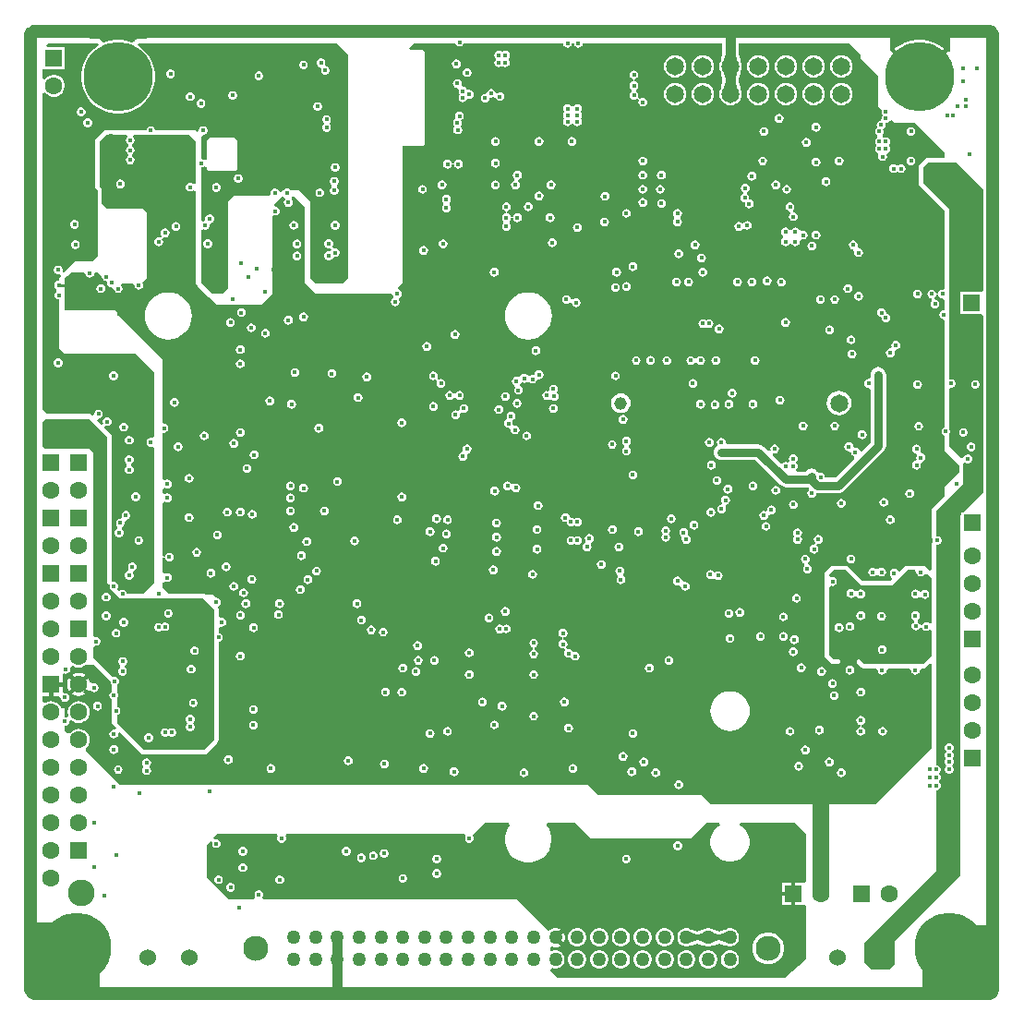
<source format=gbr>
G04*
G04 #@! TF.GenerationSoftware,Altium Limited,Altium Designer,24.9.1 (31)*
G04*
G04 Layer_Physical_Order=3*
G04 Layer_Color=12811406*
%FSLAX44Y44*%
%MOMM*%
G71*
G04*
G04 #@! TF.SameCoordinates,53B56B76-3513-4A50-83E2-B057AF0B12CA*
G04*
G04*
G04 #@! TF.FilePolarity,Positive*
G04*
G01*
G75*
%ADD11C,0.5000*%
%ADD57R,6.8000X6.4000*%
%ADD58R,6.5000X6.7000*%
%ADD105C,1.5240*%
%ADD107C,0.5000*%
%ADD110C,0.2800*%
%ADD111C,1.2000*%
%ADD123C,0.8890*%
%ADD128C,1.6000*%
%ADD129R,1.6000X1.6000*%
%ADD130C,2.4500*%
%ADD131R,1.6000X1.6000*%
%ADD132C,2.3000*%
%ADD134C,1.2580*%
%ADD135C,1.1500*%
%ADD136C,1.6500*%
%ADD140C,6.3500*%
%ADD141C,0.4000*%
%ADD142C,1.5000*%
%ADD143C,0.8000*%
G36*
X839669Y888146D02*
X841087Y886728D01*
X842939Y885961D01*
X844944D01*
X846797Y886728D01*
X848195Y888127D01*
X848400Y888161D01*
X850217Y888313D01*
X851522Y886929D01*
Y872583D01*
X849522Y871971D01*
X849461Y872032D01*
X847402Y869973D01*
X844573Y872802D01*
X846633Y874861D01*
X846138Y875355D01*
X841772Y878527D01*
X836963Y880978D01*
X831830Y882646D01*
X826499Y883490D01*
X821101D01*
X815770Y882646D01*
X810637Y880978D01*
X805828Y878527D01*
X801462Y875355D01*
X800967Y874861D01*
X803027Y872802D01*
X800199Y869973D01*
X797455Y872716D01*
X796422Y873144D01*
Y884806D01*
X798422Y886142D01*
X798859Y885961D01*
X800864D01*
X802717Y886728D01*
X804135Y888146D01*
X804289Y888520D01*
X806454D01*
X806609Y888146D01*
X808027Y886728D01*
X809879Y885961D01*
X811884D01*
X813737Y886728D01*
X815155Y888146D01*
X815310Y888520D01*
X817474D01*
X817629Y888146D01*
X819047Y886728D01*
X820899Y885961D01*
X822904D01*
X824757Y886728D01*
X826175Y888146D01*
X826329Y888520D01*
X828494D01*
X828649Y888146D01*
X830067Y886728D01*
X831919Y885961D01*
X833924D01*
X835777Y886728D01*
X837195Y888146D01*
X837349Y888520D01*
X839514D01*
X839669Y888146D01*
D02*
G37*
G36*
X101330D02*
X102747Y886728D01*
X104600Y885961D01*
X106605D01*
X108457Y886728D01*
X109875Y888146D01*
X110030Y888520D01*
X112195D01*
X112350Y888146D01*
X113767Y886728D01*
X115620Y885961D01*
X115336Y884078D01*
X107414D01*
X107406Y884077D01*
X107399Y884078D01*
X106622Y883921D01*
X105853Y883768D01*
X105847Y883764D01*
X105839Y883762D01*
X105187Y883323D01*
X104530Y882884D01*
X104525Y882878D01*
X104519Y882874D01*
X104086Y882219D01*
X103646Y881561D01*
X101862Y881043D01*
X96930Y882646D01*
X91599Y883490D01*
X86201D01*
X80870Y882646D01*
X75938Y881043D01*
X74154Y881561D01*
X73714Y882219D01*
X73281Y882874D01*
X73274Y882878D01*
X73270Y882884D01*
X72614Y883323D01*
X71961Y883762D01*
X71953Y883764D01*
X71947Y883768D01*
X71175Y883922D01*
X70401Y884078D01*
X70394Y884077D01*
X70386Y884078D01*
X62808D01*
X62525Y885961D01*
X64377Y886728D01*
X65795Y888146D01*
X65950Y888520D01*
X68115D01*
X68270Y888146D01*
X69687Y886728D01*
X71540Y885961D01*
X73545D01*
X75397Y886728D01*
X76815Y888146D01*
X76970Y888520D01*
X79135D01*
X79290Y888146D01*
X80707Y886728D01*
X82560Y885961D01*
X84565D01*
X86417Y886728D01*
X87835Y888146D01*
X87990Y888520D01*
X90155D01*
X90310Y888146D01*
X91727Y886728D01*
X93580Y885961D01*
X95585D01*
X97437Y886728D01*
X98855Y888146D01*
X99010Y888520D01*
X101175D01*
X101330Y888146D01*
D02*
G37*
G36*
X656375Y864592D02*
X644825D01*
X646155Y870600D01*
X655045D01*
X656375Y864592D01*
D02*
G37*
G36*
X655045Y846800D02*
X646155D01*
X644825Y852808D01*
X656375D01*
X655045Y846800D01*
D02*
G37*
G36*
X656375Y839192D02*
X644825D01*
X646155Y845200D01*
X655045D01*
X656375Y839192D01*
D02*
G37*
G36*
X300000Y870000D02*
Y665000D01*
X295000Y660000D01*
X270000D01*
X265000Y665000D01*
Y735000D01*
X255000Y745000D01*
X247157D01*
X246266Y745891D01*
X244796Y746500D01*
X243204D01*
X241734Y745891D01*
X240843Y745000D01*
X240000D01*
X238648Y743648D01*
X236410Y744238D01*
X236191Y744766D01*
X235066Y745891D01*
X233596Y746500D01*
X232004D01*
X230534Y745891D01*
X229409Y744766D01*
X228800Y743296D01*
Y741704D01*
X227341Y740000D01*
X195000D01*
X190000Y735000D01*
Y655000D01*
X185000Y650000D01*
X175000D01*
X165000Y660000D01*
Y708515D01*
X165873Y709066D01*
X167000Y709499D01*
X168204Y709000D01*
X169796D01*
X171266Y709609D01*
X172391Y710734D01*
X173000Y712204D01*
Y713796D01*
X172997Y713804D01*
X173796Y715000D01*
X175266Y715609D01*
X176391Y716734D01*
X177000Y718204D01*
Y719796D01*
X176391Y721266D01*
X175266Y722391D01*
X173796Y723000D01*
X172204D01*
X170734Y722391D01*
X169609Y721266D01*
X169000Y719796D01*
Y718204D01*
X169004Y718196D01*
X168204Y717000D01*
X167000Y716501D01*
X165873Y716934D01*
X165000Y717485D01*
Y766000D01*
X165796D01*
X167266Y766609D01*
X167941Y767284D01*
X169941Y766648D01*
Y766000D01*
X170174Y764829D01*
X170837Y763837D01*
X171829Y763174D01*
X173000Y762941D01*
X195000D01*
X196171Y763174D01*
X197163Y763837D01*
X197826Y764829D01*
X198059Y766000D01*
Y790000D01*
X197826Y791171D01*
X197163Y792163D01*
X196171Y792826D01*
X195000Y793059D01*
X173000D01*
X171829Y792826D01*
X170837Y792163D01*
X170174Y791171D01*
X169941Y790000D01*
Y773352D01*
X167941Y772716D01*
X167266Y773391D01*
X165796Y774000D01*
X165000D01*
Y794334D01*
X165885Y795558D01*
X166586Y796000D01*
X167796D01*
X169266Y796609D01*
X170391Y797734D01*
X171000Y799204D01*
Y800796D01*
X170391Y802266D01*
X169266Y803391D01*
X167796Y804000D01*
X166204D01*
X164734Y803391D01*
X163609Y802266D01*
X163000Y800796D01*
Y799828D01*
X161145Y798856D01*
X160000Y800000D01*
X123000D01*
Y800796D01*
X122391Y802266D01*
X121266Y803391D01*
X119796Y804000D01*
X118204D01*
X116734Y803391D01*
X115609Y802266D01*
X115000Y800796D01*
Y800000D01*
X76000D01*
X68000Y792000D01*
Y747000D01*
X70000Y745000D01*
Y685000D01*
X65000Y680000D01*
X50000D01*
X39430Y669430D01*
X37734Y670563D01*
X38000Y671204D01*
Y672796D01*
X37391Y674266D01*
X36266Y675391D01*
X34796Y676000D01*
X33204D01*
X31734Y675391D01*
X30609Y674266D01*
X30000Y672796D01*
Y671204D01*
X30609Y669734D01*
X31734Y668609D01*
X33204Y668000D01*
X34796D01*
X35437Y668266D01*
X36570Y666570D01*
X35000Y665000D01*
Y662486D01*
X34800D01*
X33083Y662145D01*
X31628Y661172D01*
X30655Y659717D01*
X30314Y658000D01*
X30655Y656283D01*
X31628Y654828D01*
X32226Y654428D01*
X32346Y653636D01*
X32275Y652132D01*
X31409Y651266D01*
X30800Y649796D01*
Y648204D01*
X31409Y646734D01*
X32534Y645609D01*
X34004Y645000D01*
X35000D01*
Y600000D01*
X40000Y595000D01*
X105000D01*
X122000Y578000D01*
Y519252D01*
X120000Y517915D01*
X119796Y518000D01*
X118204D01*
X116734Y517391D01*
X115609Y516266D01*
X115000Y514796D01*
Y513204D01*
X115609Y511734D01*
X116734Y510609D01*
X118204Y510000D01*
X119796D01*
X120000Y510085D01*
X122000Y508748D01*
Y385000D01*
X112000Y375000D01*
X97000D01*
Y375796D01*
X96391Y377266D01*
X95266Y378391D01*
X93796Y379000D01*
X92204D01*
X90734Y378391D01*
X89672Y377328D01*
X87828Y379172D01*
X88391Y379734D01*
X89000Y381204D01*
Y382796D01*
X88391Y384266D01*
X87266Y385391D01*
X85796Y386000D01*
X84204D01*
X83000Y386805D01*
Y521000D01*
X76430Y527570D01*
X77563Y529266D01*
X78204Y529000D01*
X79796D01*
X81266Y529609D01*
X82391Y530734D01*
X83000Y532204D01*
Y533796D01*
X82391Y535266D01*
X81266Y536391D01*
X79796Y537000D01*
X78204D01*
X76734Y536391D01*
X75609Y535266D01*
X75000Y533796D01*
Y532204D01*
X75266Y531563D01*
X73570Y530430D01*
X69855Y534145D01*
X70828Y536000D01*
X71796D01*
X73266Y536609D01*
X74391Y537734D01*
X75000Y539204D01*
Y540796D01*
X74391Y542266D01*
X73266Y543391D01*
X71796Y544000D01*
X70204D01*
X68734Y543391D01*
X67609Y542266D01*
X67000Y540796D01*
Y539828D01*
X65145Y538856D01*
X64000Y540000D01*
X24000D01*
X20000Y544000D01*
Y834321D01*
X21991Y834858D01*
X22000Y834858D01*
X23860Y832998D01*
X26140Y831682D01*
X28684Y831000D01*
X31316D01*
X33860Y831682D01*
X36140Y832998D01*
X38002Y834860D01*
X39318Y837140D01*
X40000Y839684D01*
Y842317D01*
X39318Y844860D01*
X38002Y847140D01*
X36140Y849002D01*
X33860Y850319D01*
X31316Y851000D01*
X28684D01*
X26140Y850319D01*
X23860Y849002D01*
X22000Y847142D01*
X21991Y847142D01*
X20000Y847680D01*
Y856400D01*
X40000D01*
Y876400D01*
X24013D01*
X23248Y878248D01*
X25000Y880000D01*
X70386D01*
X71140Y878163D01*
X71121Y878000D01*
X66913Y874943D01*
X63157Y871187D01*
X60034Y866889D01*
X57623Y862156D01*
X55981Y857103D01*
X55150Y851856D01*
Y846544D01*
X55981Y841297D01*
X57623Y836245D01*
X60034Y831511D01*
X63157Y827213D01*
X66913Y823457D01*
X71211Y820334D01*
X75944Y817923D01*
X80997Y816281D01*
X86244Y815450D01*
X91556D01*
X96803Y816281D01*
X101855Y817923D01*
X106589Y820334D01*
X110887Y823457D01*
X114643Y827213D01*
X117766Y831511D01*
X120177Y836245D01*
X121819Y841297D01*
X122650Y846544D01*
Y851856D01*
X121819Y857103D01*
X120177Y862156D01*
X117766Y866889D01*
X114643Y871187D01*
X110887Y874943D01*
X106679Y878000D01*
X106660Y878163D01*
X107414Y880000D01*
X290000D01*
X300000Y870000D01*
D02*
G37*
G36*
X398121Y880000D02*
X398232Y879439D01*
X399116Y878116D01*
X400439Y877232D01*
X402000Y876922D01*
X403561Y877232D01*
X404884Y878116D01*
X405768Y879439D01*
X405880Y880000D01*
X496922Y880000D01*
X497232Y878439D01*
X498116Y877116D01*
X499439Y876232D01*
X501000Y875922D01*
X502561Y876232D01*
X503884Y877116D01*
X504768Y878439D01*
X504980Y879508D01*
X507020D01*
X507232Y878439D01*
X508116Y877116D01*
X509439Y876232D01*
X511000Y875922D01*
X512561Y876232D01*
X513884Y877116D01*
X514768Y878439D01*
X515078Y880000D01*
X580000D01*
X643091Y880000D01*
Y870910D01*
X641839Y865253D01*
X641831Y864919D01*
X641766Y864592D01*
X641819Y864328D01*
X641814Y864087D01*
X641647Y863869D01*
X640614Y861376D01*
X640262Y858700D01*
X640614Y856024D01*
X641647Y853531D01*
X641814Y853313D01*
X641819Y853072D01*
X641766Y852808D01*
X641831Y852481D01*
X641839Y852147D01*
X643091Y846490D01*
Y845510D01*
X641839Y839853D01*
X641831Y839519D01*
X641766Y839192D01*
X641819Y838928D01*
X641814Y838687D01*
X641647Y838469D01*
X640614Y835976D01*
X640262Y833300D01*
X640614Y830624D01*
X641647Y828131D01*
X643290Y825990D01*
X645431Y824347D01*
X647924Y823314D01*
X650600Y822962D01*
X653276Y823314D01*
X655769Y824347D01*
X657910Y825990D01*
X659553Y828131D01*
X660586Y830624D01*
X660938Y833300D01*
X660586Y835976D01*
X659553Y838469D01*
X659387Y838687D01*
X659381Y838928D01*
X659434Y839192D01*
X659369Y839519D01*
X659361Y839853D01*
X658109Y845510D01*
Y846490D01*
X659361Y852147D01*
X659369Y852481D01*
X659434Y852808D01*
X659381Y853072D01*
X659387Y853313D01*
X659553Y853531D01*
X660586Y856024D01*
X660938Y858700D01*
X660586Y861376D01*
X659553Y863869D01*
X659387Y864087D01*
X659381Y864328D01*
X659434Y864592D01*
X659369Y864919D01*
X659361Y865253D01*
X658109Y870910D01*
Y880000D01*
X760000Y880000D01*
X770000Y870000D01*
Y866000D01*
X786000Y850000D01*
Y822000D01*
X789315Y818685D01*
X789232Y818561D01*
X788922Y817000D01*
X789232Y815439D01*
X790050Y814000D01*
X789232Y812561D01*
X788922Y811000D01*
X788627Y809238D01*
X787465Y808852D01*
X787039Y808768D01*
X785716Y807884D01*
X784832Y806561D01*
X784522Y805000D01*
X784832Y803439D01*
X785330Y802695D01*
X784116Y801884D01*
X783232Y800561D01*
X782922Y799000D01*
X783232Y797439D01*
X784116Y796116D01*
X784872Y795611D01*
X784955Y795341D01*
Y793659D01*
X784872Y793389D01*
X784116Y792884D01*
X783232Y791561D01*
X782922Y790000D01*
X783232Y788439D01*
X784116Y787116D01*
Y785884D01*
X783232Y784561D01*
X782922Y783000D01*
X783232Y781439D01*
X784116Y780116D01*
X785439Y779232D01*
X786232Y777561D01*
X785922Y776000D01*
X786232Y774439D01*
X787116Y773116D01*
X788439Y772232D01*
X790000Y771922D01*
X791561Y772232D01*
X792884Y773116D01*
X793768Y774439D01*
X794078Y776000D01*
X793768Y777561D01*
X794561Y779232D01*
X795884Y780116D01*
X796768Y781439D01*
X797078Y783000D01*
X796768Y784561D01*
X795884Y785884D01*
Y787116D01*
X796768Y788439D01*
X797078Y790000D01*
X796768Y791561D01*
X795884Y792884D01*
X794561Y793768D01*
X793000Y794078D01*
X791439Y793768D01*
X790982Y793508D01*
X790255Y793959D01*
X789970Y795617D01*
X790081Y796411D01*
X790768Y797439D01*
X791078Y799000D01*
X790768Y800561D01*
X790270Y801305D01*
X791484Y802116D01*
X792368Y803439D01*
X792678Y805000D01*
X792973Y806762D01*
X794135Y807148D01*
X794561Y807232D01*
X795884Y808116D01*
X796353Y808818D01*
X798637Y809363D01*
X801000Y807000D01*
X820000D01*
X847000Y780000D01*
Y775078D01*
X832000D01*
X832000Y775078D01*
X830439Y774768D01*
X829116Y773884D01*
X824116Y768884D01*
X823232Y767561D01*
X822922Y766000D01*
X822922Y766000D01*
Y752000D01*
X822922Y752000D01*
X823232Y750439D01*
X824116Y749116D01*
X824116Y749116D01*
X846922Y726311D01*
Y655735D01*
X845000Y654078D01*
X843439Y653768D01*
X842116Y652884D01*
X841232Y651561D01*
X841020Y650492D01*
X838980D01*
X838768Y651561D01*
X837884Y652884D01*
X836561Y653768D01*
X835000Y654078D01*
X833439Y653768D01*
X832116Y652884D01*
X831232Y651561D01*
X830922Y650000D01*
X831232Y648439D01*
X832116Y647116D01*
X833439Y646232D01*
X834666Y645988D01*
X835136Y644936D01*
X835267Y643985D01*
X835116Y643884D01*
X834232Y642561D01*
X833922Y641000D01*
X834232Y639439D01*
X835116Y638116D01*
X836439Y637232D01*
X838000Y636922D01*
X839561Y637232D01*
X840884Y638116D01*
X841768Y639439D01*
X842078Y641000D01*
X841768Y642561D01*
X840884Y643884D01*
X839561Y644768D01*
X838334Y645012D01*
X837864Y646064D01*
X837733Y647015D01*
X837884Y647116D01*
X838768Y648439D01*
X838980Y649508D01*
X841020D01*
X841232Y648439D01*
X842116Y647116D01*
X843439Y646232D01*
X845000Y645922D01*
X846922Y644265D01*
Y635835D01*
X846000Y635078D01*
X844439Y634768D01*
X843116Y633884D01*
X842232Y632561D01*
X841922Y631000D01*
X842232Y629439D01*
X843116Y628116D01*
X844439Y627232D01*
X846000Y626922D01*
X846922Y626165D01*
Y572805D01*
X847000Y572411D01*
Y572009D01*
X847000Y572009D01*
Y563589D01*
X846922Y563195D01*
Y527864D01*
X846439Y527768D01*
X845116Y526884D01*
X844232Y525561D01*
X843922Y524000D01*
X844232Y522439D01*
X845116Y521116D01*
X846439Y520232D01*
X846922Y520136D01*
Y511000D01*
X847000Y510606D01*
Y506000D01*
X859922Y493078D01*
Y485922D01*
X847000Y473000D01*
Y464768D01*
X836116Y453884D01*
X835232Y452561D01*
X834922Y451000D01*
X834922Y451000D01*
Y428136D01*
X835000Y427743D01*
Y427341D01*
X835154Y426970D01*
X835232Y426576D01*
X835455Y426242D01*
X835609Y425871D01*
X835893Y425587D01*
X836116Y425253D01*
X836164Y425220D01*
X835922Y424000D01*
X836164Y422780D01*
X836116Y422747D01*
X835893Y422413D01*
X835609Y422129D01*
X835455Y421758D01*
X835232Y421424D01*
X835154Y421030D01*
X835000Y420659D01*
Y420257D01*
X834922Y419863D01*
Y397525D01*
X833074Y396760D01*
X829277Y400556D01*
X828949Y400776D01*
X828585Y400927D01*
X828197Y401004D01*
X812363D01*
X811803Y401004D01*
X811803Y401004D01*
X811415Y400927D01*
X811415Y400927D01*
X811051Y400776D01*
X811050Y400775D01*
X810723Y400556D01*
X810583Y400417D01*
X810583Y400417D01*
Y400417D01*
X806091Y395925D01*
X803709Y396371D01*
X803408Y396823D01*
X802085Y397707D01*
X800524Y398018D01*
X798963Y397707D01*
X797640Y396823D01*
X796756Y395500D01*
X796445Y393939D01*
X796756Y392378D01*
X797640Y391055D01*
X798091Y390754D01*
X798538Y388372D01*
X797170Y387004D01*
X771830D01*
X758277Y400556D01*
X757949Y400776D01*
X757585Y400927D01*
X757197Y401004D01*
X744363D01*
X743803Y401004D01*
X743802Y401004D01*
X743416Y400927D01*
X743415Y400927D01*
X743051Y400776D01*
X743051Y400775D01*
X742723Y400556D01*
X742583Y400417D01*
X742583Y400417D01*
Y400417D01*
X737443Y395277D01*
X737224Y394949D01*
X737073Y394585D01*
X736996Y394197D01*
Y317803D01*
X737073Y317416D01*
X737224Y317051D01*
X737443Y316723D01*
X742723Y311444D01*
X743051Y311224D01*
X743416Y311073D01*
X743803Y310996D01*
X749399D01*
X750135Y311301D01*
X750699Y311865D01*
X751004Y312601D01*
Y313399D01*
X750699Y314135D01*
X750135Y314699D01*
X749399Y315004D01*
X744830D01*
X741004Y318830D01*
Y381043D01*
X741373Y381444D01*
X743004Y382407D01*
X743935Y382222D01*
X745496Y382533D01*
X746819Y383416D01*
X747703Y384740D01*
X748014Y386300D01*
X747703Y387861D01*
X746819Y389184D01*
X745496Y390068D01*
X743935Y390379D01*
X743004Y390193D01*
X741373Y391157D01*
X741004Y391558D01*
Y393170D01*
X744830Y396996D01*
X756170D01*
X769723Y383443D01*
X770051Y383224D01*
X770415Y383073D01*
X770803Y382996D01*
X798197D01*
X798585Y383073D01*
X798949Y383224D01*
X799277Y383443D01*
X799417Y383583D01*
X799417D01*
X812830Y396996D01*
X819301D01*
X820922Y395000D01*
X821232Y393439D01*
X822116Y392116D01*
X823439Y391232D01*
X825000Y390922D01*
X826561Y391232D01*
X827884Y392116D01*
X828420Y392918D01*
X830237Y393391D01*
X830794Y393372D01*
X834926Y389241D01*
Y348428D01*
X832925Y347822D01*
X832884Y347884D01*
X831561Y348768D01*
X830000Y349078D01*
X828439Y348768D01*
X827116Y347884D01*
X826355Y346744D01*
X825632Y346682D01*
X824274Y346955D01*
X824233Y347161D01*
X823349Y348484D01*
X822061Y349344D01*
X821852Y350132D01*
X821869Y351438D01*
X822884Y352116D01*
X823768Y353439D01*
X824078Y355000D01*
X823768Y356561D01*
X822884Y357884D01*
X821561Y358768D01*
X820000Y359078D01*
X818439Y358768D01*
X817116Y357884D01*
X816232Y356561D01*
X815922Y355000D01*
X816232Y353439D01*
X817116Y352116D01*
X818404Y351256D01*
X818613Y350468D01*
X818596Y349162D01*
X817581Y348484D01*
X816697Y347161D01*
X816386Y345600D01*
X816697Y344039D01*
X817581Y342716D01*
X818904Y341832D01*
X820465Y341522D01*
X822026Y341832D01*
X823349Y342716D01*
X824110Y343856D01*
X824833Y343918D01*
X826191Y343644D01*
X826232Y343439D01*
X827116Y342116D01*
X828439Y341232D01*
X830000Y340922D01*
X831561Y341232D01*
X832884Y342116D01*
X832925Y342178D01*
X834926Y341572D01*
Y318759D01*
X827170Y311004D01*
X772830D01*
X769135Y314699D01*
X768399Y315004D01*
X767601D01*
X766865Y314699D01*
X766301Y314135D01*
X765996Y313399D01*
Y312601D01*
X766301Y311865D01*
X770723Y307444D01*
X771051Y307224D01*
X771415Y307073D01*
X771803Y306996D01*
X783801D01*
X785422Y305000D01*
X785732Y303439D01*
X786616Y302116D01*
X787939Y301232D01*
X789500Y300922D01*
X791061Y301232D01*
X792384Y302116D01*
X793268Y303439D01*
X793578Y305000D01*
X795199Y306996D01*
X814301D01*
X815922Y305000D01*
X816232Y303439D01*
X817116Y302116D01*
X818439Y301232D01*
X820000Y300922D01*
X821561Y301232D01*
X822884Y302116D01*
X823768Y303439D01*
X824078Y305000D01*
X825699Y306996D01*
X828197D01*
X828585Y307073D01*
X828949Y307224D01*
X829277Y307444D01*
X829417Y307583D01*
X829417D01*
X833074Y311240D01*
X834922Y310475D01*
Y233922D01*
X783000Y182000D01*
X633000D01*
X624000Y191000D01*
X529000D01*
X520000Y200000D01*
X90000D01*
X59030Y230970D01*
X59213Y233616D01*
X59932Y234168D01*
X61535Y236257D01*
X62543Y238689D01*
X62886Y241300D01*
X62543Y243911D01*
X61535Y246343D01*
X59932Y248432D01*
X57843Y250035D01*
X55410Y251043D01*
X52800Y251386D01*
X50189Y251043D01*
X47757Y250035D01*
X45668Y248432D01*
X45116Y247713D01*
X42470Y247530D01*
X40000Y250000D01*
Y253922D01*
X41561Y254232D01*
X42884Y255116D01*
X43768Y256439D01*
X44078Y258000D01*
X43983Y258478D01*
X45249Y259297D01*
X45830Y259443D01*
X47757Y257965D01*
X50189Y256957D01*
X52800Y256614D01*
X55410Y256957D01*
X57843Y257965D01*
X59932Y259568D01*
X61535Y261657D01*
X62543Y264090D01*
X62886Y266700D01*
X62543Y269310D01*
X61535Y271743D01*
X59932Y273832D01*
X57843Y275435D01*
X55410Y276443D01*
X52800Y276786D01*
X50189Y276443D01*
X47757Y275435D01*
X45668Y273832D01*
X44065Y271743D01*
X43057Y269310D01*
X42714Y266700D01*
X43057Y264090D01*
X43582Y262823D01*
X41967Y261497D01*
X41561Y261768D01*
X40000Y262078D01*
Y270000D01*
X36857D01*
X36135Y271743D01*
X34532Y273832D01*
X32443Y275435D01*
X30010Y276443D01*
X27400Y276786D01*
X24790Y276443D01*
X22357Y275435D01*
X22000Y275161D01*
X20000Y276147D01*
Y281560D01*
X25400D01*
Y284410D01*
X29400D01*
Y281560D01*
X34656D01*
X35924Y280014D01*
X35922Y280000D01*
X36232Y278439D01*
X37116Y277116D01*
X38439Y276232D01*
X40000Y275922D01*
X41561Y276232D01*
X42884Y277116D01*
X43768Y278439D01*
X44078Y280000D01*
X43768Y281561D01*
X42884Y282884D01*
X41561Y283768D01*
X40000Y284078D01*
X39940Y284066D01*
X37940Y285657D01*
Y290100D01*
X35090D01*
Y294100D01*
X37940D01*
Y300828D01*
X38427Y301285D01*
X39940Y302132D01*
X41000Y301922D01*
X42561Y302232D01*
X43884Y303116D01*
X44768Y304439D01*
X45078Y306000D01*
X44936Y306713D01*
X45991Y308655D01*
X46273Y308908D01*
X47309Y309108D01*
X47757Y308765D01*
X50189Y307757D01*
X52800Y307414D01*
X55410Y307757D01*
X57843Y308765D01*
X59453Y310000D01*
X67000D01*
X79922Y297078D01*
X81935Y295065D01*
X81922Y295000D01*
X82232Y293439D01*
X83000Y292290D01*
Y285474D01*
X82116Y284884D01*
X81232Y283561D01*
X80922Y282000D01*
X81232Y280439D01*
X82116Y279116D01*
X83000Y278526D01*
Y268394D01*
X82922Y268000D01*
X83000Y267606D01*
Y257000D01*
X84150Y255849D01*
X84232Y255439D01*
X85116Y254116D01*
X87108Y252125D01*
X86031Y250373D01*
X85000Y250578D01*
X83439Y250268D01*
X82116Y249384D01*
X81232Y248061D01*
X80922Y246500D01*
X81232Y244939D01*
X82116Y243616D01*
X83439Y242732D01*
X85000Y242422D01*
X86561Y242732D01*
X87884Y243616D01*
X88768Y244939D01*
X89078Y246500D01*
X88873Y247531D01*
X90625Y248608D01*
X110116Y229116D01*
X111439Y228232D01*
X113000Y227922D01*
X113000Y227922D01*
X168000D01*
X168000Y227922D01*
X169561Y228232D01*
X170884Y229116D01*
X170884Y229116D01*
X179884Y238116D01*
X180768Y239439D01*
X181078Y241000D01*
X181078Y241000D01*
Y330937D01*
X182561Y331232D01*
X183884Y332116D01*
X184768Y333439D01*
X185078Y335000D01*
X184768Y336561D01*
X183884Y337884D01*
X182561Y338768D01*
X181078Y339063D01*
Y343736D01*
X181440Y344133D01*
X183078Y345105D01*
X184000Y344922D01*
X185561Y345232D01*
X186884Y346116D01*
X187768Y347439D01*
X188078Y349000D01*
X187768Y350561D01*
X186884Y351884D01*
X185561Y352768D01*
X184000Y353078D01*
X183078Y352895D01*
X181440Y353867D01*
X181078Y354264D01*
Y361000D01*
X180768Y362561D01*
X181780Y364646D01*
X181884Y364716D01*
X182768Y366039D01*
X183078Y367600D01*
X182768Y369161D01*
X181884Y370484D01*
X180561Y371368D01*
X179000Y371678D01*
X178434Y371566D01*
X175500Y374500D01*
X168835Y374584D01*
X168561Y374768D01*
X167000Y375078D01*
X167000Y375078D01*
X135922D01*
X130000Y381000D01*
Y385461D01*
X132000Y386526D01*
X132439Y386232D01*
X134000Y385922D01*
X135561Y386232D01*
X136884Y387116D01*
X137768Y388439D01*
X138078Y390000D01*
X137768Y391561D01*
X136884Y392884D01*
X135561Y393768D01*
X134000Y394078D01*
X132439Y393768D01*
X132000Y393474D01*
X130000Y394539D01*
Y408409D01*
X132000Y408606D01*
X132232Y407439D01*
X133116Y406116D01*
X134439Y405232D01*
X136000Y404922D01*
X137561Y405232D01*
X138884Y406116D01*
X139768Y407439D01*
X140078Y409000D01*
X139768Y410561D01*
X138884Y411884D01*
X137561Y412768D01*
X136000Y413078D01*
X134439Y412768D01*
X133116Y411884D01*
X132232Y410561D01*
X132000Y409394D01*
X130000Y409591D01*
Y458461D01*
X132000Y459526D01*
X132439Y459232D01*
X134000Y458922D01*
X135561Y459232D01*
X136884Y460116D01*
X137768Y461439D01*
X138078Y463000D01*
X137768Y464561D01*
X136884Y465884D01*
X135561Y466768D01*
X134000Y467078D01*
X132439Y466768D01*
X132000Y466474D01*
X130000Y467539D01*
Y471261D01*
X132000Y472326D01*
X132439Y472032D01*
X134000Y471722D01*
X135561Y472032D01*
X136884Y472916D01*
X137768Y474239D01*
X138078Y475800D01*
X137768Y477361D01*
X136884Y478684D01*
X135561Y479568D01*
X134000Y479878D01*
X132439Y479568D01*
X132000Y479274D01*
X130000Y480339D01*
Y522101D01*
X131000Y522922D01*
X132561Y523232D01*
X133884Y524116D01*
X134768Y525439D01*
X135078Y527000D01*
X134768Y528561D01*
X133884Y529884D01*
X132561Y530768D01*
X131000Y531078D01*
X130000Y531899D01*
Y590000D01*
X90000Y630000D01*
X88059D01*
Y632000D01*
X87826Y633171D01*
X87163Y634163D01*
X86171Y634826D01*
X85000Y635059D01*
X40000D01*
X39999Y635059D01*
X39999Y664397D01*
X40115Y664676D01*
X40338Y665010D01*
X40417Y665404D01*
X40426Y665426D01*
X40574Y665574D01*
X40596Y665583D01*
X40990Y665662D01*
X41324Y665885D01*
X41695Y666039D01*
X41980Y666323D01*
X42314Y666546D01*
X45768Y670000D01*
X58101D01*
X58922Y669000D01*
X59232Y667439D01*
X60116Y666116D01*
X61439Y665232D01*
X63000Y664922D01*
X64561Y665232D01*
X65884Y666116D01*
X66768Y667439D01*
X67078Y669000D01*
X67899Y670000D01*
X70000D01*
X73935Y666065D01*
X73922Y666000D01*
X74232Y664439D01*
X75116Y663116D01*
X76439Y662232D01*
X78000Y661922D01*
X78815Y660488D01*
X78924Y660286D01*
X79232Y658739D01*
X80116Y657416D01*
X81439Y656532D01*
X83000Y656222D01*
X83131Y656248D01*
X84912Y655007D01*
X84975Y654731D01*
X85232Y653439D01*
X86116Y652116D01*
X87439Y651232D01*
X89000Y650922D01*
X90561Y651232D01*
X91884Y652116D01*
X92768Y653439D01*
X93078Y655000D01*
X92768Y656561D01*
X91884Y657884D01*
X91710Y658000D01*
X92317Y660000D01*
X102303D01*
X103922Y658000D01*
X104232Y656439D01*
X105116Y655116D01*
X106439Y654232D01*
X108000Y653922D01*
X109561Y654232D01*
X110884Y655116D01*
X111768Y656439D01*
X112078Y658000D01*
X111768Y659561D01*
X110884Y660884D01*
X110884Y660884D01*
X115000Y665000D01*
Y725000D01*
X112000Y728000D01*
X79000Y728000D01*
X74078Y732922D01*
Y745000D01*
X74078Y745000D01*
X73768Y746561D01*
X72884Y747884D01*
X72884Y747884D01*
X72078Y748689D01*
Y790311D01*
X77689Y795922D01*
X96566D01*
X97173Y793922D01*
X97116Y793884D01*
X96232Y792561D01*
X95922Y791000D01*
X96232Y789439D01*
X97116Y788116D01*
X97872Y787611D01*
X97955Y787341D01*
Y785659D01*
X97872Y785389D01*
X97116Y784884D01*
X96232Y783561D01*
X95922Y782000D01*
X96232Y780439D01*
X97116Y779116D01*
X97872Y778611D01*
X97955Y778341D01*
Y776659D01*
X97872Y776389D01*
X97116Y775884D01*
X96232Y774561D01*
X95922Y773000D01*
X96232Y771439D01*
X97116Y770116D01*
X98439Y769232D01*
X100000Y768922D01*
X101561Y769232D01*
X102884Y770116D01*
X103768Y771439D01*
X104078Y773000D01*
X103768Y774561D01*
X102884Y775884D01*
X102128Y776389D01*
X102045Y776659D01*
Y778341D01*
X102128Y778611D01*
X102884Y779116D01*
X103768Y780439D01*
X104078Y782000D01*
X103768Y783561D01*
X102884Y784884D01*
X102128Y785389D01*
X102045Y785659D01*
Y787341D01*
X102128Y787611D01*
X102884Y788116D01*
X103768Y789439D01*
X104078Y791000D01*
X103768Y792561D01*
X102884Y793884D01*
X102827Y793922D01*
X103434Y795922D01*
X115000D01*
X116561Y796232D01*
X117000Y796526D01*
X117439Y796232D01*
X119000Y795922D01*
X120561Y796232D01*
X121000Y796526D01*
X121439Y796232D01*
X123000Y795922D01*
X154078D01*
X160000Y790000D01*
Y751317D01*
X158000Y750710D01*
X157884Y750884D01*
X156561Y751768D01*
X155000Y752078D01*
X153439Y751768D01*
X152116Y750884D01*
X151232Y749561D01*
X150922Y748000D01*
X151232Y746439D01*
X152116Y745116D01*
X153439Y744232D01*
X155000Y743922D01*
X156561Y744232D01*
X157884Y745116D01*
X158000Y745290D01*
X160000Y744683D01*
Y660000D01*
X161150Y658849D01*
X161232Y658439D01*
X162116Y657116D01*
X162116Y657116D01*
X172116Y647116D01*
X173439Y646232D01*
X173850Y646151D01*
X180000Y640000D01*
X220000D01*
X230000Y650000D01*
Y720788D01*
X230427Y721217D01*
X232000Y722121D01*
X233000Y721922D01*
X234561Y722232D01*
X235884Y723116D01*
X236768Y724439D01*
X237078Y726000D01*
X236768Y727561D01*
X235884Y728884D01*
X234561Y729768D01*
X233000Y730078D01*
X232884Y730055D01*
X231898Y731898D01*
X239146Y739146D01*
X240010Y739352D01*
X242009Y737981D01*
X242137Y737001D01*
X242116Y736884D01*
X241232Y735561D01*
X240922Y734000D01*
X241232Y732439D01*
X242116Y731116D01*
X243439Y730232D01*
X245000Y729922D01*
X246561Y730232D01*
X247884Y731116D01*
X248768Y732439D01*
X249078Y734000D01*
X248768Y735561D01*
X247884Y736884D01*
X247952Y739104D01*
X248233Y739437D01*
X250490Y739510D01*
X260000Y730000D01*
Y660000D01*
X270000Y650000D01*
X339038D01*
X339748D01*
X341144Y648474D01*
X341097Y646539D01*
X340116Y645884D01*
X339232Y644561D01*
X338922Y643000D01*
X339232Y641439D01*
X340116Y640116D01*
X341439Y639232D01*
X343000Y638922D01*
X344561Y639232D01*
X345884Y640116D01*
X346768Y641439D01*
X347078Y643000D01*
X346768Y644561D01*
X346561Y646232D01*
X347884Y647116D01*
X348768Y648439D01*
X349078Y650000D01*
X348768Y651561D01*
X347884Y652884D01*
X346561Y653768D01*
X345932Y655932D01*
X350000Y660000D01*
Y785941D01*
X367000D01*
X368171Y786174D01*
X369163Y786837D01*
X369826Y787830D01*
X370059Y789000D01*
Y871000D01*
X369826Y872170D01*
X369163Y873163D01*
X368171Y873826D01*
X367000Y874059D01*
X356672D01*
X355907Y875907D01*
X360000Y880000D01*
X398121D01*
D02*
G37*
G36*
X881922Y746078D02*
Y653618D01*
X881000Y652000D01*
X879922Y652000D01*
X861000D01*
Y632000D01*
X879922D01*
X881000Y632000D01*
X881922Y630382D01*
Y467922D01*
X864000Y450000D01*
X862000D01*
Y448000D01*
X861000Y447000D01*
Y204000D01*
X861000Y117000D01*
X801000Y57000D01*
Y36000D01*
X796000Y31000D01*
X779000D01*
X773000Y37000D01*
Y55000D01*
X839000Y121000D01*
Y195000D01*
X839796D01*
X841266Y195609D01*
X842391Y196734D01*
X843000Y198204D01*
Y199796D01*
X842391Y201266D01*
X841935Y201721D01*
X841482Y203000D01*
X841935Y204279D01*
X842391Y204734D01*
X843000Y206204D01*
Y207796D01*
X842391Y209266D01*
X841357Y210500D01*
X842391Y211734D01*
X843000Y213204D01*
Y214796D01*
X842391Y216266D01*
X841266Y217391D01*
X839796Y218000D01*
X839000D01*
Y317784D01*
X839004Y317803D01*
Y390197D01*
X839000Y390216D01*
Y419863D01*
X839204Y420000D01*
X840796D01*
X842266Y420609D01*
X843391Y421734D01*
X844000Y423204D01*
Y424796D01*
X843391Y426266D01*
X842266Y427391D01*
X840796Y428000D01*
X839204D01*
X839000Y428136D01*
Y451000D01*
X864000Y476000D01*
Y494515D01*
X865156Y495140D01*
X866000Y495440D01*
X867306Y494899D01*
X868897D01*
X870367Y495508D01*
X871492Y496633D01*
X872101Y498103D01*
Y499694D01*
X871492Y501165D01*
X870367Y502290D01*
X868897Y502899D01*
X867306D01*
X865835Y502290D01*
X864710Y501165D01*
X864404Y500425D01*
X862473Y499816D01*
X862161Y499839D01*
X851000Y511000D01*
Y521343D01*
X851391Y521734D01*
X852000Y523204D01*
Y524796D01*
X851391Y526266D01*
X851000Y526657D01*
Y563195D01*
X852204Y564000D01*
X853796D01*
X855266Y564609D01*
X856391Y565734D01*
X857000Y567204D01*
Y568796D01*
X856391Y570266D01*
X855266Y571391D01*
X853796Y572000D01*
X852204D01*
X851000Y572805D01*
Y728000D01*
X827000Y752000D01*
Y766000D01*
X832000Y771000D01*
X857000D01*
X881922Y746078D01*
D02*
G37*
G36*
X78922Y519078D02*
Y386805D01*
X79000Y386411D01*
Y386009D01*
X79154Y385638D01*
X79232Y385244D01*
X79455Y384910D01*
X79609Y384539D01*
X79893Y384255D01*
X80116Y383921D01*
X80450Y383698D01*
X80734Y383414D01*
X81000Y383236D01*
Y380000D01*
X90000Y371000D01*
X96606D01*
X97000Y370922D01*
X112000D01*
X112394Y371000D01*
X125191D01*
X125204Y370995D01*
X126796D01*
X126809Y371000D01*
X167000D01*
X177000Y361000D01*
Y334204D01*
Y241000D01*
X168000Y232000D01*
X113000D01*
X88000Y257000D01*
Y264085D01*
X89266Y264609D01*
X90391Y265734D01*
X91000Y267204D01*
Y268796D01*
X90391Y270266D01*
X89266Y271391D01*
X88000Y271915D01*
Y279343D01*
X88391Y279734D01*
X89000Y281204D01*
Y282796D01*
X88391Y284266D01*
X88000Y284657D01*
Y291499D01*
X88266Y291609D01*
X89391Y292734D01*
X90000Y294204D01*
Y295796D01*
X89391Y297266D01*
X88266Y298391D01*
X86796Y299000D01*
X85204D01*
X84353Y298647D01*
X67000Y316000D01*
X66000D01*
Y326360D01*
X68000Y327676D01*
X68269Y327565D01*
X69860D01*
X71331Y328174D01*
X72456Y329299D01*
X73065Y330769D01*
Y332360D01*
X72456Y333831D01*
X71331Y334956D01*
X69860Y335565D01*
X68269D01*
X68000Y335453D01*
X66000Y336770D01*
Y505000D01*
X63000Y508000D01*
X22000Y508000D01*
X20000Y510000D01*
Y533000D01*
X22000Y535000D01*
X63000D01*
X78922Y519078D01*
D02*
G37*
G36*
X720000Y155000D02*
Y111844D01*
X718540Y110540D01*
X718000Y110540D01*
X710000D01*
Y107690D01*
X706000D01*
Y110540D01*
X697460D01*
Y102000D01*
X700310D01*
Y98000D01*
X697460D01*
Y89460D01*
X706000D01*
Y92310D01*
X710000D01*
Y89460D01*
X718000D01*
X718540Y89460D01*
X720000Y88156D01*
Y40000D01*
X700000Y23178D01*
X491822D01*
X485485Y29515D01*
X485620Y30951D01*
X487511Y32085D01*
X488909Y31710D01*
X491091D01*
X493200Y32275D01*
X495090Y33366D01*
X496634Y34910D01*
X497725Y36800D01*
X498290Y38909D01*
Y41091D01*
X497725Y43200D01*
X496634Y45090D01*
X495090Y46634D01*
X493200Y47725D01*
X491091Y48290D01*
X488909D01*
X487000Y47779D01*
X486318Y47925D01*
X485000Y48686D01*
Y50664D01*
X487000Y51662D01*
X488838Y51170D01*
X491162D01*
X493408Y51772D01*
X494671Y52501D01*
X492584Y54588D01*
X495412Y57416D01*
X497499Y55329D01*
X498228Y56592D01*
X498830Y58837D01*
Y61163D01*
X498228Y63408D01*
X497499Y64671D01*
X495412Y62584D01*
X492584Y65412D01*
X494671Y67499D01*
X493408Y68228D01*
X491162Y68830D01*
X488838D01*
X486592Y68228D01*
X484578Y67066D01*
X483756Y66244D01*
X455000Y95000D01*
X222285D01*
X221392Y96935D01*
X222001Y98406D01*
Y99997D01*
X221392Y101467D01*
X220267Y102592D01*
X218797Y103201D01*
X217206D01*
X215735Y102592D01*
X214610Y101467D01*
X214001Y99997D01*
Y98406D01*
X214610Y96935D01*
X213717Y95000D01*
X190000D01*
X170000Y115000D01*
Y145000D01*
X173570Y148570D01*
X175266Y147437D01*
X175000Y146796D01*
Y145204D01*
X175609Y143734D01*
X176734Y142609D01*
X178204Y142000D01*
X179796D01*
X181266Y142609D01*
X182391Y143734D01*
X183000Y145204D01*
Y146796D01*
X182391Y148266D01*
X181266Y149391D01*
X179796Y150000D01*
X178204D01*
X177563Y149734D01*
X176430Y151430D01*
X180000Y155000D01*
X234515D01*
X235066Y154127D01*
X235499Y153000D01*
X235000Y151796D01*
Y150204D01*
X235609Y148734D01*
X236734Y147609D01*
X238204Y147000D01*
X239796D01*
X241266Y147609D01*
X242391Y148734D01*
X243000Y150204D01*
Y151796D01*
X242501Y153000D01*
X242934Y154127D01*
X243485Y155000D01*
X406515D01*
X407066Y154127D01*
X407499Y153000D01*
X407000Y151796D01*
Y150204D01*
X407609Y148734D01*
X408734Y147609D01*
X410204Y147000D01*
X411796D01*
X413266Y147609D01*
X414391Y148734D01*
X415000Y150204D01*
Y151796D01*
X414501Y153000D01*
X415000Y155000D01*
X415114Y155114D01*
X425000Y165000D01*
X446911D01*
X447828Y163000D01*
X445947Y160184D01*
X444326Y156271D01*
X443500Y152118D01*
Y147882D01*
X444326Y143729D01*
X445947Y139816D01*
X448300Y136295D01*
X451295Y133300D01*
X454816Y130947D01*
X458729Y129326D01*
X462882Y128500D01*
X467118D01*
X471271Y129326D01*
X475184Y130947D01*
X478705Y133300D01*
X481700Y136295D01*
X484053Y139816D01*
X485674Y143729D01*
X486500Y147882D01*
Y152118D01*
X485674Y156271D01*
X484053Y160184D01*
X482172Y163000D01*
X483089Y165000D01*
X508000D01*
X522000Y151000D01*
X614000D01*
X628000Y165000D01*
X640192D01*
X640798Y163000D01*
X638526Y161481D01*
X636018Y158974D01*
X634049Y156026D01*
X632692Y152750D01*
X632000Y149273D01*
Y145727D01*
X632692Y142250D01*
X634049Y138974D01*
X636018Y136026D01*
X638526Y133518D01*
X641474Y131549D01*
X644750Y130192D01*
X648227Y129500D01*
X651773D01*
X655250Y130192D01*
X658526Y131549D01*
X661474Y133518D01*
X663981Y136026D01*
X665951Y138974D01*
X667308Y142250D01*
X668000Y145727D01*
Y149273D01*
X667308Y152750D01*
X665951Y156026D01*
X663981Y158974D01*
X661474Y161481D01*
X659202Y163000D01*
X659808Y165000D01*
X710000D01*
X720000Y155000D01*
D02*
G37*
%LPC*%
G36*
X259796Y864000D02*
X258204D01*
X256734Y863391D01*
X255609Y862266D01*
X255000Y860796D01*
Y859204D01*
X255609Y857734D01*
X256734Y856609D01*
X258204Y856000D01*
X259796D01*
X261266Y856609D01*
X262391Y857734D01*
X263000Y859204D01*
Y860796D01*
X262391Y862266D01*
X261266Y863391D01*
X259796Y864000D01*
D02*
G37*
G36*
X275796Y866000D02*
X274204D01*
X272734Y865391D01*
X271609Y864266D01*
X271000Y862796D01*
Y861204D01*
X271609Y859734D01*
X272734Y858609D01*
X273956Y858103D01*
X274217Y857971D01*
X275085Y856000D01*
X275000Y855796D01*
Y854204D01*
X275609Y852734D01*
X276734Y851609D01*
X278204Y851000D01*
X279796D01*
X281266Y851609D01*
X282391Y852734D01*
X283000Y854204D01*
Y855796D01*
X282391Y857266D01*
X281266Y858391D01*
X280044Y858897D01*
X279783Y859029D01*
X278915Y861000D01*
X279000Y861204D01*
Y862796D01*
X278391Y864266D01*
X277266Y865391D01*
X275796Y866000D01*
D02*
G37*
G36*
X137796Y856000D02*
X136204D01*
X134734Y855391D01*
X133609Y854266D01*
X133000Y852796D01*
Y851204D01*
X133609Y849734D01*
X134734Y848609D01*
X136204Y848000D01*
X137796D01*
X139266Y848609D01*
X140391Y849734D01*
X141000Y851204D01*
Y852796D01*
X140391Y854266D01*
X139266Y855391D01*
X137796Y856000D01*
D02*
G37*
G36*
X218796Y854000D02*
X217204D01*
X215734Y853391D01*
X214609Y852266D01*
X214000Y850796D01*
Y849204D01*
X214609Y847734D01*
X215734Y846609D01*
X217204Y846000D01*
X218796D01*
X220266Y846609D01*
X221391Y847734D01*
X222000Y849204D01*
Y850796D01*
X221391Y852266D01*
X220266Y853391D01*
X218796Y854000D01*
D02*
G37*
G36*
X194796Y836000D02*
X193204D01*
X191734Y835391D01*
X190609Y834266D01*
X190000Y832796D01*
Y831204D01*
X190609Y829734D01*
X191734Y828609D01*
X193204Y828000D01*
X194796D01*
X196266Y828609D01*
X197391Y829734D01*
X198000Y831204D01*
Y832796D01*
X197391Y834266D01*
X196266Y835391D01*
X194796Y836000D01*
D02*
G37*
G36*
X155796Y835000D02*
X154204D01*
X152734Y834391D01*
X151609Y833266D01*
X151000Y831796D01*
Y830204D01*
X151609Y828734D01*
X152734Y827609D01*
X154204Y827000D01*
X155796D01*
X157266Y827609D01*
X158391Y828734D01*
X159000Y830204D01*
Y831796D01*
X158391Y833266D01*
X157266Y834391D01*
X155796Y835000D01*
D02*
G37*
G36*
X165688Y828808D02*
X164097D01*
X162627Y828199D01*
X161502Y827073D01*
X160893Y825603D01*
Y824012D01*
X161502Y822542D01*
X162627Y821417D01*
X164097Y820808D01*
X165688D01*
X167158Y821417D01*
X168284Y822542D01*
X168893Y824012D01*
Y825603D01*
X168284Y827073D01*
X167158Y828199D01*
X165688Y828808D01*
D02*
G37*
G36*
X272796Y826000D02*
X271204D01*
X269734Y825391D01*
X268609Y824266D01*
X268000Y822796D01*
Y821204D01*
X268609Y819734D01*
X269734Y818609D01*
X271204Y818000D01*
X272796D01*
X274266Y818609D01*
X275391Y819734D01*
X276000Y821204D01*
Y822796D01*
X275391Y824266D01*
X274266Y825391D01*
X272796Y826000D01*
D02*
G37*
G36*
X55796Y821000D02*
X54204D01*
X52734Y820391D01*
X51609Y819266D01*
X51000Y817796D01*
Y816204D01*
X51609Y814734D01*
X52734Y813609D01*
X54204Y813000D01*
X55796D01*
X57266Y813609D01*
X58391Y814734D01*
X59000Y816204D01*
Y817796D01*
X58391Y819266D01*
X57266Y820391D01*
X55796Y821000D01*
D02*
G37*
G36*
X61796Y811000D02*
X60204D01*
X58734Y810391D01*
X57609Y809266D01*
X57000Y807796D01*
Y806204D01*
X57609Y804734D01*
X58734Y803609D01*
X60204Y803000D01*
X61796D01*
X63266Y803609D01*
X64391Y804734D01*
X65000Y806204D01*
Y807796D01*
X64391Y809266D01*
X63266Y810391D01*
X61796Y811000D01*
D02*
G37*
G36*
X280796Y814000D02*
X279204D01*
X277734Y813391D01*
X276609Y812266D01*
X276000Y810796D01*
Y809204D01*
X276609Y807734D01*
X276668Y807675D01*
X277568Y806368D01*
X276668Y805062D01*
X276609Y805002D01*
X276000Y803532D01*
Y801941D01*
X276609Y800471D01*
X277734Y799345D01*
X279204Y798736D01*
X280796D01*
X282266Y799345D01*
X283391Y800471D01*
X284000Y801941D01*
Y803532D01*
X283391Y805002D01*
X283332Y805062D01*
X282432Y806368D01*
X283332Y807675D01*
X283391Y807734D01*
X284000Y809204D01*
Y810796D01*
X283391Y812266D01*
X282266Y813391D01*
X280796Y814000D01*
D02*
G37*
G36*
X288796Y770000D02*
X287204D01*
X285734Y769391D01*
X284609Y768266D01*
X284000Y766796D01*
Y765204D01*
X284609Y763734D01*
X285734Y762609D01*
X287204Y762000D01*
X288796D01*
X290266Y762609D01*
X291391Y763734D01*
X292000Y765204D01*
Y766796D01*
X291391Y768266D01*
X290266Y769391D01*
X288796Y770000D01*
D02*
G37*
G36*
X199796Y760000D02*
X198204D01*
X196734Y759391D01*
X195609Y758266D01*
X195000Y756796D01*
Y755204D01*
X195609Y753734D01*
X196734Y752609D01*
X198204Y752000D01*
X199796D01*
X201266Y752609D01*
X202391Y753734D01*
X203000Y755204D01*
Y756796D01*
X202391Y758266D01*
X201266Y759391D01*
X199796Y760000D01*
D02*
G37*
G36*
X179796Y751700D02*
X178204D01*
X176734Y751091D01*
X175609Y749966D01*
X175000Y748496D01*
Y746904D01*
X175609Y745434D01*
X176734Y744309D01*
X178204Y743700D01*
X179796D01*
X181266Y744309D01*
X182391Y745434D01*
X183000Y746904D01*
Y748496D01*
X182391Y749966D01*
X181266Y751091D01*
X179796Y751700D01*
D02*
G37*
G36*
X287796Y757350D02*
X286204D01*
X284734Y756741D01*
X283609Y755616D01*
X283000Y754146D01*
Y752554D01*
X283609Y751084D01*
X284312Y750381D01*
X284568Y749175D01*
X284312Y747969D01*
X283609Y747266D01*
X283000Y745796D01*
Y744204D01*
X283609Y742734D01*
X284734Y741609D01*
X286204Y741000D01*
X287796D01*
X289266Y741609D01*
X290391Y742734D01*
X291000Y744204D01*
Y745796D01*
X290391Y747266D01*
X289688Y747969D01*
X289432Y749175D01*
X289688Y750381D01*
X290391Y751084D01*
X291000Y752554D01*
Y754146D01*
X290391Y755616D01*
X289266Y756741D01*
X287796Y757350D01*
D02*
G37*
G36*
X274796Y747000D02*
X273204D01*
X271734Y746391D01*
X270609Y745266D01*
X270000Y743796D01*
Y742204D01*
X270609Y740734D01*
X271734Y739609D01*
X273204Y739000D01*
X274796D01*
X276266Y739609D01*
X277391Y740734D01*
X278000Y742204D01*
Y743796D01*
X277391Y745266D01*
X276266Y746391D01*
X274796Y747000D01*
D02*
G37*
G36*
X49796Y718000D02*
X48204D01*
X46734Y717391D01*
X45609Y716266D01*
X45000Y714796D01*
Y713204D01*
X45609Y711734D01*
X46734Y710609D01*
X48204Y710000D01*
X49796D01*
X51266Y710609D01*
X52391Y711734D01*
X53000Y713204D01*
Y714796D01*
X52391Y716266D01*
X51266Y717391D01*
X49796Y718000D01*
D02*
G37*
G36*
X288796Y717000D02*
X287204D01*
X285734Y716391D01*
X284609Y715266D01*
X284000Y713796D01*
Y712204D01*
X284609Y710734D01*
X285734Y709609D01*
X287204Y709000D01*
X288796D01*
X290266Y709609D01*
X291391Y710734D01*
X292000Y712204D01*
Y713796D01*
X291391Y715266D01*
X290266Y716391D01*
X288796Y717000D01*
D02*
G37*
G36*
X171796Y700000D02*
X170204D01*
X168734Y699391D01*
X167609Y698266D01*
X167000Y696796D01*
Y695204D01*
X167609Y693734D01*
X168734Y692609D01*
X170204Y692000D01*
X171796D01*
X173266Y692609D01*
X174391Y693734D01*
X175000Y695204D01*
Y696796D01*
X174391Y698266D01*
X173266Y699391D01*
X171796Y700000D01*
D02*
G37*
G36*
X50456Y699340D02*
X48864D01*
X47394Y698731D01*
X46269Y697606D01*
X45660Y696135D01*
Y694544D01*
X46269Y693074D01*
X47394Y691949D01*
X48864Y691340D01*
X50456D01*
X51926Y691949D01*
X53051Y693074D01*
X53660Y694544D01*
Y696135D01*
X53051Y697606D01*
X51926Y698731D01*
X50456Y699340D01*
D02*
G37*
G36*
X282796Y700000D02*
X281204D01*
X279734Y699391D01*
X278609Y698266D01*
X278000Y696796D01*
Y695204D01*
X278609Y693734D01*
X279734Y692609D01*
X281204Y692000D01*
X282796D01*
X283085Y692120D01*
X284379Y690944D01*
X284192Y689975D01*
X282796Y689000D01*
X281204D01*
X279734Y688391D01*
X278609Y687266D01*
X278000Y685796D01*
Y684204D01*
X278609Y682734D01*
X279734Y681609D01*
X281204Y681000D01*
X282796D01*
X284266Y681609D01*
X285391Y682734D01*
X287204Y684000D01*
X288796D01*
X290266Y684609D01*
X291391Y685734D01*
X292000Y687204D01*
Y688796D01*
X291391Y690266D01*
X290266Y691391D01*
X288796Y692000D01*
X287204D01*
X286915Y691880D01*
X285297Y693350D01*
X285322Y693511D01*
X285391Y693734D01*
X285511Y694025D01*
X286000Y695204D01*
Y696796D01*
X285391Y698266D01*
X284266Y699391D01*
X282796Y700000D01*
D02*
G37*
G36*
X34796Y591000D02*
X33204D01*
X31734Y590391D01*
X30609Y589266D01*
X30000Y587796D01*
Y586204D01*
X30609Y584734D01*
X31734Y583609D01*
X33204Y583000D01*
X34796D01*
X36266Y583609D01*
X37391Y584734D01*
X38000Y586204D01*
Y587796D01*
X37391Y589266D01*
X36266Y590391D01*
X34796Y591000D01*
D02*
G37*
G36*
X85546Y579000D02*
X83954D01*
X82484Y578391D01*
X81359Y577266D01*
X80750Y575796D01*
Y574204D01*
X81359Y572734D01*
X82484Y571609D01*
X83954Y571000D01*
X85546D01*
X87016Y571609D01*
X88141Y572734D01*
X88750Y574204D01*
Y575796D01*
X88141Y577266D01*
X87016Y578391D01*
X85546Y579000D01*
D02*
G37*
G36*
X94796Y532000D02*
X93204D01*
X91734Y531391D01*
X90609Y530266D01*
X90000Y528796D01*
Y527204D01*
X90609Y525734D01*
X91734Y524609D01*
X93204Y524000D01*
X94796D01*
X96266Y524609D01*
X97391Y525734D01*
X98000Y527204D01*
Y528796D01*
X97391Y530266D01*
X96266Y531391D01*
X94796Y532000D01*
D02*
G37*
G36*
X99796Y520000D02*
X98204D01*
X96734Y519391D01*
X95609Y518266D01*
X95000Y516796D01*
Y515204D01*
X95609Y513734D01*
X96734Y512609D01*
X98204Y512000D01*
X99796D01*
X101266Y512609D01*
X102391Y513734D01*
X103000Y515204D01*
Y516796D01*
X102391Y518266D01*
X101266Y519391D01*
X99796Y520000D01*
D02*
G37*
G36*
Y502000D02*
X98204D01*
X96734Y501391D01*
X95609Y500266D01*
X95000Y498796D01*
Y497204D01*
X95609Y495734D01*
X96734Y494609D01*
X96798Y494582D01*
Y492418D01*
X96734Y492391D01*
X95609Y491266D01*
X95000Y489796D01*
Y488204D01*
X95609Y486734D01*
X96734Y485609D01*
X98204Y485000D01*
X99796D01*
X101266Y485609D01*
X102391Y486734D01*
X103000Y488204D01*
Y489796D01*
X102391Y491266D01*
X101266Y492391D01*
X101202Y492418D01*
Y494582D01*
X101266Y494609D01*
X102391Y495734D01*
X103000Y497204D01*
Y498796D01*
X102391Y500266D01*
X101266Y501391D01*
X99796Y502000D01*
D02*
G37*
G36*
X105796Y468000D02*
X104204D01*
X102734Y467391D01*
X101609Y466266D01*
X101000Y464796D01*
Y463204D01*
X101609Y461734D01*
X102734Y460609D01*
X104204Y460000D01*
X105796D01*
X107266Y460609D01*
X108391Y461734D01*
X109000Y463204D01*
Y464796D01*
X108391Y466266D01*
X107266Y467391D01*
X105796Y468000D01*
D02*
G37*
G36*
X96796Y451000D02*
X95204D01*
X93734Y450391D01*
X92609Y449266D01*
X92000Y447796D01*
Y446204D01*
X92144Y445855D01*
X90748Y444000D01*
X90204D01*
X88734Y443391D01*
X87609Y442266D01*
X87000Y440796D01*
Y439204D01*
X87609Y437734D01*
X88495Y436848D01*
X88497Y435527D01*
X88298Y434625D01*
X87734Y434391D01*
X86609Y433266D01*
X86000Y431796D01*
Y430204D01*
X86609Y428734D01*
X87734Y427609D01*
X89204Y427000D01*
X90796D01*
X92266Y427609D01*
X93391Y428734D01*
X94000Y430204D01*
Y431796D01*
X93391Y433266D01*
X92505Y434152D01*
X92503Y435473D01*
X92702Y436375D01*
X93266Y436609D01*
X94391Y437734D01*
X95000Y439204D01*
Y440796D01*
X94855Y441144D01*
X96252Y443000D01*
X96796D01*
X98266Y443609D01*
X99391Y444734D01*
X100000Y446204D01*
Y447796D01*
X99391Y449266D01*
X98266Y450391D01*
X96796Y451000D01*
D02*
G37*
G36*
X108796Y428000D02*
X107204D01*
X105734Y427391D01*
X104609Y426266D01*
X104000Y424796D01*
Y423204D01*
X104609Y421734D01*
X105734Y420609D01*
X107204Y420000D01*
X108796D01*
X110266Y420609D01*
X111391Y421734D01*
X112000Y423204D01*
Y424796D01*
X111391Y426266D01*
X110266Y427391D01*
X108796Y428000D01*
D02*
G37*
G36*
X102796Y404000D02*
X101204D01*
X99734Y403391D01*
X98609Y402266D01*
X98000Y400796D01*
Y399204D01*
X98499Y398000D01*
X98390Y397258D01*
X97717Y395798D01*
X96734Y395391D01*
X95609Y394266D01*
X95000Y392796D01*
Y391204D01*
X95609Y389734D01*
X96734Y388609D01*
X98204Y388000D01*
X99796D01*
X101266Y388609D01*
X102391Y389734D01*
X103000Y391204D01*
Y392796D01*
X102501Y394000D01*
X102610Y394742D01*
X103283Y396202D01*
X104266Y396609D01*
X105391Y397734D01*
X106000Y399204D01*
Y400796D01*
X105391Y402266D01*
X104266Y403391D01*
X102796Y404000D01*
D02*
G37*
G36*
X444000Y873078D02*
X442439Y872768D01*
X441116Y871884D01*
X440884D01*
X439561Y872768D01*
X438000Y873078D01*
X436439Y872768D01*
X435116Y871884D01*
X434232Y870561D01*
X433922Y869000D01*
X434232Y867439D01*
X435116Y866116D01*
Y864884D01*
X434232Y863561D01*
X433922Y862000D01*
X434232Y860439D01*
X435116Y859116D01*
X436439Y858232D01*
X438000Y857922D01*
X439561Y858232D01*
X440884Y859116D01*
X441116D01*
X442439Y858232D01*
X444000Y857922D01*
X445561Y858232D01*
X446884Y859116D01*
X447768Y860439D01*
X448078Y862000D01*
X447768Y863561D01*
X446884Y864884D01*
Y866116D01*
X447768Y867439D01*
X448078Y869000D01*
X447768Y870561D01*
X446884Y871884D01*
X445561Y872768D01*
X444000Y873078D01*
D02*
G37*
G36*
X399000Y865078D02*
X397439Y864768D01*
X396116Y863884D01*
X395232Y862561D01*
X394922Y861000D01*
X395232Y859439D01*
X396116Y858116D01*
X397439Y857232D01*
X399000Y856922D01*
X400561Y857232D01*
X401884Y858116D01*
X402768Y859439D01*
X403078Y861000D01*
X402768Y862561D01*
X401884Y863884D01*
X400561Y864768D01*
X399000Y865078D01*
D02*
G37*
G36*
X409000Y857078D02*
X407439Y856768D01*
X406116Y855884D01*
X405232Y854561D01*
X404922Y853000D01*
X405232Y851439D01*
X406116Y850116D01*
X407439Y849232D01*
X409000Y848922D01*
X410561Y849232D01*
X411884Y850116D01*
X412768Y851439D01*
X413078Y853000D01*
X412768Y854561D01*
X411884Y855884D01*
X410561Y856768D01*
X409000Y857078D01*
D02*
G37*
G36*
X752200Y869038D02*
X749524Y868686D01*
X747031Y867653D01*
X744890Y866010D01*
X743247Y863869D01*
X742214Y861376D01*
X741862Y858700D01*
X742214Y856024D01*
X743247Y853531D01*
X744890Y851390D01*
X747031Y849747D01*
X749524Y848714D01*
X752200Y848362D01*
X754876Y848714D01*
X757369Y849747D01*
X759510Y851390D01*
X761153Y853531D01*
X762186Y856024D01*
X762538Y858700D01*
X762186Y861376D01*
X761153Y863869D01*
X759510Y866010D01*
X757369Y867653D01*
X754876Y868686D01*
X752200Y869038D01*
D02*
G37*
G36*
X726800D02*
X724124Y868686D01*
X721631Y867653D01*
X719490Y866010D01*
X717847Y863869D01*
X716814Y861376D01*
X716462Y858700D01*
X716814Y856024D01*
X717847Y853531D01*
X719490Y851390D01*
X721631Y849747D01*
X724124Y848714D01*
X726800Y848362D01*
X729476Y848714D01*
X731969Y849747D01*
X734110Y851390D01*
X735753Y853531D01*
X736786Y856024D01*
X737138Y858700D01*
X736786Y861376D01*
X735753Y863869D01*
X734110Y866010D01*
X731969Y867653D01*
X729476Y868686D01*
X726800Y869038D01*
D02*
G37*
G36*
X701400D02*
X698724Y868686D01*
X696231Y867653D01*
X694090Y866010D01*
X692447Y863869D01*
X691414Y861376D01*
X691062Y858700D01*
X691414Y856024D01*
X692447Y853531D01*
X694090Y851390D01*
X696231Y849747D01*
X698724Y848714D01*
X701400Y848362D01*
X704076Y848714D01*
X706569Y849747D01*
X708710Y851390D01*
X710353Y853531D01*
X711386Y856024D01*
X711738Y858700D01*
X711386Y861376D01*
X710353Y863869D01*
X708710Y866010D01*
X706569Y867653D01*
X704076Y868686D01*
X701400Y869038D01*
D02*
G37*
G36*
X676000D02*
X673324Y868686D01*
X670831Y867653D01*
X668690Y866010D01*
X667047Y863869D01*
X666014Y861376D01*
X665662Y858700D01*
X666014Y856024D01*
X667047Y853531D01*
X668690Y851390D01*
X670831Y849747D01*
X673324Y848714D01*
X676000Y848362D01*
X678676Y848714D01*
X681169Y849747D01*
X683310Y851390D01*
X684953Y853531D01*
X685986Y856024D01*
X686338Y858700D01*
X685986Y861376D01*
X684953Y863869D01*
X683310Y866010D01*
X681169Y867653D01*
X678676Y868686D01*
X676000Y869038D01*
D02*
G37*
G36*
X625200D02*
X622524Y868686D01*
X620031Y867653D01*
X617890Y866010D01*
X616247Y863869D01*
X615214Y861376D01*
X614862Y858700D01*
X615214Y856024D01*
X616247Y853531D01*
X617890Y851390D01*
X620031Y849747D01*
X622524Y848714D01*
X625200Y848362D01*
X627876Y848714D01*
X630369Y849747D01*
X632510Y851390D01*
X634153Y853531D01*
X635186Y856024D01*
X635538Y858700D01*
X635186Y861376D01*
X634153Y863869D01*
X632510Y866010D01*
X630369Y867653D01*
X627876Y868686D01*
X625200Y869038D01*
D02*
G37*
G36*
X599800D02*
X597124Y868686D01*
X594631Y867653D01*
X592490Y866010D01*
X590847Y863869D01*
X589814Y861376D01*
X589462Y858700D01*
X589814Y856024D01*
X590847Y853531D01*
X592490Y851390D01*
X594631Y849747D01*
X597124Y848714D01*
X599800Y848362D01*
X602476Y848714D01*
X604969Y849747D01*
X607110Y851390D01*
X608753Y853531D01*
X609786Y856024D01*
X610138Y858700D01*
X609786Y861376D01*
X608753Y863869D01*
X607110Y866010D01*
X604969Y867653D01*
X602476Y868686D01*
X599800Y869038D01*
D02*
G37*
G36*
X400000Y847078D02*
X398439Y846768D01*
X397116Y845884D01*
X396232Y844561D01*
X395922Y843000D01*
X396232Y841439D01*
X397116Y840116D01*
X398439Y839232D01*
X400000Y838922D01*
X400175Y838737D01*
X401249Y837131D01*
X401024Y836000D01*
X401326Y834478D01*
X402091Y833000D01*
X401326Y831522D01*
X401024Y830000D01*
X401326Y828478D01*
X402188Y827188D01*
X403478Y826326D01*
X405000Y826024D01*
X406522Y826326D01*
X407812Y827188D01*
X408147Y827690D01*
X409439Y829232D01*
X411000Y828922D01*
X412561Y829232D01*
X413884Y830116D01*
X414768Y831439D01*
X415078Y833000D01*
X414768Y834561D01*
X413884Y835884D01*
X412561Y836768D01*
X411000Y837078D01*
X409439Y836768D01*
X408147Y838310D01*
X407812Y838812D01*
X406522Y839674D01*
X405173Y839942D01*
X404693Y840453D01*
X403837Y841784D01*
X404078Y843000D01*
X403768Y844561D01*
X402884Y845884D01*
X401561Y846768D01*
X400000Y847078D01*
D02*
G37*
G36*
X431000Y837976D02*
X429478Y837674D01*
X428188Y836812D01*
X427326Y835522D01*
X427024Y834000D01*
X425400Y833652D01*
X423878Y833349D01*
X422588Y832487D01*
X421726Y831197D01*
X421424Y829675D01*
X421726Y828153D01*
X422588Y826863D01*
X423878Y826001D01*
X425400Y825699D01*
X426922Y826001D01*
X428212Y826863D01*
X429074Y828153D01*
X429376Y829675D01*
X431000Y830024D01*
X432522Y830326D01*
X432962Y830621D01*
X435144Y829864D01*
X435149Y829859D01*
X435232Y829439D01*
X436116Y828116D01*
X437439Y827232D01*
X439000Y826922D01*
X440561Y827232D01*
X441884Y828116D01*
X442768Y829439D01*
X443078Y831000D01*
X442768Y832561D01*
X441884Y833884D01*
X440561Y834768D01*
X439000Y835078D01*
X437439Y834768D01*
X436931Y834428D01*
X434783Y835146D01*
X434740Y835187D01*
X434674Y835522D01*
X433812Y836812D01*
X432522Y837674D01*
X431000Y837976D01*
D02*
G37*
G36*
X752200Y843638D02*
X749524Y843286D01*
X747031Y842253D01*
X744890Y840610D01*
X743247Y838469D01*
X742214Y835976D01*
X741862Y833300D01*
X742214Y830624D01*
X743247Y828131D01*
X744890Y825990D01*
X747031Y824347D01*
X749524Y823314D01*
X752200Y822962D01*
X754876Y823314D01*
X757369Y824347D01*
X759510Y825990D01*
X761153Y828131D01*
X762186Y830624D01*
X762538Y833300D01*
X762186Y835976D01*
X761153Y838469D01*
X759510Y840610D01*
X757369Y842253D01*
X754876Y843286D01*
X752200Y843638D01*
D02*
G37*
G36*
X726800D02*
X724124Y843286D01*
X721631Y842253D01*
X719490Y840610D01*
X717847Y838469D01*
X716814Y835976D01*
X716462Y833300D01*
X716814Y830624D01*
X717847Y828131D01*
X719490Y825990D01*
X721631Y824347D01*
X724124Y823314D01*
X726800Y822962D01*
X729476Y823314D01*
X731969Y824347D01*
X734110Y825990D01*
X735753Y828131D01*
X736786Y830624D01*
X737138Y833300D01*
X736786Y835976D01*
X735753Y838469D01*
X734110Y840610D01*
X731969Y842253D01*
X729476Y843286D01*
X726800Y843638D01*
D02*
G37*
G36*
X701400D02*
X698724Y843286D01*
X696231Y842253D01*
X694090Y840610D01*
X692447Y838469D01*
X691414Y835976D01*
X691062Y833300D01*
X691414Y830624D01*
X692447Y828131D01*
X694090Y825990D01*
X696231Y824347D01*
X698724Y823314D01*
X701400Y822962D01*
X704076Y823314D01*
X706569Y824347D01*
X708710Y825990D01*
X710353Y828131D01*
X711386Y830624D01*
X711738Y833300D01*
X711386Y835976D01*
X710353Y838469D01*
X708710Y840610D01*
X706569Y842253D01*
X704076Y843286D01*
X701400Y843638D01*
D02*
G37*
G36*
X676000D02*
X673324Y843286D01*
X670831Y842253D01*
X668690Y840610D01*
X667047Y838469D01*
X666014Y835976D01*
X665662Y833300D01*
X666014Y830624D01*
X667047Y828131D01*
X668690Y825990D01*
X670831Y824347D01*
X673324Y823314D01*
X676000Y822962D01*
X678676Y823314D01*
X681169Y824347D01*
X683310Y825990D01*
X684953Y828131D01*
X685986Y830624D01*
X686338Y833300D01*
X685986Y835976D01*
X684953Y838469D01*
X683310Y840610D01*
X681169Y842253D01*
X678676Y843286D01*
X676000Y843638D01*
D02*
G37*
G36*
X625200D02*
X622524Y843286D01*
X620031Y842253D01*
X617890Y840610D01*
X616247Y838469D01*
X615214Y835976D01*
X614862Y833300D01*
X615214Y830624D01*
X616247Y828131D01*
X617890Y825990D01*
X620031Y824347D01*
X622524Y823314D01*
X625200Y822962D01*
X627876Y823314D01*
X630369Y824347D01*
X632510Y825990D01*
X634153Y828131D01*
X635186Y830624D01*
X635538Y833300D01*
X635186Y835976D01*
X634153Y838469D01*
X632510Y840610D01*
X630369Y842253D01*
X627876Y843286D01*
X625200Y843638D01*
D02*
G37*
G36*
X599800D02*
X597124Y843286D01*
X594631Y842253D01*
X592490Y840610D01*
X590847Y838469D01*
X589814Y835976D01*
X589462Y833300D01*
X589814Y830624D01*
X590847Y828131D01*
X592490Y825990D01*
X594631Y824347D01*
X597124Y823314D01*
X599800Y822962D01*
X602476Y823314D01*
X604969Y824347D01*
X607110Y825990D01*
X608753Y828131D01*
X609786Y830624D01*
X610138Y833300D01*
X609786Y835976D01*
X608753Y838469D01*
X607110Y840610D01*
X604969Y842253D01*
X602476Y843286D01*
X599800Y843638D01*
D02*
G37*
G36*
X510000Y824078D02*
X508439Y823768D01*
X507116Y822884D01*
X506611Y822128D01*
X506341Y822045D01*
X504659D01*
X504389Y822128D01*
X503884Y822884D01*
X502561Y823768D01*
X501000Y824078D01*
X499439Y823768D01*
X498116Y822884D01*
X497232Y821561D01*
X496922Y820000D01*
X497232Y818439D01*
X498116Y817116D01*
Y816884D01*
X497232Y815561D01*
X496922Y814000D01*
X497232Y812439D01*
X498050Y811000D01*
X497232Y809561D01*
X496922Y808000D01*
X497232Y806439D01*
X498116Y805116D01*
X499439Y804232D01*
X501000Y803922D01*
X502561Y804232D01*
X503884Y805116D01*
X504389Y805872D01*
X504659Y805955D01*
X506341D01*
X506611Y805872D01*
X507116Y805116D01*
X508439Y804232D01*
X510000Y803922D01*
X511561Y804232D01*
X512884Y805116D01*
X513768Y806439D01*
X514078Y808000D01*
X513768Y809561D01*
X512950Y811000D01*
X513768Y812439D01*
X514078Y814000D01*
X513768Y815561D01*
X512884Y816884D01*
Y817116D01*
X513768Y818439D01*
X514078Y820000D01*
X513768Y821561D01*
X512884Y822884D01*
X511561Y823768D01*
X510000Y824078D01*
D02*
G37*
G36*
X562000Y855078D02*
X560439Y854768D01*
X559116Y853884D01*
X558232Y852561D01*
X557922Y851000D01*
X558232Y849439D01*
X559116Y848116D01*
X560439Y847232D01*
X561508Y847020D01*
Y844980D01*
X560439Y844768D01*
X559116Y843884D01*
X558232Y842561D01*
X557922Y841000D01*
X558232Y839439D01*
X559116Y838116D01*
X559872Y837611D01*
X559955Y837341D01*
Y835659D01*
X559872Y835389D01*
X559116Y834884D01*
X558232Y833561D01*
X557922Y832000D01*
X558232Y830439D01*
X559116Y829116D01*
X560439Y828232D01*
X562000Y827922D01*
X563561Y828232D01*
X564552Y828895D01*
X566240Y827820D01*
X566232Y827561D01*
X566161Y827201D01*
X565922Y826000D01*
X566232Y824439D01*
X567116Y823116D01*
X568439Y822232D01*
X570000Y821922D01*
X571561Y822232D01*
X572884Y823116D01*
X573768Y824439D01*
X574078Y826000D01*
X573768Y827561D01*
X572884Y828884D01*
X571561Y829768D01*
X570000Y830078D01*
X568439Y829768D01*
X567448Y829105D01*
X565760Y830180D01*
X565768Y830439D01*
X565840Y830799D01*
X566078Y832000D01*
X565768Y833561D01*
X564884Y834884D01*
X564128Y835389D01*
X564045Y835659D01*
Y837341D01*
X564128Y837611D01*
X564884Y838116D01*
X565768Y839439D01*
X566078Y841000D01*
X565768Y842561D01*
X564884Y843884D01*
X563561Y844768D01*
X562492Y844980D01*
Y847020D01*
X563561Y847232D01*
X564884Y848116D01*
X565768Y849439D01*
X566078Y851000D01*
X565768Y852561D01*
X564884Y853884D01*
X563561Y854768D01*
X562000Y855078D01*
D02*
G37*
G36*
X695000Y815078D02*
X693439Y814768D01*
X692116Y813884D01*
X691232Y812561D01*
X690922Y811000D01*
X691232Y809439D01*
X692116Y808116D01*
X693439Y807232D01*
X695000Y806922D01*
X696561Y807232D01*
X697884Y808116D01*
X698768Y809439D01*
X699078Y811000D01*
X698768Y812561D01*
X697884Y813884D01*
X696561Y814768D01*
X695000Y815078D01*
D02*
G37*
G36*
X729000Y807078D02*
X727439Y806768D01*
X726116Y805884D01*
X725232Y804561D01*
X724922Y803000D01*
X725232Y801439D01*
X726116Y800116D01*
X727439Y799232D01*
X729000Y798922D01*
X730561Y799232D01*
X731884Y800116D01*
X732768Y801439D01*
X733078Y803000D01*
X732768Y804561D01*
X731884Y805884D01*
X730561Y806768D01*
X729000Y807078D01*
D02*
G37*
G36*
X401969Y817147D02*
X400409Y816837D01*
X399086Y815953D01*
X398201Y814630D01*
X397891Y813069D01*
X398201Y811508D01*
X398527Y811021D01*
X397205Y810138D01*
X396321Y808815D01*
X396011Y807255D01*
X396321Y805694D01*
X397205Y804371D01*
X397602Y804106D01*
Y803370D01*
X396718Y802046D01*
X396407Y800486D01*
X396718Y798925D01*
X397602Y797602D01*
X398925Y796718D01*
X400486Y796407D01*
X402046Y796718D01*
X403369Y797602D01*
X404254Y798925D01*
X404564Y800486D01*
X404254Y802046D01*
X403369Y803370D01*
X402973Y803634D01*
Y804371D01*
X403857Y805694D01*
X404168Y807255D01*
X403857Y808815D01*
X403532Y809302D01*
X404853Y810185D01*
X405737Y811508D01*
X406048Y813069D01*
X405737Y814630D01*
X404853Y815953D01*
X403530Y816837D01*
X401969Y817147D01*
D02*
G37*
G36*
X816000Y803078D02*
X814439Y802768D01*
X813116Y801884D01*
X812232Y800561D01*
X811922Y799000D01*
X812232Y797439D01*
X813116Y796116D01*
X814439Y795232D01*
X816000Y794922D01*
X817561Y795232D01*
X818884Y796116D01*
X819768Y797439D01*
X820078Y799000D01*
X819768Y800561D01*
X818884Y801884D01*
X817561Y802768D01*
X816000Y803078D01*
D02*
G37*
G36*
X681000D02*
X679439Y802768D01*
X678116Y801884D01*
X677232Y800561D01*
X676922Y799000D01*
X677232Y797439D01*
X678116Y796116D01*
X679439Y795232D01*
X681000Y794922D01*
X682561Y795232D01*
X683884Y796116D01*
X684768Y797439D01*
X685078Y799000D01*
X684768Y800561D01*
X683884Y801884D01*
X682561Y802768D01*
X681000Y803078D01*
D02*
G37*
G36*
X505000Y794078D02*
X503439Y793768D01*
X502116Y792884D01*
X501232Y791561D01*
X500922Y790000D01*
X501232Y788439D01*
X502116Y787116D01*
X503439Y786232D01*
X505000Y785922D01*
X506561Y786232D01*
X507884Y787116D01*
X508768Y788439D01*
X509078Y790000D01*
X508768Y791561D01*
X507884Y792884D01*
X506561Y793768D01*
X505000Y794078D01*
D02*
G37*
G36*
X475000D02*
X473439Y793768D01*
X472116Y792884D01*
X471232Y791561D01*
X470922Y790000D01*
X471232Y788439D01*
X472116Y787116D01*
X473439Y786232D01*
X475000Y785922D01*
X476561Y786232D01*
X477884Y787116D01*
X478768Y788439D01*
X479078Y790000D01*
X478768Y791561D01*
X477884Y792884D01*
X476561Y793768D01*
X475000Y794078D01*
D02*
G37*
G36*
X435000D02*
X433439Y793768D01*
X432116Y792884D01*
X431232Y791561D01*
X430922Y790000D01*
X431232Y788439D01*
X432116Y787116D01*
X433439Y786232D01*
X435000Y785922D01*
X436561Y786232D01*
X437884Y787116D01*
X438768Y788439D01*
X439078Y790000D01*
X438768Y791561D01*
X437884Y792884D01*
X436561Y793768D01*
X435000Y794078D01*
D02*
G37*
G36*
X720000Y793078D02*
X718439Y792768D01*
X717116Y791884D01*
X716232Y790561D01*
X715922Y789000D01*
X716232Y787439D01*
X717116Y786116D01*
X718439Y785232D01*
X720000Y784922D01*
X721561Y785232D01*
X722884Y786116D01*
X723768Y787439D01*
X724078Y789000D01*
X723768Y790561D01*
X722884Y791884D01*
X721561Y792768D01*
X720000Y793078D01*
D02*
G37*
G36*
X401000Y773078D02*
X399439Y772768D01*
X398116Y771884D01*
X397232Y770561D01*
X397020Y769492D01*
X394981D01*
X394768Y770561D01*
X393884Y771884D01*
X392561Y772768D01*
X391000Y773078D01*
X389439Y772768D01*
X388116Y771884D01*
X387232Y770561D01*
X386922Y769000D01*
X387232Y767439D01*
X388116Y766116D01*
X389439Y765232D01*
X391000Y764922D01*
X392561Y765232D01*
X393884Y766116D01*
X394768Y767439D01*
X394981Y768508D01*
X397020D01*
X397232Y767439D01*
X398116Y766116D01*
X399439Y765232D01*
X401000Y764922D01*
X402561Y765232D01*
X403884Y766116D01*
X404768Y767439D01*
X405078Y769000D01*
X404768Y770561D01*
X403884Y771884D01*
X402561Y772768D01*
X401000Y773078D01*
D02*
G37*
G36*
X816000Y776078D02*
X814439Y775768D01*
X813116Y774884D01*
X812232Y773561D01*
X811922Y772000D01*
X812232Y770439D01*
X813116Y769116D01*
X814439Y768232D01*
X816000Y767922D01*
X817561Y768232D01*
X818884Y769116D01*
X819768Y770439D01*
X820078Y772000D01*
X819768Y773561D01*
X818884Y774884D01*
X817561Y775768D01*
X816000Y776078D01*
D02*
G37*
G36*
X750000D02*
X748439Y775768D01*
X747116Y774884D01*
X746232Y773561D01*
X745922Y772000D01*
X746232Y770439D01*
X747116Y769116D01*
X748439Y768232D01*
X750000Y767922D01*
X751561Y768232D01*
X752884Y769116D01*
X753768Y770439D01*
X754078Y772000D01*
X753768Y773561D01*
X752884Y774884D01*
X751561Y775768D01*
X750000Y776078D01*
D02*
G37*
G36*
X680000D02*
X678439Y775768D01*
X677116Y774884D01*
X676232Y773561D01*
X675922Y772000D01*
X676232Y770439D01*
X677116Y769116D01*
X678439Y768232D01*
X680000Y767922D01*
X681561Y768232D01*
X682884Y769116D01*
X683768Y770439D01*
X684078Y772000D01*
X683768Y773561D01*
X682884Y774884D01*
X681561Y775768D01*
X680000Y776078D01*
D02*
G37*
G36*
X570000D02*
X568439Y775768D01*
X567116Y774884D01*
X566232Y773561D01*
X565922Y772000D01*
X566232Y770439D01*
X567116Y769116D01*
X568439Y768232D01*
X570000Y767922D01*
X571561Y768232D01*
X572884Y769116D01*
X573768Y770439D01*
X574078Y772000D01*
X573768Y773561D01*
X572884Y774884D01*
X571561Y775768D01*
X570000Y776078D01*
D02*
G37*
G36*
X807000Y769078D02*
X805439Y768768D01*
X804116Y767884D01*
X802884D01*
X801561Y768768D01*
X800000Y769078D01*
X798439Y768768D01*
X797116Y767884D01*
X796232Y766561D01*
X795922Y765000D01*
X796232Y763439D01*
X797116Y762116D01*
X798439Y761232D01*
X800000Y760922D01*
X801561Y761232D01*
X802884Y762116D01*
X804116D01*
X805439Y761232D01*
X807000Y760922D01*
X808561Y761232D01*
X809884Y762116D01*
X810768Y763439D01*
X811078Y765000D01*
X810768Y766561D01*
X809884Y767884D01*
X808561Y768768D01*
X807000Y769078D01*
D02*
G37*
G36*
X729000Y775078D02*
X727439Y774768D01*
X726116Y773884D01*
X725232Y772561D01*
X724922Y771000D01*
X725232Y769439D01*
X726116Y768116D01*
X727439Y767232D01*
X729000Y766922D01*
X730561Y767232D01*
X731884Y768116D01*
X732768Y769439D01*
X733078Y771000D01*
X732768Y772561D01*
X731884Y773884D01*
X730561Y774768D01*
X729000Y775078D01*
D02*
G37*
G36*
X435000Y774078D02*
X433439Y773768D01*
X432116Y772884D01*
X431232Y771561D01*
X430922Y770000D01*
X431232Y768439D01*
X432116Y767116D01*
X433439Y766232D01*
X435000Y765922D01*
X436561Y766232D01*
X437884Y767116D01*
X438768Y768439D01*
X439078Y770000D01*
X438768Y771561D01*
X437884Y772884D01*
X436561Y773768D01*
X435000Y774078D01*
D02*
G37*
G36*
X587000Y763078D02*
X585439Y762768D01*
X584116Y761884D01*
X583232Y760561D01*
X582922Y759000D01*
X583232Y757439D01*
X584116Y756116D01*
X585439Y755232D01*
X587000Y754922D01*
X588561Y755232D01*
X589884Y756116D01*
X590768Y757439D01*
X591078Y759000D01*
X590768Y760561D01*
X589884Y761884D01*
X588561Y762768D01*
X587000Y763078D01*
D02*
G37*
G36*
X570000D02*
X568439Y762768D01*
X567116Y761884D01*
X566232Y760561D01*
X565922Y759000D01*
X566232Y757439D01*
X567116Y756116D01*
X568439Y755232D01*
X570000Y754922D01*
X571561Y755232D01*
X572884Y756116D01*
X573768Y757439D01*
X574078Y759000D01*
X573768Y760561D01*
X572884Y761884D01*
X571561Y762768D01*
X570000Y763078D01*
D02*
G37*
G36*
X670000Y762078D02*
X668439Y761768D01*
X667116Y760884D01*
X666232Y759561D01*
X665922Y758000D01*
X666232Y756439D01*
X667116Y755116D01*
X668439Y754232D01*
X670000Y753922D01*
X671561Y754232D01*
X672884Y755116D01*
X673768Y756439D01*
X674078Y758000D01*
X673768Y759561D01*
X672884Y760884D01*
X671561Y761768D01*
X670000Y762078D01*
D02*
G37*
G36*
X738000Y757078D02*
X736439Y756768D01*
X735116Y755884D01*
X734232Y754561D01*
X733922Y753000D01*
X734232Y751439D01*
X735116Y750116D01*
X736439Y749232D01*
X738000Y748922D01*
X739561Y749232D01*
X740884Y750116D01*
X741768Y751439D01*
X742078Y753000D01*
X741768Y754561D01*
X740884Y755884D01*
X739561Y756768D01*
X738000Y757078D01*
D02*
G37*
G36*
X91000Y755078D02*
X89439Y754768D01*
X88116Y753884D01*
X87232Y752561D01*
X86922Y751000D01*
X87232Y749439D01*
X88116Y748116D01*
X89439Y747232D01*
X91000Y746922D01*
X92561Y747232D01*
X93884Y748116D01*
X94768Y749439D01*
X95078Y751000D01*
X94768Y752561D01*
X93884Y753884D01*
X92561Y754768D01*
X91000Y755078D01*
D02*
G37*
G36*
X386000Y754278D02*
X384439Y753968D01*
X383116Y753084D01*
X382232Y751761D01*
X381922Y750200D01*
X382232Y748639D01*
X383116Y747316D01*
X384439Y746432D01*
X386000Y746122D01*
X387561Y746432D01*
X388884Y747316D01*
X389768Y748639D01*
X390078Y750200D01*
X389768Y751761D01*
X388884Y753084D01*
X387561Y753968D01*
X386000Y754278D01*
D02*
G37*
G36*
X692000Y754078D02*
X690439Y753768D01*
X689116Y752884D01*
X688232Y751561D01*
X687922Y750000D01*
X688232Y748439D01*
X689116Y747116D01*
X690439Y746232D01*
X692000Y745922D01*
X693561Y746232D01*
X694884Y747116D01*
X695768Y748439D01*
X696078Y750000D01*
X695768Y751561D01*
X694884Y752884D01*
X693561Y753768D01*
X692000Y754078D01*
D02*
G37*
G36*
X435000D02*
X433439Y753768D01*
X432116Y752884D01*
X431232Y751561D01*
X430922Y750000D01*
X431232Y748439D01*
X432116Y747116D01*
X433439Y746232D01*
X435000Y745922D01*
X436561Y746232D01*
X437884Y747116D01*
X438768Y748439D01*
X439078Y750000D01*
X438768Y751561D01*
X437884Y752884D01*
X436561Y753768D01*
X435000Y754078D01*
D02*
G37*
G36*
X455000Y763078D02*
X453439Y762768D01*
X452116Y761884D01*
X451232Y760561D01*
X450922Y759000D01*
X451232Y757439D01*
X452116Y756116D01*
X452369Y755947D01*
X451947Y753824D01*
X451665Y753768D01*
X450341Y752884D01*
X449457Y751561D01*
X449147Y750000D01*
X449457Y748439D01*
X450341Y747116D01*
X451665Y746232D01*
X453225Y745922D01*
X454786Y746232D01*
X456109Y747116D01*
X456993Y748439D01*
X457304Y750000D01*
X456993Y751561D01*
X456109Y752884D01*
X455856Y753053D01*
X456279Y755176D01*
X456561Y755232D01*
X457884Y756116D01*
X458768Y757439D01*
X459078Y759000D01*
X458768Y760561D01*
X457884Y761884D01*
X456561Y762768D01*
X455000Y763078D01*
D02*
G37*
G36*
X485999Y754077D02*
X484438Y753766D01*
X483115Y752882D01*
X482231Y751559D01*
X481921Y749998D01*
X482231Y748438D01*
X483115Y747115D01*
X484438Y746231D01*
X485999Y745920D01*
X487560Y746231D01*
X488883Y747115D01*
X489767Y748438D01*
X490077Y749998D01*
X489767Y751559D01*
X488883Y752882D01*
X487560Y753766D01*
X485999Y754077D01*
D02*
G37*
G36*
X702000Y750078D02*
X700439Y749768D01*
X699116Y748884D01*
X698232Y747561D01*
X697922Y746000D01*
X698232Y744439D01*
X699116Y743116D01*
X700439Y742232D01*
X702000Y741922D01*
X703561Y742232D01*
X704884Y743116D01*
X705768Y744439D01*
X706078Y746000D01*
X705768Y747561D01*
X704884Y748884D01*
X703561Y749768D01*
X702000Y750078D01*
D02*
G37*
G36*
X586000D02*
X584439Y749768D01*
X583116Y748884D01*
X582232Y747561D01*
X581922Y746000D01*
X582232Y744439D01*
X583116Y743116D01*
X584439Y742232D01*
X586000Y741922D01*
X587561Y742232D01*
X588884Y743116D01*
X589768Y744439D01*
X590078Y746000D01*
X589768Y747561D01*
X588884Y748884D01*
X587561Y749768D01*
X586000Y750078D01*
D02*
G37*
G36*
X570000D02*
X568439Y749768D01*
X567116Y748884D01*
X566232Y747561D01*
X565922Y746000D01*
X566232Y744439D01*
X567116Y743116D01*
X568439Y742232D01*
X570000Y741922D01*
X571561Y742232D01*
X572884Y743116D01*
X573768Y744439D01*
X574078Y746000D01*
X573768Y747561D01*
X572884Y748884D01*
X571561Y749768D01*
X570000Y750078D01*
D02*
G37*
G36*
X368000D02*
X366439Y749768D01*
X365116Y748884D01*
X364232Y747561D01*
X363922Y746000D01*
X364232Y744439D01*
X365116Y743116D01*
X366439Y742232D01*
X368000Y741922D01*
X369561Y742232D01*
X370884Y743116D01*
X371768Y744439D01*
X372078Y746000D01*
X371768Y747561D01*
X370884Y748884D01*
X369561Y749768D01*
X368000Y750078D01*
D02*
G37*
G36*
X475000Y744078D02*
X473439Y743768D01*
X472116Y742884D01*
X471232Y741561D01*
X470922Y740000D01*
X471232Y738439D01*
X472116Y737116D01*
X473439Y736232D01*
X475000Y735922D01*
X476561Y736232D01*
X477884Y737116D01*
X478768Y738439D01*
X479078Y740000D01*
X478768Y741561D01*
X477884Y742884D01*
X476561Y743768D01*
X475000Y744078D01*
D02*
G37*
G36*
X535359Y743719D02*
X533798Y743409D01*
X532475Y742525D01*
X531591Y741202D01*
X531281Y739641D01*
X531591Y738080D01*
X532475Y736757D01*
X533798Y735873D01*
X535359Y735563D01*
X536920Y735873D01*
X538243Y736757D01*
X539127Y738080D01*
X539437Y739641D01*
X539127Y741202D01*
X538243Y742525D01*
X536920Y743409D01*
X535359Y743719D01*
D02*
G37*
G36*
X570000Y738078D02*
X568439Y737768D01*
X567116Y736884D01*
X566232Y735561D01*
X565922Y734000D01*
X566232Y732439D01*
X567116Y731116D01*
X568439Y730232D01*
X570000Y729922D01*
X571561Y730232D01*
X572884Y731116D01*
X573768Y732439D01*
X574078Y734000D01*
X573768Y735561D01*
X572884Y736884D01*
X571561Y737768D01*
X570000Y738078D01*
D02*
G37*
G36*
X587200Y737078D02*
X585639Y736768D01*
X584316Y735884D01*
X583432Y734561D01*
X583122Y733000D01*
X583432Y731439D01*
X584316Y730116D01*
X585639Y729232D01*
X587200Y728922D01*
X588761Y729232D01*
X590084Y730116D01*
X590968Y731439D01*
X591278Y733000D01*
X590968Y734561D01*
X590084Y735884D01*
X588761Y736768D01*
X587200Y737078D01*
D02*
G37*
G36*
X663981Y751105D02*
X662420Y750794D01*
X661097Y749910D01*
X660213Y748587D01*
X659903Y747026D01*
X660213Y745465D01*
X661097Y744142D01*
X661763Y743698D01*
X661896Y743076D01*
X661803Y741583D01*
X661763Y741475D01*
X660889Y740891D01*
X660027Y739601D01*
X659724Y738080D01*
X660027Y736558D01*
X660889Y735268D01*
X662179Y734406D01*
X663701Y734103D01*
X663685Y732636D01*
X663987Y731114D01*
X664849Y729824D01*
X666140Y728962D01*
X667661Y728660D01*
X669183Y728962D01*
X670473Y729824D01*
X671335Y731114D01*
X671637Y732636D01*
X671335Y734158D01*
X670473Y735448D01*
X669183Y736310D01*
X667661Y736612D01*
X667677Y738080D01*
X667374Y739601D01*
X666512Y740891D01*
X665912Y741293D01*
X665780Y741990D01*
X665903Y743470D01*
X665919Y743510D01*
X666865Y744142D01*
X667749Y745465D01*
X668059Y747026D01*
X667749Y748587D01*
X666865Y749910D01*
X665542Y750794D01*
X663981Y751105D01*
D02*
G37*
G36*
X465000Y734078D02*
X463439Y733768D01*
X462116Y732884D01*
X461232Y731561D01*
X460922Y730000D01*
X461232Y728439D01*
X462116Y727116D01*
X463439Y726232D01*
X465000Y725922D01*
X466561Y726232D01*
X467884Y727116D01*
X468768Y728439D01*
X469078Y730000D01*
X468768Y731561D01*
X467884Y732884D01*
X466561Y733768D01*
X465000Y734078D01*
D02*
G37*
G36*
X390000Y741078D02*
X388439Y740768D01*
X387116Y739884D01*
X386232Y738561D01*
X385922Y737000D01*
X386232Y735439D01*
X387116Y734116D01*
Y731884D01*
X386232Y730561D01*
X385922Y729000D01*
X386232Y727439D01*
X387116Y726116D01*
X388439Y725232D01*
X390000Y724922D01*
X391561Y725232D01*
X392884Y726116D01*
X393768Y727439D01*
X394078Y729000D01*
X393768Y730561D01*
X392884Y731884D01*
Y734116D01*
X393768Y735439D01*
X394078Y737000D01*
X393768Y738561D01*
X392884Y739884D01*
X391561Y740768D01*
X390000Y741078D01*
D02*
G37*
G36*
X555000Y728078D02*
X553439Y727768D01*
X552116Y726884D01*
X551232Y725561D01*
X550922Y724000D01*
X551232Y722439D01*
X552116Y721116D01*
X553439Y720232D01*
X555000Y719922D01*
X556561Y720232D01*
X557884Y721116D01*
X558768Y722439D01*
X559078Y724000D01*
X558768Y725561D01*
X557884Y726884D01*
X556561Y727768D01*
X555000Y728078D01*
D02*
G37*
G36*
X705000Y734078D02*
X703439Y733768D01*
X702116Y732884D01*
X701232Y731561D01*
X700922Y730000D01*
X701232Y728439D01*
X702116Y727116D01*
X703439Y726232D01*
X704666Y725988D01*
X705136Y724936D01*
X705267Y723985D01*
X705116Y723884D01*
X704232Y722561D01*
X703922Y721000D01*
X704232Y719439D01*
X705116Y718116D01*
X706439Y717232D01*
X708000Y716922D01*
X709561Y717232D01*
X710884Y718116D01*
X711768Y719439D01*
X712078Y721000D01*
X711768Y722561D01*
X710884Y723884D01*
X709561Y724768D01*
X708334Y725012D01*
X707864Y726064D01*
X707733Y727015D01*
X707884Y727116D01*
X708768Y728439D01*
X709078Y730000D01*
X708768Y731561D01*
X707884Y732884D01*
X706561Y733768D01*
X705000Y734078D01*
D02*
G37*
G36*
X485000Y724078D02*
X483439Y723768D01*
X482116Y722884D01*
X481232Y721561D01*
X480922Y720000D01*
X481232Y718439D01*
X482116Y717116D01*
X483439Y716232D01*
X485000Y715922D01*
X486561Y716232D01*
X487884Y717116D01*
X488768Y718439D01*
X489078Y720000D01*
X488768Y721561D01*
X487884Y722884D01*
X486561Y723768D01*
X485000Y724078D01*
D02*
G37*
G36*
X445000Y734078D02*
X443439Y733768D01*
X442116Y732884D01*
X441232Y731561D01*
X440922Y730000D01*
X441232Y728439D01*
X442116Y727116D01*
X443439Y726232D01*
X444507Y726020D01*
Y723980D01*
X443439Y723768D01*
X442116Y722884D01*
X441232Y721561D01*
X440922Y720000D01*
X441232Y718439D01*
X442116Y717116D01*
Y714884D01*
X441232Y713561D01*
X440922Y712000D01*
X441232Y710439D01*
X442116Y709116D01*
X443439Y708232D01*
X445000Y707922D01*
X446561Y708232D01*
X447884Y709116D01*
X448768Y710439D01*
X449078Y712000D01*
X448768Y713561D01*
X447884Y714884D01*
Y717116D01*
X448768Y718439D01*
X448980Y719508D01*
X451020D01*
X451232Y718439D01*
X452116Y717116D01*
X453439Y716232D01*
X455000Y715922D01*
X456561Y716232D01*
X457884Y717116D01*
X458768Y718439D01*
X459078Y720000D01*
X458768Y721561D01*
X457884Y722884D01*
X456561Y723768D01*
X455000Y724078D01*
X453439Y723768D01*
X452116Y722884D01*
X451232Y721561D01*
X451020Y720492D01*
X448980D01*
X448768Y721561D01*
X447884Y722884D01*
X446561Y723768D01*
X445493Y723980D01*
Y726020D01*
X446561Y726232D01*
X447884Y727116D01*
X448768Y728439D01*
X449078Y730000D01*
X448768Y731561D01*
X447884Y732884D01*
X446561Y733768D01*
X445000Y734078D01*
D02*
G37*
G36*
X666000Y717078D02*
X664439Y716768D01*
X663116Y715884D01*
X662869Y715513D01*
X661103Y714953D01*
X660429Y715188D01*
X659561Y715768D01*
X658000Y716078D01*
X656439Y715768D01*
X655116Y714884D01*
X654232Y713561D01*
X653922Y712000D01*
X654232Y710439D01*
X655116Y709116D01*
X656439Y708232D01*
X658000Y707922D01*
X659561Y708232D01*
X660884Y709116D01*
X661131Y709487D01*
X662897Y710047D01*
X663571Y709812D01*
X664439Y709232D01*
X666000Y708922D01*
X667561Y709232D01*
X668884Y710116D01*
X669768Y711439D01*
X670078Y713000D01*
X669768Y714561D01*
X668884Y715884D01*
X667561Y716768D01*
X666000Y717078D01*
D02*
G37*
G36*
X602000Y728078D02*
X600439Y727768D01*
X599116Y726884D01*
X598232Y725561D01*
X597922Y724000D01*
X598232Y722439D01*
X599116Y721116D01*
Y718884D01*
X598232Y717561D01*
X597922Y716000D01*
X598232Y714439D01*
X599116Y713116D01*
X600439Y712232D01*
X602000Y711922D01*
X603561Y712232D01*
X604884Y713116D01*
X605768Y714439D01*
X606078Y716000D01*
X605768Y717561D01*
X604884Y718884D01*
Y721116D01*
X605768Y722439D01*
X606078Y724000D01*
X605768Y725561D01*
X604884Y726884D01*
X603561Y727768D01*
X602000Y728078D01*
D02*
G37*
G36*
X535000Y720078D02*
X533439Y719768D01*
X532116Y718884D01*
X531232Y717561D01*
X530922Y716000D01*
X531232Y714439D01*
X532116Y713116D01*
X533439Y712232D01*
X535000Y711922D01*
X536561Y712232D01*
X537884Y713116D01*
X538768Y714439D01*
X539078Y716000D01*
X538768Y717561D01*
X537884Y718884D01*
X536561Y719768D01*
X535000Y720078D01*
D02*
G37*
G36*
X710000Y711078D02*
X708439Y710768D01*
X707116Y709884D01*
X706611Y709128D01*
X706341Y709045D01*
X704659D01*
X704389Y709128D01*
X703884Y709884D01*
X702561Y710768D01*
X701000Y711078D01*
X699439Y710768D01*
X698116Y709884D01*
X697232Y708561D01*
X696922Y707000D01*
X697232Y705439D01*
X698116Y704116D01*
X698872Y703611D01*
X698955Y703341D01*
Y701659D01*
X698872Y701389D01*
X698116Y700884D01*
X697232Y699561D01*
X696922Y698000D01*
X697232Y696439D01*
X698116Y695116D01*
X699439Y694232D01*
X701000Y693922D01*
X702561Y694232D01*
X703884Y695116D01*
X704389Y695872D01*
X704659Y695955D01*
X706341D01*
X706611Y695872D01*
X707116Y695116D01*
X708439Y694232D01*
X710000Y693922D01*
X711561Y694232D01*
X712884Y695116D01*
X713768Y696439D01*
X714078Y698000D01*
X713910Y698849D01*
X714977Y699814D01*
X715557Y700209D01*
X717000Y699922D01*
X718561Y700232D01*
X719884Y701116D01*
X720768Y702439D01*
X721078Y704000D01*
X720768Y705561D01*
X719884Y706884D01*
X718561Y707768D01*
X717000Y708078D01*
X715439Y707768D01*
X713768Y708561D01*
X712884Y709884D01*
X711561Y710768D01*
X710000Y711078D01*
D02*
G37*
G36*
X250000Y717078D02*
X248439Y716768D01*
X247116Y715884D01*
X246232Y714561D01*
X245922Y713000D01*
X246232Y711439D01*
X247116Y710116D01*
X248439Y709232D01*
X250000Y708922D01*
X251561Y709232D01*
X252884Y710116D01*
X253768Y711439D01*
X254078Y713000D01*
X253768Y714561D01*
X252884Y715884D01*
X251561Y716768D01*
X250000Y717078D01*
D02*
G37*
G36*
X142000Y716078D02*
X140439Y715768D01*
X139116Y714884D01*
X138232Y713561D01*
X137922Y712000D01*
X138232Y710439D01*
X139116Y709116D01*
X140439Y708232D01*
X142000Y707922D01*
X143561Y708232D01*
X144884Y709116D01*
X145768Y710439D01*
X146078Y712000D01*
X145768Y713561D01*
X144884Y714884D01*
X143561Y715768D01*
X142000Y716078D01*
D02*
G37*
G36*
X510000Y715078D02*
X508439Y714768D01*
X507116Y713884D01*
X506232Y712561D01*
X505922Y711000D01*
X506232Y709439D01*
X507116Y708116D01*
X508439Y707232D01*
X510000Y706922D01*
X511561Y707232D01*
X512884Y708116D01*
X513768Y709439D01*
X514078Y711000D01*
X513768Y712561D01*
X512884Y713884D01*
X511561Y714768D01*
X510000Y715078D01*
D02*
G37*
G36*
X132000Y710078D02*
X130439Y709768D01*
X129116Y708884D01*
X128232Y707561D01*
X127922Y706000D01*
X128232Y704439D01*
X129055Y703208D01*
X127977Y701655D01*
X127761Y701667D01*
X127419Y701735D01*
X126200Y701977D01*
X124639Y701667D01*
X123316Y700783D01*
X122432Y699460D01*
X122122Y697899D01*
X122432Y696338D01*
X123316Y695015D01*
X124639Y694131D01*
X126200Y693820D01*
X127761Y694131D01*
X129084Y695015D01*
X129968Y696338D01*
X130278Y697899D01*
X129968Y699460D01*
X129145Y700691D01*
X130223Y702244D01*
X130439Y702232D01*
X130781Y702164D01*
X132000Y701922D01*
X133561Y702232D01*
X134884Y703116D01*
X135768Y704439D01*
X136078Y706000D01*
X135768Y707561D01*
X134884Y708884D01*
X133561Y709768D01*
X132000Y710078D01*
D02*
G37*
G36*
X729000Y708078D02*
X727439Y707768D01*
X726116Y706884D01*
X725232Y705561D01*
X724922Y704000D01*
X725232Y702439D01*
X726116Y701116D01*
X727439Y700232D01*
X729000Y699922D01*
X730561Y700232D01*
X731884Y701116D01*
X732768Y702439D01*
X733078Y704000D01*
X732768Y705561D01*
X731884Y706884D01*
X730561Y707768D01*
X729000Y708078D01*
D02*
G37*
G36*
X487000Y701078D02*
X485439Y700768D01*
X484116Y699884D01*
X483232Y698561D01*
X482922Y697000D01*
X483232Y695439D01*
X484116Y694116D01*
X485439Y693232D01*
X487000Y692922D01*
X488561Y693232D01*
X489884Y694116D01*
X490768Y695439D01*
X491078Y697000D01*
X490768Y698561D01*
X489884Y699884D01*
X488561Y700768D01*
X487000Y701078D01*
D02*
G37*
G36*
X387000Y700078D02*
X385439Y699768D01*
X384116Y698884D01*
X383232Y697561D01*
X382922Y696000D01*
X383232Y694439D01*
X384116Y693116D01*
X385439Y692232D01*
X387000Y691922D01*
X388561Y692232D01*
X389884Y693116D01*
X390768Y694439D01*
X391078Y696000D01*
X390768Y697561D01*
X389884Y698884D01*
X388561Y699768D01*
X387000Y700078D01*
D02*
G37*
G36*
X253000D02*
X251439Y699768D01*
X250116Y698884D01*
X249232Y697561D01*
X248922Y696000D01*
X249232Y694439D01*
X250116Y693116D01*
X251439Y692232D01*
X253000Y691922D01*
X254561Y692232D01*
X255884Y693116D01*
X256768Y694439D01*
X257078Y696000D01*
X256768Y697561D01*
X255884Y698884D01*
X254561Y699768D01*
X253000Y700078D01*
D02*
G37*
G36*
X618000Y699078D02*
X616439Y698768D01*
X615116Y697884D01*
X614232Y696561D01*
X613922Y695000D01*
X614232Y693439D01*
X615116Y692116D01*
X616439Y691232D01*
X618000Y690922D01*
X619561Y691232D01*
X620884Y692116D01*
X621768Y693439D01*
X622078Y695000D01*
X621768Y696561D01*
X620884Y697884D01*
X619561Y698768D01*
X618000Y699078D01*
D02*
G37*
G36*
X725000Y698078D02*
X723439Y697768D01*
X722116Y696884D01*
X721232Y695561D01*
X720922Y694000D01*
X721232Y692439D01*
X722116Y691116D01*
X723439Y690232D01*
X725000Y689922D01*
X726561Y690232D01*
X727884Y691116D01*
X728768Y692439D01*
X729078Y694000D01*
X728768Y695561D01*
X727884Y696884D01*
X726561Y697768D01*
X725000Y698078D01*
D02*
G37*
G36*
X369000Y694078D02*
X367439Y693768D01*
X366116Y692884D01*
X365232Y691561D01*
X364922Y690000D01*
X365232Y688439D01*
X366116Y687116D01*
X367439Y686232D01*
X369000Y685922D01*
X370561Y686232D01*
X371884Y687116D01*
X372768Y688439D01*
X373078Y690000D01*
X372768Y691561D01*
X371884Y692884D01*
X370561Y693768D01*
X369000Y694078D01*
D02*
G37*
G36*
X763000Y699078D02*
X761439Y698768D01*
X760116Y697884D01*
X759232Y696561D01*
X758922Y695000D01*
X759232Y693439D01*
X760116Y692116D01*
X761439Y691232D01*
X762767Y690968D01*
X763284Y690472D01*
X764142Y689110D01*
X763922Y688000D01*
X764232Y686439D01*
X765116Y685116D01*
X766439Y684232D01*
X768000Y683922D01*
X769561Y684232D01*
X770884Y685116D01*
X771768Y686439D01*
X772078Y688000D01*
X771768Y689561D01*
X770884Y690884D01*
X769561Y691768D01*
X768233Y692032D01*
X767716Y692528D01*
X766858Y693890D01*
X767078Y695000D01*
X766768Y696561D01*
X765884Y697884D01*
X764561Y698768D01*
X763000Y699078D01*
D02*
G37*
G36*
X603000Y691078D02*
X601439Y690768D01*
X600116Y689884D01*
X599232Y688561D01*
X598922Y687000D01*
X599232Y685439D01*
X600116Y684116D01*
X601439Y683232D01*
X603000Y682922D01*
X604561Y683232D01*
X605884Y684116D01*
X606768Y685439D01*
X607078Y687000D01*
X606768Y688561D01*
X605884Y689884D01*
X604561Y690768D01*
X603000Y691078D01*
D02*
G37*
G36*
X253000Y689078D02*
X251439Y688768D01*
X250116Y687884D01*
X249232Y686561D01*
X248922Y685000D01*
X249232Y683439D01*
X250116Y682116D01*
X251439Y681232D01*
X253000Y680922D01*
X254561Y681232D01*
X255884Y682116D01*
X256768Y683439D01*
X257078Y685000D01*
X256768Y686561D01*
X255884Y687884D01*
X254561Y688768D01*
X253000Y689078D01*
D02*
G37*
G36*
X624000Y687078D02*
X622439Y686768D01*
X621116Y685884D01*
X620232Y684561D01*
X619922Y683000D01*
X620232Y681439D01*
X621116Y680116D01*
X622439Y679232D01*
X624000Y678922D01*
X625561Y679232D01*
X626884Y680116D01*
X627768Y681439D01*
X628078Y683000D01*
X627768Y684561D01*
X626884Y685884D01*
X625561Y686768D01*
X624000Y687078D01*
D02*
G37*
G36*
X561000Y679078D02*
X559439Y678768D01*
X558116Y677884D01*
X557232Y676561D01*
X556922Y675000D01*
X557232Y673439D01*
X558116Y672116D01*
X559439Y671232D01*
X561000Y670922D01*
X562561Y671232D01*
X563884Y672116D01*
X564768Y673439D01*
X565078Y675000D01*
X564768Y676561D01*
X563884Y677884D01*
X562561Y678768D01*
X561000Y679078D01*
D02*
G37*
G36*
X625000Y674078D02*
X623439Y673768D01*
X622116Y672884D01*
X621232Y671561D01*
X620922Y670000D01*
X621232Y668439D01*
X622116Y667116D01*
X623439Y666232D01*
X625000Y665922D01*
X626561Y666232D01*
X627884Y667116D01*
X628768Y668439D01*
X629078Y670000D01*
X628768Y671561D01*
X627884Y672884D01*
X626561Y673768D01*
X625000Y674078D01*
D02*
G37*
G36*
X546000D02*
X544439Y673768D01*
X543116Y672884D01*
X542232Y671561D01*
X541922Y670000D01*
X542232Y668439D01*
X543116Y667116D01*
X544439Y666232D01*
X546000Y665922D01*
X547561Y666232D01*
X548884Y667116D01*
X549768Y668439D01*
X550078Y670000D01*
X549768Y671561D01*
X548884Y672884D01*
X547561Y673768D01*
X546000Y674078D01*
D02*
G37*
G36*
X433800D02*
X432239Y673768D01*
X430916Y672884D01*
X430032Y671561D01*
X429722Y670000D01*
X430032Y668439D01*
X430916Y667116D01*
X432239Y666232D01*
X433800Y665922D01*
X435361Y666232D01*
X436684Y667116D01*
X437568Y668439D01*
X437878Y670000D01*
X437568Y671561D01*
X436684Y672884D01*
X435361Y673768D01*
X433800Y674078D01*
D02*
G37*
G36*
X684000Y666078D02*
X682439Y665768D01*
X681116Y664884D01*
X680232Y663561D01*
X679922Y662000D01*
X680232Y660439D01*
X681116Y659116D01*
X682439Y658232D01*
X684000Y657922D01*
X685561Y658232D01*
X686884Y659116D01*
X687768Y660439D01*
X688078Y662000D01*
X687768Y663561D01*
X686884Y664884D01*
X685561Y665768D01*
X684000Y666078D01*
D02*
G37*
G36*
X697000Y665078D02*
X695439Y664768D01*
X694116Y663884D01*
X693232Y662561D01*
X692922Y661000D01*
X693232Y659439D01*
X694116Y658116D01*
X695439Y657232D01*
X697000Y656922D01*
X698561Y657232D01*
X699884Y658116D01*
X700768Y659439D01*
X701078Y661000D01*
X700768Y662561D01*
X699884Y663884D01*
X698561Y664768D01*
X697000Y665078D01*
D02*
G37*
G36*
X670000D02*
X668439Y664768D01*
X667116Y663884D01*
X666232Y662561D01*
X665922Y661000D01*
X666232Y659439D01*
X667116Y658116D01*
X668439Y657232D01*
X670000Y656922D01*
X671561Y657232D01*
X672884Y658116D01*
X673768Y659439D01*
X674078Y661000D01*
X673768Y662561D01*
X672884Y663884D01*
X671561Y664768D01*
X670000Y665078D01*
D02*
G37*
G36*
X657000D02*
X655439Y664768D01*
X654116Y663884D01*
X653232Y662561D01*
X652922Y661000D01*
X653232Y659439D01*
X654116Y658116D01*
X655439Y657232D01*
X657000Y656922D01*
X658561Y657232D01*
X659884Y658116D01*
X660768Y659439D01*
X661078Y661000D01*
X660768Y662561D01*
X659884Y663884D01*
X658561Y664768D01*
X657000Y665078D01*
D02*
G37*
G36*
X612000D02*
X610439Y664768D01*
X609116Y663884D01*
X608232Y662561D01*
X607922Y661000D01*
X608232Y659439D01*
X609116Y658116D01*
X610439Y657232D01*
X612000Y656922D01*
X613561Y657232D01*
X614884Y658116D01*
X615768Y659439D01*
X616078Y661000D01*
X615768Y662561D01*
X614884Y663884D01*
X613561Y664768D01*
X612000Y665078D01*
D02*
G37*
G36*
X601000D02*
X599439Y664768D01*
X598116Y663884D01*
X597232Y662561D01*
X596922Y661000D01*
X597232Y659439D01*
X598116Y658116D01*
X599439Y657232D01*
X601000Y656922D01*
X602561Y657232D01*
X603884Y658116D01*
X604768Y659439D01*
X605078Y661000D01*
X604768Y662561D01*
X603884Y663884D01*
X602561Y664768D01*
X601000Y665078D01*
D02*
G37*
G36*
X555000Y661078D02*
X553439Y660768D01*
X552116Y659884D01*
X551232Y658561D01*
X550922Y657000D01*
X551232Y655439D01*
X552116Y654116D01*
X553439Y653232D01*
X555000Y652922D01*
X556561Y653232D01*
X557884Y654116D01*
X558768Y655439D01*
X559078Y657000D01*
X558768Y658561D01*
X557884Y659884D01*
X556561Y660768D01*
X555000Y661078D01*
D02*
G37*
G36*
X545000Y660078D02*
X543439Y659768D01*
X542116Y658884D01*
X541232Y657561D01*
X540922Y656000D01*
X541232Y654439D01*
X542116Y653116D01*
X543439Y652232D01*
X545000Y651922D01*
X546561Y652232D01*
X547884Y653116D01*
X548768Y654439D01*
X549078Y656000D01*
X548768Y657561D01*
X547884Y658884D01*
X546561Y659768D01*
X545000Y660078D01*
D02*
G37*
G36*
X758000Y659078D02*
X756439Y658768D01*
X755116Y657884D01*
X754232Y656561D01*
X753922Y655000D01*
X754232Y653439D01*
X755116Y652116D01*
X756439Y651232D01*
X758000Y650922D01*
X759561Y651232D01*
X760884Y652116D01*
X761768Y653439D01*
X762078Y655000D01*
X761768Y656561D01*
X760884Y657884D01*
X759561Y658768D01*
X758000Y659078D01*
D02*
G37*
G36*
X73048Y659030D02*
X71488Y658719D01*
X70165Y657835D01*
X69281Y656512D01*
X68970Y654952D01*
X69281Y653391D01*
X70165Y652068D01*
X71488Y651184D01*
X73048Y650873D01*
X74609Y651184D01*
X75932Y652068D01*
X76816Y653391D01*
X77127Y654952D01*
X76816Y656512D01*
X75932Y657835D01*
X74609Y658719D01*
X73048Y659030D01*
D02*
G37*
G36*
X822000Y654078D02*
X820439Y653768D01*
X819116Y652884D01*
X818232Y651561D01*
X817922Y650000D01*
X818232Y648439D01*
X819116Y647116D01*
X820439Y646232D01*
X822000Y645922D01*
X823561Y646232D01*
X824884Y647116D01*
X825768Y648439D01*
X826078Y650000D01*
X825768Y651561D01*
X824884Y652884D01*
X823561Y653768D01*
X822000Y654078D01*
D02*
G37*
G36*
X768000Y652078D02*
X766439Y651768D01*
X765116Y650884D01*
X764232Y649561D01*
X763922Y648000D01*
X764232Y646439D01*
X765116Y645116D01*
X766439Y644232D01*
X768000Y643922D01*
X769561Y644232D01*
X770884Y645116D01*
X771768Y646439D01*
X772078Y648000D01*
X771768Y649561D01*
X770884Y650884D01*
X769561Y651768D01*
X768000Y652078D01*
D02*
G37*
G36*
X746000Y649078D02*
X744439Y648768D01*
X743116Y647884D01*
X742232Y646561D01*
X741922Y645000D01*
X742232Y643439D01*
X743116Y642116D01*
X744439Y641232D01*
X746000Y640922D01*
X747561Y641232D01*
X748884Y642116D01*
X749768Y643439D01*
X750078Y645000D01*
X749768Y646561D01*
X748884Y647884D01*
X747561Y648768D01*
X746000Y649078D01*
D02*
G37*
G36*
X733000D02*
X731439Y648768D01*
X730116Y647884D01*
X729232Y646561D01*
X728922Y645000D01*
X729232Y643439D01*
X730116Y642116D01*
X731439Y641232D01*
X733000Y640922D01*
X734561Y641232D01*
X735884Y642116D01*
X736768Y643439D01*
X737078Y645000D01*
X736768Y646561D01*
X735884Y647884D01*
X734561Y648768D01*
X733000Y649078D01*
D02*
G37*
G36*
X500000D02*
X498439Y648768D01*
X497116Y647884D01*
X496232Y646561D01*
X495922Y645000D01*
X496232Y643439D01*
X497116Y642116D01*
X498439Y641232D01*
X500000Y640922D01*
X501561Y641232D01*
X502884Y642116D01*
X502985Y642267D01*
X503936Y642136D01*
X504988Y641666D01*
X505232Y640439D01*
X506116Y639116D01*
X507439Y638232D01*
X509000Y637922D01*
X510561Y638232D01*
X511884Y639116D01*
X512768Y640439D01*
X513078Y642000D01*
X512768Y643561D01*
X511884Y644884D01*
X510561Y645768D01*
X509000Y646078D01*
X507439Y645768D01*
X506116Y644884D01*
X506015Y644733D01*
X505064Y644864D01*
X504012Y645334D01*
X503768Y646561D01*
X502884Y647884D01*
X501561Y648768D01*
X500000Y649078D01*
D02*
G37*
G36*
X202000Y637078D02*
X200439Y636768D01*
X199116Y635884D01*
X198232Y634561D01*
X197922Y633000D01*
X198232Y631439D01*
X199116Y630116D01*
X200439Y629232D01*
X202000Y628922D01*
X203561Y629232D01*
X204884Y630116D01*
X205768Y631439D01*
X206078Y633000D01*
X205768Y634561D01*
X204884Y635884D01*
X203561Y636768D01*
X202000Y637078D01*
D02*
G37*
G36*
X631000Y626976D02*
X629478Y626674D01*
X628000Y625909D01*
X626522Y626674D01*
X625000Y626976D01*
X623478Y626674D01*
X622188Y625812D01*
X621326Y624522D01*
X621024Y623000D01*
X621326Y621478D01*
X622188Y620188D01*
X623478Y619326D01*
X625000Y619024D01*
X626522Y619326D01*
X627812Y620188D01*
X628188D01*
X629478Y619326D01*
X631000Y619024D01*
X632522Y619326D01*
X633812Y620188D01*
X634674Y621478D01*
X634976Y623000D01*
X634674Y624522D01*
X633812Y625812D01*
X632522Y626674D01*
X631000Y626976D01*
D02*
G37*
G36*
X259000Y633078D02*
X257439Y632768D01*
X256116Y631884D01*
X255232Y630561D01*
X254922Y629000D01*
X255232Y627439D01*
X256116Y626116D01*
X257439Y625232D01*
X259000Y624922D01*
X260561Y625232D01*
X261884Y626116D01*
X262768Y627439D01*
X263078Y629000D01*
X262768Y630561D01*
X261884Y631884D01*
X260561Y632768D01*
X259000Y633078D01*
D02*
G37*
G36*
X789000Y637078D02*
X787439Y636768D01*
X786116Y635884D01*
X785232Y634561D01*
X784922Y633000D01*
X785232Y631439D01*
X786116Y630116D01*
X787439Y629232D01*
X788922Y628000D01*
X789232Y626439D01*
X790116Y625116D01*
X791439Y624232D01*
X793000Y623922D01*
X794561Y624232D01*
X795884Y625116D01*
X796768Y626439D01*
X797078Y628000D01*
X796768Y629561D01*
X795884Y630884D01*
X794561Y631768D01*
X793078Y633000D01*
X792768Y634561D01*
X791884Y635884D01*
X790561Y636768D01*
X789000Y637078D01*
D02*
G37*
G36*
X245000Y630078D02*
X243439Y629768D01*
X242116Y628884D01*
X241232Y627561D01*
X240922Y626000D01*
X241232Y624439D01*
X242116Y623116D01*
X243439Y622232D01*
X245000Y621922D01*
X246561Y622232D01*
X247884Y623116D01*
X248768Y624439D01*
X249078Y626000D01*
X248768Y627561D01*
X247884Y628884D01*
X246561Y629768D01*
X245000Y630078D01*
D02*
G37*
G36*
X701000Y628078D02*
X699439Y627768D01*
X698116Y626884D01*
X697232Y625561D01*
X696922Y624000D01*
X697232Y622439D01*
X698116Y621116D01*
X699439Y620232D01*
X701000Y619922D01*
X702561Y620232D01*
X703884Y621116D01*
X704768Y622439D01*
X705078Y624000D01*
X704768Y625561D01*
X703884Y626884D01*
X702561Y627768D01*
X701000Y628078D01*
D02*
G37*
G36*
X192000D02*
X190439Y627768D01*
X189116Y626884D01*
X188232Y625561D01*
X187922Y624000D01*
X188232Y622439D01*
X189116Y621116D01*
X190439Y620232D01*
X192000Y619922D01*
X193561Y620232D01*
X194884Y621116D01*
X195768Y622439D01*
X196078Y624000D01*
X195768Y625561D01*
X194884Y626884D01*
X193561Y627768D01*
X192000Y628078D01*
D02*
G37*
G36*
X211000Y623078D02*
X209439Y622768D01*
X208116Y621884D01*
X207232Y620561D01*
X206922Y619000D01*
X207232Y617439D01*
X208116Y616116D01*
X209439Y615232D01*
X211000Y614922D01*
X212561Y615232D01*
X213884Y616116D01*
X214768Y617439D01*
X215078Y619000D01*
X214768Y620561D01*
X213884Y621884D01*
X212561Y622768D01*
X211000Y623078D01*
D02*
G37*
G36*
X640000Y622078D02*
X638439Y621768D01*
X637116Y620884D01*
X636232Y619561D01*
X635922Y618000D01*
X636232Y616439D01*
X637116Y615116D01*
X638439Y614232D01*
X640000Y613922D01*
X641561Y614232D01*
X642884Y615116D01*
X643768Y616439D01*
X644078Y618000D01*
X643768Y619561D01*
X642884Y620884D01*
X641561Y621768D01*
X640000Y622078D01*
D02*
G37*
G36*
X741339Y621215D02*
X739778Y620904D01*
X738455Y620020D01*
X737571Y618697D01*
X737261Y617136D01*
X737571Y615576D01*
X738455Y614253D01*
X739778Y613368D01*
X741339Y613058D01*
X742900Y613368D01*
X744223Y614253D01*
X745107Y615576D01*
X745417Y617136D01*
X745107Y618697D01*
X744223Y620020D01*
X742900Y620904D01*
X741339Y621215D01*
D02*
G37*
G36*
X224000Y618078D02*
X222439Y617768D01*
X221116Y616884D01*
X220232Y615561D01*
X219922Y614000D01*
X220232Y612439D01*
X221116Y611116D01*
X222439Y610232D01*
X224000Y609922D01*
X225561Y610232D01*
X226884Y611116D01*
X227768Y612439D01*
X228078Y614000D01*
X227768Y615561D01*
X226884Y616884D01*
X225561Y617768D01*
X224000Y618078D01*
D02*
G37*
G36*
X398000Y617078D02*
X396439Y616768D01*
X395116Y615884D01*
X394232Y614561D01*
X393922Y613000D01*
X394232Y611439D01*
X395116Y610116D01*
X396439Y609232D01*
X398000Y608922D01*
X399561Y609232D01*
X400884Y610116D01*
X401768Y611439D01*
X402078Y613000D01*
X401768Y614561D01*
X400884Y615884D01*
X399561Y616768D01*
X398000Y617078D01*
D02*
G37*
G36*
X465000Y651604D02*
X460785Y651189D01*
X456732Y649959D01*
X452998Y647963D01*
X449724Y645276D01*
X447037Y642003D01*
X445041Y638268D01*
X443811Y634215D01*
X443396Y630000D01*
X443811Y625785D01*
X445041Y621732D01*
X447037Y617998D01*
X449724Y614724D01*
X452998Y612037D01*
X456732Y610041D01*
X460785Y608811D01*
X465000Y608396D01*
X469215Y608811D01*
X473268Y610041D01*
X477003Y612037D01*
X480276Y614724D01*
X482963Y617998D01*
X484959Y621732D01*
X486189Y625785D01*
X486604Y630000D01*
X486189Y634215D01*
X484959Y638268D01*
X482963Y642003D01*
X480276Y645276D01*
X477003Y647963D01*
X473268Y649959D01*
X469215Y651189D01*
X465000Y651604D01*
D02*
G37*
G36*
X135000D02*
X130785Y651189D01*
X126733Y649959D01*
X122998Y647963D01*
X119724Y645276D01*
X117037Y642003D01*
X115041Y638268D01*
X113811Y634215D01*
X113396Y630000D01*
X113811Y625785D01*
X115041Y621732D01*
X117037Y617998D01*
X119724Y614724D01*
X122998Y612037D01*
X126733Y610041D01*
X130785Y608811D01*
X135000Y608396D01*
X139215Y608811D01*
X143267Y610041D01*
X147003Y612037D01*
X150276Y614724D01*
X152963Y617998D01*
X154959Y621732D01*
X156189Y625785D01*
X156604Y630000D01*
X156189Y634215D01*
X154959Y638268D01*
X152963Y642003D01*
X150276Y645276D01*
X147003Y647963D01*
X143267Y649959D01*
X139215Y651189D01*
X135000Y651604D01*
D02*
G37*
G36*
X761000Y612078D02*
X759439Y611768D01*
X758116Y610884D01*
X757232Y609561D01*
X756922Y608000D01*
X757232Y606439D01*
X758116Y605116D01*
X759439Y604232D01*
X761000Y603922D01*
X762561Y604232D01*
X763884Y605116D01*
X764768Y606439D01*
X765078Y608000D01*
X764768Y609561D01*
X763884Y610884D01*
X762561Y611768D01*
X761000Y612078D01*
D02*
G37*
G36*
X372000Y606078D02*
X370439Y605768D01*
X369116Y604884D01*
X368232Y603561D01*
X367922Y602000D01*
X368232Y600439D01*
X369116Y599116D01*
X370439Y598232D01*
X372000Y597922D01*
X373561Y598232D01*
X374884Y599116D01*
X375768Y600439D01*
X376078Y602000D01*
X375768Y603561D01*
X374884Y604884D01*
X373561Y605768D01*
X372000Y606078D01*
D02*
G37*
G36*
X201000Y603078D02*
X199439Y602768D01*
X198116Y601884D01*
X197232Y600561D01*
X196922Y599000D01*
X197232Y597439D01*
X198116Y596116D01*
X199439Y595232D01*
X201000Y594922D01*
X202561Y595232D01*
X203884Y596116D01*
X204768Y597439D01*
X205078Y599000D01*
X204768Y600561D01*
X203884Y601884D01*
X202561Y602768D01*
X201000Y603078D01*
D02*
G37*
G36*
X472000Y602078D02*
X470439Y601768D01*
X469116Y600884D01*
X468232Y599561D01*
X467922Y598000D01*
X468232Y596439D01*
X469116Y595116D01*
X470439Y594232D01*
X472000Y593922D01*
X473561Y594232D01*
X474884Y595116D01*
X475768Y596439D01*
X476078Y598000D01*
X475768Y599561D01*
X474884Y600884D01*
X473561Y601768D01*
X472000Y602078D01*
D02*
G37*
G36*
X802000Y607078D02*
X800439Y606768D01*
X799116Y605884D01*
X798232Y604561D01*
X797922Y603000D01*
X798142Y601890D01*
X797284Y600528D01*
X796767Y600032D01*
X795439Y599768D01*
X794116Y598884D01*
X793232Y597561D01*
X792922Y596000D01*
X793232Y594439D01*
X794116Y593116D01*
X795439Y592232D01*
X797000Y591922D01*
X798561Y592232D01*
X799884Y593116D01*
X800768Y594439D01*
X801078Y596000D01*
X800858Y597110D01*
X801716Y598472D01*
X802233Y598968D01*
X803561Y599232D01*
X804884Y600116D01*
X805768Y601439D01*
X806078Y603000D01*
X805768Y604561D01*
X804884Y605884D01*
X803561Y606768D01*
X802000Y607078D01*
D02*
G37*
G36*
X623000Y593078D02*
X621439Y592768D01*
X620116Y591884D01*
X619611Y591128D01*
X619341Y591045D01*
X617659D01*
X617389Y591128D01*
X616884Y591884D01*
X615561Y592768D01*
X614000Y593078D01*
X612439Y592768D01*
X611116Y591884D01*
X610232Y590561D01*
X609922Y589000D01*
X610232Y587439D01*
X611116Y586116D01*
X612439Y585232D01*
X614000Y584922D01*
X615561Y585232D01*
X616884Y586116D01*
X617389Y586872D01*
X617659Y586955D01*
X619341D01*
X619611Y586872D01*
X620116Y586116D01*
X621439Y585232D01*
X623000Y584922D01*
X624561Y585232D01*
X625884Y586116D01*
X626768Y587439D01*
X627078Y589000D01*
X626768Y590561D01*
X625884Y591884D01*
X624561Y592768D01*
X623000Y593078D01*
D02*
G37*
G36*
X762000Y599078D02*
X760439Y598768D01*
X759116Y597884D01*
X758232Y596561D01*
X757922Y595000D01*
X758232Y593439D01*
X759116Y592116D01*
X760439Y591232D01*
X762000Y590922D01*
X763561Y591232D01*
X764884Y592116D01*
X765768Y593439D01*
X766078Y595000D01*
X765768Y596561D01*
X764884Y597884D01*
X763561Y598768D01*
X762000Y599078D01*
D02*
G37*
G36*
X577127Y593346D02*
X575566Y593035D01*
X574243Y592151D01*
X573359Y590828D01*
X573049Y589267D01*
X573359Y587707D01*
X574243Y586384D01*
X575566Y585499D01*
X577127Y585189D01*
X578688Y585499D01*
X580011Y586384D01*
X580895Y587707D01*
X581206Y589267D01*
X580895Y590828D01*
X580011Y592151D01*
X578688Y593035D01*
X577127Y593346D01*
D02*
G37*
G36*
X673000Y593078D02*
X671439Y592768D01*
X670116Y591884D01*
X669232Y590561D01*
X668922Y589000D01*
X669232Y587439D01*
X670116Y586116D01*
X671439Y585232D01*
X673000Y584922D01*
X674561Y585232D01*
X675884Y586116D01*
X676768Y587439D01*
X677078Y589000D01*
X676768Y590561D01*
X675884Y591884D01*
X674561Y592768D01*
X673000Y593078D01*
D02*
G37*
G36*
X637000D02*
X635439Y592768D01*
X634116Y591884D01*
X633232Y590561D01*
X632922Y589000D01*
X633232Y587439D01*
X634116Y586116D01*
X635439Y585232D01*
X637000Y584922D01*
X638561Y585232D01*
X639884Y586116D01*
X640768Y587439D01*
X641078Y589000D01*
X640768Y590561D01*
X639884Y591884D01*
X638561Y592768D01*
X637000Y593078D01*
D02*
G37*
G36*
X592000D02*
X590439Y592768D01*
X589116Y591884D01*
X588232Y590561D01*
X587922Y589000D01*
X588232Y587439D01*
X589116Y586116D01*
X590439Y585232D01*
X592000Y584922D01*
X593561Y585232D01*
X594884Y586116D01*
X595768Y587439D01*
X596078Y589000D01*
X595768Y590561D01*
X594884Y591884D01*
X593561Y592768D01*
X592000Y593078D01*
D02*
G37*
G36*
X564000D02*
X562439Y592768D01*
X561116Y591884D01*
X560232Y590561D01*
X559922Y589000D01*
X560232Y587439D01*
X561116Y586116D01*
X562439Y585232D01*
X564000Y584922D01*
X565561Y585232D01*
X566884Y586116D01*
X567768Y587439D01*
X568078Y589000D01*
X567768Y590561D01*
X566884Y591884D01*
X565561Y592768D01*
X564000Y593078D01*
D02*
G37*
G36*
X201000Y590078D02*
X199439Y589768D01*
X198116Y588884D01*
X197232Y587561D01*
X196922Y586000D01*
X197232Y584439D01*
X198116Y583116D01*
X199439Y582232D01*
X201000Y581922D01*
X202561Y582232D01*
X203884Y583116D01*
X204768Y584439D01*
X205078Y586000D01*
X204768Y587561D01*
X203884Y588884D01*
X202561Y589768D01*
X201000Y590078D01*
D02*
G37*
G36*
X475000Y580078D02*
X473439Y579768D01*
X472116Y578884D01*
X471232Y577561D01*
X471224Y577520D01*
X470652Y576010D01*
X469051Y576068D01*
X469000Y576078D01*
X467439Y575768D01*
X466640Y575234D01*
X466090Y574893D01*
X464184Y575584D01*
X462861Y576468D01*
X461300Y576778D01*
X459739Y576468D01*
X458416Y575584D01*
X457532Y574261D01*
X455561Y573768D01*
X454000Y574078D01*
X452439Y573768D01*
X451116Y572884D01*
X450232Y571561D01*
X449922Y570000D01*
X450232Y568439D01*
X451116Y567116D01*
X452091Y566465D01*
X452498Y565763D01*
X452702Y564141D01*
X452212Y563409D01*
X451902Y561848D01*
X452212Y560287D01*
X453097Y558964D01*
X454420Y558080D01*
X455980Y557770D01*
X457541Y558080D01*
X458864Y558964D01*
X459748Y560287D01*
X460059Y561848D01*
X459748Y563409D01*
X458864Y564732D01*
X457890Y565383D01*
X457482Y566085D01*
X457279Y567707D01*
X457768Y568439D01*
X459739Y568932D01*
X461300Y568622D01*
X462861Y568932D01*
X463660Y569466D01*
X464210Y569807D01*
X466116Y569116D01*
X467439Y568232D01*
X469000Y567922D01*
X470561Y568232D01*
X471884Y569116D01*
X472768Y570439D01*
X472776Y570480D01*
X473348Y571990D01*
X474949Y571932D01*
X475000Y571922D01*
X476561Y572232D01*
X477884Y573116D01*
X478768Y574439D01*
X479078Y576000D01*
X478768Y577561D01*
X477884Y578884D01*
X476561Y579768D01*
X475000Y580078D01*
D02*
G37*
G36*
X251000Y582078D02*
X249439Y581768D01*
X248116Y580884D01*
X247232Y579561D01*
X246922Y578000D01*
X247232Y576439D01*
X248116Y575116D01*
X249439Y574232D01*
X251000Y573922D01*
X252561Y574232D01*
X253884Y575116D01*
X254768Y576439D01*
X255078Y578000D01*
X254768Y579561D01*
X253884Y580884D01*
X252561Y581768D01*
X251000Y582078D01*
D02*
G37*
G36*
X285000Y581078D02*
X283439Y580768D01*
X282116Y579884D01*
X281232Y578561D01*
X280922Y577000D01*
X281232Y575439D01*
X282116Y574116D01*
X283439Y573232D01*
X285000Y572922D01*
X286561Y573232D01*
X287884Y574116D01*
X288768Y575439D01*
X289078Y577000D01*
X288768Y578561D01*
X287884Y579884D01*
X286561Y580768D01*
X285000Y581078D01*
D02*
G37*
G36*
X545000Y579078D02*
X543439Y578768D01*
X542116Y577884D01*
X541232Y576561D01*
X540922Y575000D01*
X541232Y573439D01*
X542116Y572116D01*
X543439Y571232D01*
X545000Y570922D01*
X546561Y571232D01*
X547884Y572116D01*
X548768Y573439D01*
X549078Y575000D01*
X548768Y576561D01*
X547884Y577884D01*
X546561Y578768D01*
X545000Y579078D01*
D02*
G37*
G36*
X317000Y578078D02*
X315439Y577768D01*
X314116Y576884D01*
X313232Y575561D01*
X312922Y574000D01*
X313232Y572439D01*
X314116Y571116D01*
X315439Y570232D01*
X317000Y569922D01*
X318561Y570232D01*
X319884Y571116D01*
X320768Y572439D01*
X321078Y574000D01*
X320768Y575561D01*
X319884Y576884D01*
X318561Y577768D01*
X317000Y578078D01*
D02*
G37*
G36*
X616000Y572078D02*
X614439Y571768D01*
X613116Y570884D01*
X612232Y569561D01*
X611922Y568000D01*
X612232Y566439D01*
X613116Y565116D01*
X614439Y564232D01*
X616000Y563922D01*
X617561Y564232D01*
X618884Y565116D01*
X619768Y566439D01*
X620078Y568000D01*
X619768Y569561D01*
X618884Y570884D01*
X617561Y571768D01*
X616000Y572078D01*
D02*
G37*
G36*
X378000Y579078D02*
X376439Y578768D01*
X375116Y577884D01*
X374232Y576561D01*
X373922Y575000D01*
X374232Y573439D01*
X375116Y572116D01*
X376439Y571232D01*
X378000Y570922D01*
X379561Y571232D01*
X380252Y571694D01*
X381694Y570252D01*
X381232Y569561D01*
X380922Y568000D01*
X381232Y566439D01*
X382116Y565116D01*
X383439Y564232D01*
X385000Y563922D01*
X386561Y564232D01*
X387884Y565116D01*
X388768Y566439D01*
X389078Y568000D01*
X388768Y569561D01*
X387884Y570884D01*
X386561Y571768D01*
X385000Y572078D01*
X383439Y571768D01*
X382748Y571306D01*
X381306Y572748D01*
X381768Y573439D01*
X382078Y575000D01*
X381768Y576561D01*
X380884Y577884D01*
X379561Y578768D01*
X378000Y579078D01*
D02*
G37*
G36*
X822000Y571078D02*
X820439Y570768D01*
X819116Y569884D01*
X818232Y568561D01*
X817922Y567000D01*
X818232Y565439D01*
X819116Y564116D01*
X820439Y563232D01*
X822000Y562922D01*
X823561Y563232D01*
X824884Y564116D01*
X825768Y565439D01*
X826078Y567000D01*
X825768Y568561D01*
X824884Y569884D01*
X823561Y570768D01*
X822000Y571078D01*
D02*
G37*
G36*
X488136Y566942D02*
X486575Y566632D01*
X485252Y565748D01*
X484368Y564425D01*
X484058Y562864D01*
X484105Y562627D01*
X482389Y561001D01*
X482000Y561078D01*
X480439Y560768D01*
X479116Y559884D01*
X478232Y558561D01*
X477922Y557000D01*
X478232Y555439D01*
X479116Y554116D01*
X480439Y553232D01*
X482000Y552922D01*
X483561Y553232D01*
X484884Y554116D01*
X486116Y553216D01*
X487439Y552332D01*
X489000Y552022D01*
X490561Y552332D01*
X491884Y553216D01*
X492768Y554539D01*
X493078Y556100D01*
X492768Y557661D01*
X491884Y558984D01*
X491738Y559081D01*
X491020Y559980D01*
X491904Y561303D01*
X492214Y562864D01*
X491904Y564425D01*
X491020Y565748D01*
X489697Y566632D01*
X488136Y566942D01*
D02*
G37*
G36*
X402000Y561078D02*
X400439Y560768D01*
X399116Y559884D01*
X398611Y559128D01*
X398341Y559045D01*
X396659D01*
X396389Y559128D01*
X395884Y559884D01*
X394561Y560768D01*
X393000Y561078D01*
X391439Y560768D01*
X390116Y559884D01*
X389232Y558561D01*
X388922Y557000D01*
X389232Y555439D01*
X390116Y554116D01*
X391439Y553232D01*
X393000Y552922D01*
X394561Y553232D01*
X395884Y554116D01*
X396389Y554872D01*
X396659Y554955D01*
X398341D01*
X398611Y554872D01*
X399116Y554116D01*
X400439Y553232D01*
X402000Y552922D01*
X403561Y553232D01*
X404884Y554116D01*
X405768Y555439D01*
X406078Y557000D01*
X405768Y558561D01*
X404884Y559884D01*
X403561Y560768D01*
X402000Y561078D01*
D02*
G37*
G36*
X652000Y563078D02*
X650439Y562768D01*
X649116Y561884D01*
X648232Y560561D01*
X647922Y559000D01*
X648232Y557439D01*
X649116Y556116D01*
X650439Y555232D01*
X652000Y554922D01*
X653561Y555232D01*
X654884Y556116D01*
X655768Y557439D01*
X656078Y559000D01*
X655768Y560561D01*
X654884Y561884D01*
X653561Y562768D01*
X652000Y563078D01*
D02*
G37*
G36*
X444000Y560078D02*
X442439Y559768D01*
X441116Y558884D01*
X440232Y557561D01*
X439922Y556000D01*
X440232Y554439D01*
X441116Y553116D01*
X442439Y552232D01*
X444000Y551922D01*
X445561Y552232D01*
X446884Y553116D01*
X447768Y554439D01*
X448078Y556000D01*
X447768Y557561D01*
X446884Y558884D01*
X445561Y559768D01*
X444000Y560078D01*
D02*
G37*
G36*
X309000Y559078D02*
X307439Y558768D01*
X306116Y557884D01*
X305232Y556561D01*
X304922Y555000D01*
X305232Y553439D01*
X306116Y552116D01*
X307439Y551232D01*
X309000Y550922D01*
X310561Y551232D01*
X311884Y552116D01*
X312768Y553439D01*
X313078Y555000D01*
X312768Y556561D01*
X311884Y557884D01*
X310561Y558768D01*
X309000Y559078D01*
D02*
G37*
G36*
X695900Y556682D02*
X694339Y556371D01*
X693016Y555488D01*
X692132Y554164D01*
X691822Y552604D01*
X692132Y551043D01*
X693016Y549720D01*
X694339Y548836D01*
X695900Y548525D01*
X697461Y548836D01*
X698784Y549720D01*
X699668Y551043D01*
X699978Y552604D01*
X699668Y554164D01*
X698784Y555488D01*
X697461Y556371D01*
X695900Y556682D01*
D02*
G37*
G36*
X228000Y556078D02*
X226439Y555768D01*
X225116Y554884D01*
X224232Y553561D01*
X223922Y552000D01*
X224232Y550439D01*
X225116Y549116D01*
X226439Y548232D01*
X228000Y547922D01*
X229561Y548232D01*
X230884Y549116D01*
X231768Y550439D01*
X232078Y552000D01*
X231768Y553561D01*
X230884Y554884D01*
X229561Y555768D01*
X228000Y556078D01*
D02*
G37*
G36*
X140595Y554674D02*
X139034Y554363D01*
X137711Y553479D01*
X136827Y552156D01*
X136517Y550595D01*
X136827Y549034D01*
X137711Y547711D01*
X139034Y546827D01*
X140595Y546517D01*
X142156Y546827D01*
X143479Y547711D01*
X144363Y549034D01*
X144674Y550595D01*
X144363Y552156D01*
X143479Y553479D01*
X142156Y554363D01*
X140595Y554674D01*
D02*
G37*
G36*
X454798Y553876D02*
X453237Y553565D01*
X451914Y552681D01*
X451030Y551358D01*
X450719Y549798D01*
X451030Y548237D01*
X451914Y546914D01*
X453237Y546030D01*
X454798Y545719D01*
X456358Y546030D01*
X457681Y546914D01*
X458565Y548237D01*
X458876Y549798D01*
X458565Y551358D01*
X457681Y552681D01*
X456358Y553565D01*
X454798Y553876D01*
D02*
G37*
G36*
X671000Y553078D02*
X669439Y552768D01*
X668116Y551884D01*
X667232Y550561D01*
X666922Y549000D01*
X667232Y547439D01*
X668116Y546116D01*
X669439Y545232D01*
X671000Y544922D01*
X672561Y545232D01*
X673884Y546116D01*
X674768Y547439D01*
X675078Y549000D01*
X674768Y550561D01*
X673884Y551884D01*
X672561Y552768D01*
X671000Y553078D01*
D02*
G37*
G36*
X649000D02*
X647439Y552768D01*
X646116Y551884D01*
X645232Y550561D01*
X644922Y549000D01*
X645232Y547439D01*
X646116Y546116D01*
X647439Y545232D01*
X649000Y544922D01*
X650561Y545232D01*
X651884Y546116D01*
X652768Y547439D01*
X653078Y549000D01*
X652768Y550561D01*
X651884Y551884D01*
X650561Y552768D01*
X649000Y553078D01*
D02*
G37*
G36*
X623000D02*
X621439Y552768D01*
X620116Y551884D01*
X619232Y550561D01*
X618922Y549000D01*
X619232Y547439D01*
X620116Y546116D01*
X621439Y545232D01*
X623000Y544922D01*
X624561Y545232D01*
X625884Y546116D01*
X626768Y547439D01*
X627078Y549000D01*
X626768Y550561D01*
X625884Y551884D01*
X624561Y552768D01*
X623000Y553078D01*
D02*
G37*
G36*
X248000D02*
X246439Y552768D01*
X245116Y551884D01*
X244232Y550561D01*
X243922Y549000D01*
X244232Y547439D01*
X245116Y546116D01*
X246439Y545232D01*
X248000Y544922D01*
X249561Y545232D01*
X250884Y546116D01*
X251768Y547439D01*
X252078Y549000D01*
X251768Y550561D01*
X250884Y551884D01*
X249561Y552768D01*
X248000Y553078D01*
D02*
G37*
G36*
X636253Y552607D02*
X634692Y552296D01*
X633369Y551412D01*
X632485Y550089D01*
X632174Y548528D01*
X632485Y546968D01*
X633369Y545644D01*
X634692Y544760D01*
X636253Y544450D01*
X637813Y544760D01*
X639137Y545644D01*
X640021Y546968D01*
X640331Y548528D01*
X640021Y550089D01*
X639137Y551412D01*
X637813Y552296D01*
X636253Y552607D01*
D02*
G37*
G36*
X378000Y551078D02*
X376439Y550768D01*
X375116Y549884D01*
X374232Y548561D01*
X373922Y547000D01*
X374232Y545439D01*
X375116Y544116D01*
X376439Y543232D01*
X378000Y542922D01*
X379561Y543232D01*
X380884Y544116D01*
X381768Y545439D01*
X382078Y547000D01*
X381768Y548561D01*
X380884Y549884D01*
X379561Y550768D01*
X378000Y551078D01*
D02*
G37*
G36*
X406000Y549078D02*
X404439Y548768D01*
X403116Y547884D01*
X402232Y546561D01*
X401922Y545000D01*
X402137Y543918D01*
X400901Y542786D01*
X400516Y542596D01*
X399959Y542968D01*
X398399Y543278D01*
X396838Y542968D01*
X395515Y542084D01*
X394631Y540761D01*
X394320Y539200D01*
X394631Y537639D01*
X395515Y536316D01*
X396838Y535432D01*
X398399Y535122D01*
X399959Y535432D01*
X401283Y536316D01*
X402167Y537639D01*
X402477Y539200D01*
X402262Y540281D01*
X403498Y541414D01*
X403883Y541604D01*
X404439Y541232D01*
X406000Y540922D01*
X407561Y541232D01*
X408884Y542116D01*
X409768Y543439D01*
X410078Y545000D01*
X409768Y546561D01*
X408884Y547884D01*
X407561Y548768D01*
X406000Y549078D01*
D02*
G37*
G36*
X550000Y558825D02*
X547716Y558525D01*
X545587Y557643D01*
X543759Y556241D01*
X542357Y554413D01*
X541475Y552284D01*
X541175Y550000D01*
X541475Y547716D01*
X542357Y545587D01*
X543759Y543759D01*
X545587Y542357D01*
X547716Y541475D01*
X550000Y541175D01*
X552284Y541475D01*
X554413Y542357D01*
X556241Y543759D01*
X557643Y545587D01*
X558525Y547716D01*
X558825Y550000D01*
X558525Y552284D01*
X557643Y554413D01*
X556241Y556241D01*
X554413Y557643D01*
X552284Y558525D01*
X550000Y558825D01*
D02*
G37*
G36*
X488000Y549078D02*
X486439Y548768D01*
X485116Y547884D01*
X484232Y546561D01*
X483922Y545000D01*
X484232Y543439D01*
X485116Y542116D01*
X486439Y541232D01*
X488000Y540922D01*
X489561Y541232D01*
X490884Y542116D01*
X491768Y543439D01*
X492078Y545000D01*
X491768Y546561D01*
X490884Y547884D01*
X489561Y548768D01*
X488000Y549078D01*
D02*
G37*
G36*
X438000Y548078D02*
X436439Y547768D01*
X435116Y546884D01*
X434232Y545561D01*
X433922Y544000D01*
X434232Y542439D01*
X435116Y541116D01*
X436439Y540232D01*
X438000Y539922D01*
X439561Y540232D01*
X440884Y541116D01*
X441768Y542439D01*
X442078Y544000D01*
X441768Y545561D01*
X440884Y546884D01*
X439561Y547768D01*
X438000Y548078D01*
D02*
G37*
G36*
X750000Y561347D02*
X747063Y560960D01*
X744326Y559827D01*
X741976Y558024D01*
X740173Y555673D01*
X739040Y552937D01*
X738653Y550000D01*
X739040Y547063D01*
X740173Y544327D01*
X741976Y541976D01*
X744326Y540173D01*
X747063Y539040D01*
X750000Y538653D01*
X752937Y539040D01*
X755674Y540173D01*
X758024Y541976D01*
X759827Y544327D01*
X760960Y547063D01*
X761347Y550000D01*
X760960Y552937D01*
X759827Y555673D01*
X758024Y558024D01*
X755674Y559827D01*
X752937Y560960D01*
X750000Y561347D01*
D02*
G37*
G36*
X552000Y539128D02*
X550439Y538818D01*
X549116Y537934D01*
X548232Y536611D01*
X547922Y535050D01*
X548232Y533489D01*
X549116Y532166D01*
X550439Y531282D01*
X552000Y530972D01*
X553561Y531282D01*
X554884Y532166D01*
X555768Y533489D01*
X556078Y535050D01*
X555768Y536611D01*
X554884Y537934D01*
X553561Y538818D01*
X552000Y539128D01*
D02*
G37*
G36*
X349000Y536078D02*
X347439Y535768D01*
X346116Y534884D01*
X345232Y533561D01*
X344922Y532000D01*
X345232Y530439D01*
X346116Y529116D01*
X347439Y528232D01*
X349000Y527922D01*
X350561Y528232D01*
X351884Y529116D01*
X352768Y530439D01*
X353078Y532000D01*
X352768Y533561D01*
X351884Y534884D01*
X350561Y535768D01*
X349000Y536078D01*
D02*
G37*
G36*
X746000Y533078D02*
X744439Y532768D01*
X743116Y531884D01*
X742232Y530561D01*
X741922Y529000D01*
X742232Y527439D01*
X743116Y526116D01*
X744439Y525232D01*
X746000Y524922D01*
X747561Y525232D01*
X748884Y526116D01*
X749768Y527439D01*
X750078Y529000D01*
X749768Y530561D01*
X748884Y531884D01*
X747561Y532768D01*
X746000Y533078D01*
D02*
G37*
G36*
X717000D02*
X715439Y532768D01*
X714116Y531884D01*
X713232Y530561D01*
X712922Y529000D01*
X713232Y527439D01*
X714116Y526116D01*
X715439Y525232D01*
X717000Y524922D01*
X718561Y525232D01*
X719884Y526116D01*
X720768Y527439D01*
X721078Y529000D01*
X720768Y530561D01*
X719884Y531884D01*
X718561Y532768D01*
X717000Y533078D01*
D02*
G37*
G36*
X823045Y532854D02*
X821484Y532543D01*
X820161Y531659D01*
X819277Y530336D01*
X818966Y528775D01*
X819277Y527215D01*
X820161Y525892D01*
X821484Y525008D01*
X823045Y524697D01*
X824605Y525008D01*
X825928Y525892D01*
X826812Y527215D01*
X827123Y528775D01*
X826812Y530336D01*
X825928Y531659D01*
X824605Y532543D01*
X823045Y532854D01*
D02*
G37*
G36*
X273000Y531078D02*
X271439Y530768D01*
X270116Y529884D01*
X269232Y528561D01*
X268922Y527000D01*
X269232Y525439D01*
X270116Y524116D01*
X271439Y523232D01*
X273000Y522922D01*
X274561Y523232D01*
X275884Y524116D01*
X276768Y525439D01*
X277078Y527000D01*
X276768Y528561D01*
X275884Y529884D01*
X274561Y530768D01*
X273000Y531078D01*
D02*
G37*
G36*
X449130Y542078D02*
X447569Y541768D01*
X446246Y540884D01*
X445362Y539561D01*
X445051Y538000D01*
X445216Y537171D01*
X445295Y535148D01*
X443972Y534264D01*
X443088Y532941D01*
X442777Y531380D01*
X443088Y529819D01*
X443972Y528496D01*
X445295Y527612D01*
X446856Y527301D01*
X447145Y527359D01*
X448835Y525669D01*
X448777Y525380D01*
X449088Y523819D01*
X449972Y522496D01*
X451295Y521612D01*
X452855Y521301D01*
X454416Y521612D01*
X455739Y522496D01*
X456623Y523819D01*
X456934Y525380D01*
X456623Y526941D01*
X455739Y528264D01*
X454416Y529148D01*
X452855Y529458D01*
X452566Y529401D01*
X450876Y531090D01*
X450934Y531380D01*
X450769Y532209D01*
X450690Y534232D01*
X452014Y535116D01*
X452898Y536439D01*
X453208Y538000D01*
X452898Y539561D01*
X452014Y540884D01*
X450690Y541768D01*
X449130Y542078D01*
D02*
G37*
G36*
X201000Y527078D02*
X199439Y526768D01*
X198116Y525884D01*
X197232Y524561D01*
X196922Y523000D01*
X197232Y521439D01*
X198116Y520116D01*
X199439Y519232D01*
X201000Y518922D01*
X202561Y519232D01*
X203884Y520116D01*
X204768Y521439D01*
X205078Y523000D01*
X204768Y524561D01*
X203884Y525884D01*
X202561Y526768D01*
X201000Y527078D01*
D02*
G37*
G36*
X771200Y525068D02*
X769639Y524757D01*
X768316Y523873D01*
X767432Y522550D01*
X767122Y520989D01*
X767432Y519429D01*
X768316Y518106D01*
X769639Y517222D01*
X771200Y516911D01*
X772761Y517222D01*
X774084Y518106D01*
X774968Y519429D01*
X775278Y520989D01*
X774968Y522550D01*
X774084Y523873D01*
X772761Y524757D01*
X771200Y525068D01*
D02*
G37*
G36*
X463595Y524078D02*
X462034Y523768D01*
X460711Y522884D01*
X459827Y521561D01*
X459517Y520000D01*
X459827Y518439D01*
X460711Y517116D01*
X462034Y516232D01*
X463595Y515922D01*
X465156Y516232D01*
X466479Y517116D01*
X467363Y518439D01*
X467673Y520000D01*
X467363Y521561D01*
X466479Y522884D01*
X465156Y523768D01*
X463595Y524078D01*
D02*
G37*
G36*
X168000D02*
X166439Y523768D01*
X165116Y522884D01*
X164232Y521561D01*
X163922Y520000D01*
X164232Y518439D01*
X165116Y517116D01*
X166439Y516232D01*
X168000Y515922D01*
X169561Y516232D01*
X170884Y517116D01*
X171768Y518439D01*
X172078Y520000D01*
X171768Y521561D01*
X170884Y522884D01*
X169561Y523768D01*
X168000Y524078D01*
D02*
G37*
G36*
X631000Y518078D02*
X629439Y517768D01*
X628116Y516884D01*
X627232Y515561D01*
X626922Y514000D01*
X627232Y512439D01*
X628116Y511116D01*
X629439Y510232D01*
X631000Y509922D01*
X632561Y510232D01*
X633884Y511116D01*
X634768Y512439D01*
X635078Y514000D01*
X634768Y515561D01*
X633884Y516884D01*
X632561Y517768D01*
X631000Y518078D01*
D02*
G37*
G36*
X195000Y517078D02*
X193439Y516768D01*
X192116Y515884D01*
X191232Y514561D01*
X190922Y513000D01*
X191232Y511439D01*
X192116Y510116D01*
X193439Y509232D01*
X195000Y508922D01*
X196561Y509232D01*
X197884Y510116D01*
X198768Y511439D01*
X199078Y513000D01*
X198768Y514561D01*
X197884Y515884D01*
X196561Y516768D01*
X195000Y517078D01*
D02*
G37*
G36*
X542000Y516078D02*
X540439Y515768D01*
X539116Y514884D01*
X538232Y513561D01*
X537922Y512000D01*
X538232Y510439D01*
X539116Y509116D01*
X540439Y508232D01*
X542000Y507922D01*
X543561Y508232D01*
X544884Y509116D01*
X545768Y510439D01*
X546078Y512000D01*
X545768Y513561D01*
X544884Y514884D01*
X543561Y515768D01*
X542000Y516078D01*
D02*
G37*
G36*
X144000Y514078D02*
X142439Y513768D01*
X141116Y512884D01*
X140232Y511561D01*
X139922Y510000D01*
X140232Y508439D01*
X141116Y507116D01*
X142439Y506232D01*
X144000Y505922D01*
X145561Y506232D01*
X146884Y507116D01*
X147768Y508439D01*
X148078Y510000D01*
X147768Y511561D01*
X146884Y512884D01*
X145561Y513768D01*
X144000Y514078D01*
D02*
G37*
G36*
X786000Y583060D02*
X784173Y582820D01*
X782470Y582114D01*
X781008Y580992D01*
X779885Y579530D01*
X779180Y577827D01*
X778940Y576000D01*
Y573732D01*
X777000Y572078D01*
X775439Y571768D01*
X774116Y570884D01*
X773232Y569561D01*
X772922Y568000D01*
X773232Y566439D01*
X774116Y565116D01*
X775439Y564232D01*
X777000Y563922D01*
X778940Y562268D01*
Y513924D01*
X770935Y505919D01*
X768768Y506561D01*
X767884Y507884D01*
X766561Y508768D01*
X765000Y509078D01*
X764902Y509059D01*
X763103Y509935D01*
X762927Y510550D01*
X762733Y511525D01*
X761849Y512849D01*
X760526Y513733D01*
X758965Y514043D01*
X757404Y513733D01*
X756081Y512849D01*
X755197Y511525D01*
X754886Y509965D01*
X755197Y508404D01*
X756081Y507081D01*
X757404Y506197D01*
X758965Y505886D01*
X759063Y505906D01*
X760861Y505029D01*
X761038Y504415D01*
X761232Y503439D01*
X762116Y502116D01*
X763439Y501232D01*
X764081Y499065D01*
X746575Y481560D01*
X737439D01*
X737078Y482000D01*
X736768Y483561D01*
X735884Y484884D01*
X734561Y485768D01*
X733000Y486078D01*
X731439Y485768D01*
X731429Y485771D01*
X731132Y486487D01*
X730010Y487950D01*
X728548Y489072D01*
X726845Y489777D01*
X725018Y490018D01*
X724957D01*
X723130Y489777D01*
X721427Y489072D01*
X719965Y487950D01*
X719075Y487060D01*
X711407D01*
X710800Y489060D01*
X710884Y489116D01*
X711768Y490439D01*
X712078Y492000D01*
X711768Y493561D01*
X710884Y494884D01*
Y496116D01*
X711768Y497439D01*
X712078Y499000D01*
X711768Y500561D01*
X710884Y501884D01*
X709561Y502768D01*
X708000Y503078D01*
X706439Y502768D01*
X705116Y501884D01*
X704232Y500561D01*
X703922Y499000D01*
X704232Y497439D01*
X704694Y496748D01*
X703252Y495306D01*
X702561Y495768D01*
X701000Y496078D01*
X699439Y495768D01*
X698116Y494884D01*
X696282Y494703D01*
X689060Y501925D01*
X689502Y504106D01*
X689616Y504197D01*
X691000Y503922D01*
X692561Y504232D01*
X693884Y505116D01*
X694768Y506439D01*
X695078Y508000D01*
X694768Y509561D01*
X693884Y510884D01*
X692561Y511768D01*
X691000Y512078D01*
X689439Y511768D01*
X688116Y510884D01*
X687232Y509561D01*
X686922Y508000D01*
X687197Y506617D01*
X687106Y506502D01*
X684925Y506060D01*
X680992Y509992D01*
X679530Y511115D01*
X677827Y511820D01*
X676000Y512060D01*
X647732D01*
X646078Y514000D01*
X645768Y515561D01*
X644884Y516884D01*
X643561Y517768D01*
X642000Y518078D01*
X640439Y517768D01*
X639116Y516884D01*
X638232Y515561D01*
X637922Y514000D01*
X638232Y512439D01*
X638672Y511781D01*
X638470Y511115D01*
X637008Y509992D01*
X635886Y508530D01*
X635180Y506827D01*
X634940Y505000D01*
X635180Y503173D01*
X635886Y501470D01*
X637008Y500008D01*
X638470Y498885D01*
X640173Y498180D01*
X642000Y497940D01*
X673075D01*
X696008Y475008D01*
X697470Y473885D01*
X699173Y473180D01*
X701000Y472940D01*
X721469D01*
X721998Y472410D01*
X722116Y470084D01*
X721232Y468761D01*
X720922Y467200D01*
X721232Y465639D01*
X722116Y464316D01*
X723439Y463432D01*
X725000Y463122D01*
X726561Y463432D01*
X727884Y464316D01*
X728768Y465639D01*
X729078Y467200D01*
X731010Y467440D01*
X749500D01*
X751327Y467680D01*
X753030Y468386D01*
X754492Y469507D01*
X790992Y506008D01*
X792114Y507470D01*
X792820Y509173D01*
X793060Y511000D01*
Y576000D01*
X792820Y577827D01*
X792114Y579530D01*
X790992Y580992D01*
X789530Y582114D01*
X787827Y582820D01*
X786000Y583060D01*
D02*
G37*
G36*
X555000Y519078D02*
X553439Y518768D01*
X552116Y517884D01*
X551232Y516561D01*
X550922Y515000D01*
X551232Y513439D01*
X552116Y512116D01*
X552872Y511611D01*
X552955Y511341D01*
Y509659D01*
X552872Y509389D01*
X552116Y508884D01*
X551232Y507561D01*
X550922Y506000D01*
X551232Y504439D01*
X552116Y503116D01*
X553439Y502232D01*
X555000Y501922D01*
X556561Y502232D01*
X557884Y503116D01*
X558768Y504439D01*
X559078Y506000D01*
X558768Y507561D01*
X557884Y508884D01*
X557128Y509389D01*
X557045Y509659D01*
Y511341D01*
X557128Y511611D01*
X557884Y512116D01*
X558768Y513439D01*
X559078Y515000D01*
X558768Y516561D01*
X557884Y517884D01*
X556561Y518768D01*
X555000Y519078D01*
D02*
G37*
G36*
X213601Y506680D02*
X212041Y506369D01*
X210717Y505485D01*
X209833Y504162D01*
X209523Y502601D01*
X209833Y501040D01*
X210717Y499717D01*
X212041Y498833D01*
X213601Y498523D01*
X215162Y498833D01*
X216485Y499717D01*
X217369Y501040D01*
X217680Y502601D01*
X217369Y504162D01*
X216485Y505485D01*
X215162Y506369D01*
X213601Y506680D01*
D02*
G37*
G36*
X409000Y512078D02*
X407439Y511768D01*
X406116Y510884D01*
X405232Y509561D01*
X404922Y508000D01*
X405123Y506987D01*
X405076Y506256D01*
X403884Y504856D01*
X403439Y504768D01*
X402116Y503884D01*
X401232Y502561D01*
X400922Y501000D01*
X401232Y499439D01*
X402116Y498116D01*
X403439Y497232D01*
X405000Y496922D01*
X406561Y497232D01*
X407884Y498116D01*
X408768Y499439D01*
X409078Y501000D01*
X408877Y502013D01*
X408924Y502744D01*
X410116Y504144D01*
X410561Y504232D01*
X411884Y505116D01*
X412768Y506439D01*
X413078Y508000D01*
X412768Y509561D01*
X411884Y510884D01*
X410561Y511768D01*
X409000Y512078D01*
D02*
G37*
G36*
X821000D02*
X819439Y511768D01*
X818116Y510884D01*
X817232Y509561D01*
X816922Y508000D01*
X817232Y506439D01*
X818116Y505116D01*
X819439Y504232D01*
X820494Y504022D01*
X821340Y502645D01*
X821516Y501985D01*
X821232Y501561D01*
X820922Y500000D01*
X821123Y498987D01*
X821076Y498256D01*
X819884Y496856D01*
X819439Y496768D01*
X818116Y495884D01*
X817232Y494561D01*
X816922Y493000D01*
X817232Y491439D01*
X818116Y490116D01*
X819439Y489232D01*
X821000Y488922D01*
X822561Y489232D01*
X823884Y490116D01*
X824768Y491439D01*
X825078Y493000D01*
X824877Y494013D01*
X824924Y494744D01*
X826116Y496144D01*
X826561Y496232D01*
X827884Y497116D01*
X828768Y498439D01*
X829078Y500000D01*
X828768Y501561D01*
X827884Y502884D01*
X826561Y503768D01*
X825506Y503978D01*
X824660Y505355D01*
X824484Y506015D01*
X824768Y506439D01*
X825078Y508000D01*
X824768Y509561D01*
X823884Y510884D01*
X822561Y511768D01*
X821000Y512078D01*
D02*
G37*
G36*
X633000Y497078D02*
X631439Y496768D01*
X630116Y495884D01*
X629232Y494561D01*
X628922Y493000D01*
X629232Y491439D01*
X630116Y490116D01*
X631439Y489232D01*
X633000Y488922D01*
X634561Y489232D01*
X635884Y490116D01*
X636768Y491439D01*
X637078Y493000D01*
X636768Y494561D01*
X635884Y495884D01*
X634561Y496768D01*
X633000Y497078D01*
D02*
G37*
G36*
X207000Y494078D02*
X205439Y493768D01*
X204116Y492884D01*
X203232Y491561D01*
X202922Y490000D01*
X203232Y488439D01*
X204116Y487116D01*
X205439Y486232D01*
X207000Y485922D01*
X208561Y486232D01*
X209884Y487116D01*
X210768Y488439D01*
X211078Y490000D01*
X210768Y491561D01*
X209884Y492884D01*
X208561Y493768D01*
X207000Y494078D01*
D02*
G37*
G36*
X561000Y488078D02*
X559439Y487768D01*
X558116Y486884D01*
X557232Y485561D01*
X556922Y484000D01*
X557232Y482439D01*
X558116Y481116D01*
X559439Y480232D01*
X561000Y479922D01*
X562561Y480232D01*
X563884Y481116D01*
X564768Y482439D01*
X565078Y484000D01*
X564768Y485561D01*
X563884Y486884D01*
X562561Y487768D01*
X561000Y488078D01*
D02*
G37*
G36*
X154000Y485078D02*
X152439Y484768D01*
X151116Y483884D01*
X150232Y482561D01*
X149922Y481000D01*
X150232Y479439D01*
X151116Y478116D01*
X152439Y477232D01*
X154000Y476922D01*
X155561Y477232D01*
X156884Y478116D01*
X157768Y479439D01*
X158078Y481000D01*
X157768Y482561D01*
X156884Y483884D01*
X155561Y484768D01*
X154000Y485078D01*
D02*
G37*
G36*
X638000Y483078D02*
X636439Y482768D01*
X635116Y481884D01*
X634232Y480561D01*
X633922Y479000D01*
X634232Y477439D01*
X635116Y476116D01*
X636439Y475232D01*
X638000Y474922D01*
X639561Y475232D01*
X640884Y476116D01*
X641768Y477439D01*
X642078Y479000D01*
X641768Y480561D01*
X640884Y481884D01*
X639561Y482768D01*
X638000Y483078D01*
D02*
G37*
G36*
X290000Y482078D02*
X288439Y481768D01*
X287116Y480884D01*
X286232Y479561D01*
X285922Y478000D01*
X286232Y476439D01*
X287116Y475116D01*
X288439Y474232D01*
X290000Y473922D01*
X291561Y474232D01*
X292884Y475116D01*
X293768Y476439D01*
X294078Y478000D01*
X293768Y479561D01*
X292884Y480884D01*
X291561Y481768D01*
X290000Y482078D01*
D02*
G37*
G36*
X671000Y478078D02*
X669439Y477768D01*
X668116Y476884D01*
X667232Y475561D01*
X666922Y474000D01*
X667232Y472439D01*
X668116Y471116D01*
X669439Y470232D01*
X671000Y469922D01*
X672561Y470232D01*
X673884Y471116D01*
X674768Y472439D01*
X675078Y474000D01*
X674768Y475561D01*
X673884Y476884D01*
X672561Y477768D01*
X671000Y478078D01*
D02*
G37*
G36*
X247000D02*
X245439Y477768D01*
X244116Y476884D01*
X243232Y475561D01*
X242922Y474000D01*
X243232Y472439D01*
X244116Y471116D01*
X245439Y470232D01*
X247000Y469922D01*
X248561Y470232D01*
X249884Y471116D01*
X250768Y472439D01*
X251078Y474000D01*
X250768Y475561D01*
X249884Y476884D01*
X248561Y477768D01*
X247000Y478078D01*
D02*
G37*
G36*
X446000D02*
X444439Y477768D01*
X443116Y476884D01*
X442232Y475561D01*
X441922Y474000D01*
X442232Y472439D01*
X443116Y471116D01*
X444439Y470232D01*
X446000Y469922D01*
X447561Y470232D01*
X447925Y470476D01*
X449534Y470607D01*
X450415Y469917D01*
X450816Y469316D01*
X452139Y468432D01*
X453700Y468122D01*
X455261Y468432D01*
X456584Y469316D01*
X457468Y470639D01*
X457778Y472200D01*
X457468Y473761D01*
X456584Y475084D01*
X455261Y475968D01*
X453700Y476278D01*
X452139Y475968D01*
X451775Y475724D01*
X450166Y475593D01*
X449285Y476283D01*
X448884Y476884D01*
X447561Y477768D01*
X446000Y478078D01*
D02*
G37*
G36*
X259000Y476078D02*
X257439Y475768D01*
X256116Y474884D01*
X255232Y473561D01*
X254922Y472000D01*
X255232Y470439D01*
X256116Y469116D01*
X257439Y468232D01*
X259000Y467922D01*
X260561Y468232D01*
X261884Y469116D01*
X262768Y470439D01*
X263078Y472000D01*
X262768Y473561D01*
X261884Y474884D01*
X260561Y475768D01*
X259000Y476078D01*
D02*
G37*
G36*
X648000Y475078D02*
X646439Y474768D01*
X645116Y473884D01*
X644232Y472561D01*
X643922Y471000D01*
X644232Y469439D01*
X645116Y468116D01*
X646439Y467232D01*
X648000Y466922D01*
X649561Y467232D01*
X650884Y468116D01*
X651768Y469439D01*
X652078Y471000D01*
X651768Y472561D01*
X650884Y473884D01*
X649561Y474768D01*
X648000Y475078D01*
D02*
G37*
G36*
X692000Y474078D02*
X690439Y473768D01*
X689116Y472884D01*
X688232Y471561D01*
X687922Y470000D01*
X688232Y468439D01*
X689116Y467116D01*
X690439Y466232D01*
X692000Y465922D01*
X693561Y466232D01*
X694884Y467116D01*
X695768Y468439D01*
X696078Y470000D01*
X695768Y471561D01*
X694884Y472884D01*
X693561Y473768D01*
X692000Y474078D01*
D02*
G37*
G36*
X434230Y473478D02*
X432669Y473168D01*
X431346Y472284D01*
X430462Y470961D01*
X430151Y469400D01*
X430462Y467839D01*
X431346Y466516D01*
X432669Y465632D01*
X434230Y465322D01*
X435790Y465632D01*
X437113Y466516D01*
X437998Y467839D01*
X438308Y469400D01*
X437998Y470961D01*
X437113Y472284D01*
X435790Y473168D01*
X434230Y473478D01*
D02*
G37*
G36*
X814750Y471078D02*
X813189Y470768D01*
X811866Y469884D01*
X810982Y468561D01*
X810672Y467000D01*
X810982Y465439D01*
X811866Y464116D01*
X813189Y463232D01*
X814750Y462922D01*
X816311Y463232D01*
X817634Y464116D01*
X818518Y465439D01*
X818828Y467000D01*
X818518Y468561D01*
X817634Y469884D01*
X816311Y470768D01*
X814750Y471078D01*
D02*
G37*
G36*
X349000Y468078D02*
X347439Y467768D01*
X346116Y466884D01*
X345232Y465561D01*
X344922Y464000D01*
X345232Y462439D01*
X346116Y461116D01*
X347439Y460232D01*
X349000Y459922D01*
X350561Y460232D01*
X351884Y461116D01*
X352768Y462439D01*
X353078Y464000D01*
X352768Y465561D01*
X351884Y466884D01*
X350561Y467768D01*
X349000Y468078D01*
D02*
G37*
G36*
X247000Y467078D02*
X245439Y466768D01*
X244116Y465884D01*
X243232Y464561D01*
X242922Y463000D01*
X243232Y461439D01*
X244116Y460116D01*
X245439Y459232D01*
X247000Y458922D01*
X248561Y459232D01*
X249884Y460116D01*
X250768Y461439D01*
X251078Y463000D01*
X250768Y464561D01*
X249884Y465884D01*
X248561Y466768D01*
X247000Y467078D01*
D02*
G37*
G36*
X791000Y463078D02*
X789439Y462768D01*
X788116Y461884D01*
X787232Y460561D01*
X786922Y459000D01*
X787232Y457439D01*
X788116Y456116D01*
X789439Y455232D01*
X791000Y454922D01*
X792561Y455232D01*
X793884Y456116D01*
X794768Y457439D01*
X795078Y459000D01*
X794768Y460561D01*
X793884Y461884D01*
X792561Y462768D01*
X791000Y463078D01*
D02*
G37*
G36*
X752000Y462178D02*
X750439Y461868D01*
X749116Y460984D01*
X748232Y459661D01*
X747922Y458100D01*
X748232Y456539D01*
X749116Y455216D01*
X750439Y454332D01*
X752000Y454022D01*
X753561Y454332D01*
X754884Y455216D01*
X755768Y456539D01*
X756078Y458100D01*
X755768Y459661D01*
X754884Y460984D01*
X753561Y461868D01*
X752000Y462178D01*
D02*
G37*
G36*
X708000Y461078D02*
X706439Y460768D01*
X705116Y459884D01*
X704232Y458561D01*
X703922Y457000D01*
X704232Y455439D01*
X705116Y454116D01*
X706439Y453232D01*
X708000Y452922D01*
X709561Y453232D01*
X710884Y454116D01*
X711768Y455439D01*
X712078Y457000D01*
X711768Y458561D01*
X710884Y459884D01*
X709561Y460768D01*
X708000Y461078D01*
D02*
G37*
G36*
X474000Y460078D02*
X472439Y459768D01*
X471116Y458884D01*
X470232Y457561D01*
X469922Y456000D01*
X470232Y454439D01*
X471116Y453116D01*
X472439Y452232D01*
X474000Y451922D01*
X475561Y452232D01*
X476884Y453116D01*
X477768Y454439D01*
X478078Y456000D01*
X477768Y457561D01*
X476884Y458884D01*
X475561Y459768D01*
X474000Y460078D01*
D02*
G37*
G36*
X688000Y456078D02*
X686439Y455768D01*
X685116Y454884D01*
X684232Y453561D01*
X683968Y452233D01*
X683472Y451716D01*
X682110Y450858D01*
X681000Y451078D01*
X679439Y450768D01*
X678116Y449884D01*
X677232Y448561D01*
X676922Y447000D01*
X677232Y445439D01*
X678116Y444116D01*
X679439Y443232D01*
X681000Y442922D01*
X682561Y443232D01*
X683884Y444116D01*
X684768Y445439D01*
X685032Y446767D01*
X685528Y447284D01*
X686890Y448142D01*
X688000Y447922D01*
X689561Y448232D01*
X690884Y449116D01*
X691768Y450439D01*
X692078Y452000D01*
X691768Y453561D01*
X690884Y454884D01*
X689561Y455768D01*
X688000Y456078D01*
D02*
G37*
G36*
X646000Y465078D02*
X644439Y464768D01*
X643116Y463884D01*
X642232Y462561D01*
X641922Y461000D01*
X642232Y459439D01*
X642510Y459024D01*
X642439Y458581D01*
X641540Y456947D01*
X640639Y456768D01*
X639316Y455884D01*
X638432Y454561D01*
X638122Y453000D01*
X638432Y451439D01*
X639316Y450116D01*
X640639Y449232D01*
X642200Y448922D01*
X643761Y449232D01*
X645084Y450116D01*
X645968Y451439D01*
X646278Y453000D01*
X645968Y454561D01*
X645690Y454976D01*
X645761Y455419D01*
X646660Y457053D01*
X647561Y457232D01*
X648884Y458116D01*
X649768Y459439D01*
X650078Y461000D01*
X649768Y462561D01*
X648884Y463884D01*
X647561Y464768D01*
X646000Y465078D01*
D02*
G37*
G36*
X278000Y455078D02*
X276439Y454768D01*
X275116Y453884D01*
X274232Y452561D01*
X273922Y451000D01*
X274232Y449439D01*
X275116Y448116D01*
X276439Y447232D01*
X278000Y446922D01*
X279561Y447232D01*
X280884Y448116D01*
X281768Y449439D01*
X282078Y451000D01*
X281768Y452561D01*
X280884Y453884D01*
X279561Y454768D01*
X278000Y455078D01*
D02*
G37*
G36*
X247000D02*
X245439Y454768D01*
X244116Y453884D01*
X243232Y452561D01*
X242922Y451000D01*
X243232Y449439D01*
X244116Y448116D01*
X245439Y447232D01*
X247000Y446922D01*
X248561Y447232D01*
X249884Y448116D01*
X250768Y449439D01*
X251078Y451000D01*
X250768Y452561D01*
X249884Y453884D01*
X248561Y454768D01*
X247000Y455078D01*
D02*
G37*
G36*
X201000Y454078D02*
X199439Y453768D01*
X198116Y452884D01*
X197232Y451561D01*
X196922Y450000D01*
X197232Y448439D01*
X198116Y447116D01*
X199439Y446232D01*
X201000Y445922D01*
X202561Y446232D01*
X203884Y447116D01*
X204768Y448439D01*
X205078Y450000D01*
X204768Y451561D01*
X203884Y452884D01*
X202561Y453768D01*
X201000Y454078D01*
D02*
G37*
G36*
X189000D02*
X187439Y453768D01*
X186116Y452884D01*
X185232Y451561D01*
X184922Y450000D01*
X185232Y448439D01*
X186116Y447116D01*
X187439Y446232D01*
X189000Y445922D01*
X190561Y446232D01*
X191884Y447116D01*
X192768Y448439D01*
X193078Y450000D01*
X192768Y451561D01*
X191884Y452884D01*
X190561Y453768D01*
X189000Y454078D01*
D02*
G37*
G36*
X632520Y453970D02*
X630960Y453660D01*
X629636Y452775D01*
X628752Y451452D01*
X628442Y449892D01*
X628752Y448331D01*
X629636Y447008D01*
X630960Y446124D01*
X632520Y445813D01*
X634081Y446124D01*
X635404Y447008D01*
X636288Y448331D01*
X636599Y449892D01*
X636288Y451452D01*
X635404Y452775D01*
X634081Y453660D01*
X632520Y453970D01*
D02*
G37*
G36*
X212000Y452078D02*
X210439Y451768D01*
X209116Y450884D01*
X208232Y449561D01*
X207922Y448000D01*
X208232Y446439D01*
X209116Y445116D01*
X210439Y444232D01*
X212000Y443922D01*
X213561Y444232D01*
X214884Y445116D01*
X215768Y446439D01*
X216078Y448000D01*
X215768Y449561D01*
X214884Y450884D01*
X213561Y451768D01*
X212000Y452078D01*
D02*
G37*
G36*
X154000Y449078D02*
X152439Y448768D01*
X151116Y447884D01*
X150232Y446561D01*
X149922Y445000D01*
X150232Y443439D01*
X151116Y442116D01*
X152439Y441232D01*
X154000Y440922D01*
X155561Y441232D01*
X156884Y442116D01*
X157768Y443439D01*
X158078Y445000D01*
X157768Y446561D01*
X156884Y447884D01*
X155561Y448768D01*
X154000Y449078D01*
D02*
G37*
G36*
X596170Y448078D02*
X594610Y447768D01*
X593287Y446884D01*
X592402Y445561D01*
X592092Y444000D01*
X592402Y442439D01*
X593287Y441116D01*
X594610Y440232D01*
X596170Y439922D01*
X597731Y440232D01*
X599054Y441116D01*
X599938Y442439D01*
X600249Y444000D01*
X599938Y445561D01*
X599054Y446884D01*
X597731Y447768D01*
X596170Y448078D01*
D02*
G37*
G36*
X381000D02*
X379439Y447768D01*
X378116Y446884D01*
X377232Y445561D01*
X376922Y444000D01*
X377232Y442439D01*
X378116Y441116D01*
X379439Y440232D01*
X381000Y439922D01*
X382561Y440232D01*
X383884Y441116D01*
X384768Y442439D01*
X385078Y444000D01*
X384768Y445561D01*
X383884Y446884D01*
X382561Y447768D01*
X381000Y448078D01*
D02*
G37*
G36*
X797000Y447078D02*
X795439Y446768D01*
X794116Y445884D01*
X793232Y444561D01*
X792922Y443000D01*
X793232Y441439D01*
X794116Y440116D01*
X795439Y439232D01*
X797000Y438922D01*
X798561Y439232D01*
X799884Y440116D01*
X800768Y441439D01*
X801078Y443000D01*
X800768Y444561D01*
X799884Y445884D01*
X798561Y446768D01*
X797000Y447078D01*
D02*
G37*
G36*
X391000D02*
X389439Y446768D01*
X388116Y445884D01*
X387232Y444561D01*
X386922Y443000D01*
X387232Y441439D01*
X388116Y440116D01*
X389439Y439232D01*
X391000Y438922D01*
X392561Y439232D01*
X393884Y440116D01*
X394768Y441439D01*
X395078Y443000D01*
X394768Y444561D01*
X393884Y445884D01*
X392561Y446768D01*
X391000Y447078D01*
D02*
G37*
G36*
X345000D02*
X343439Y446768D01*
X342116Y445884D01*
X341232Y444561D01*
X340922Y443000D01*
X341232Y441439D01*
X342116Y440116D01*
X343439Y439232D01*
X345000Y438922D01*
X346561Y439232D01*
X347884Y440116D01*
X348768Y441439D01*
X349078Y443000D01*
X348768Y444561D01*
X347884Y445884D01*
X346561Y446768D01*
X345000Y447078D01*
D02*
G37*
G36*
X499000Y449078D02*
X497439Y448768D01*
X496116Y447884D01*
X495232Y446561D01*
X494922Y445000D01*
X495232Y443439D01*
X496116Y442116D01*
X497439Y441232D01*
X498329Y441055D01*
X499000Y440922D01*
X499500Y441021D01*
X500224Y441000D01*
X500224Y441000D01*
X500526Y439478D01*
X501388Y438188D01*
X502678Y437326D01*
X504200Y437024D01*
X505722Y437326D01*
X507200Y438091D01*
X508678Y437326D01*
X510200Y437024D01*
X511722Y437326D01*
X513012Y438188D01*
X513874Y439478D01*
X514176Y441000D01*
X513874Y442522D01*
X513012Y443812D01*
X511722Y444674D01*
X510200Y444976D01*
X508678Y444674D01*
X507200Y443909D01*
X505722Y444674D01*
X504200Y444976D01*
X502768Y446561D01*
X501884Y447884D01*
X500561Y448768D01*
X499000Y449078D01*
D02*
G37*
G36*
X436000Y444078D02*
X434439Y443768D01*
X433116Y442884D01*
X432232Y441561D01*
X431922Y440000D01*
X432232Y438439D01*
X433116Y437116D01*
X434439Y436232D01*
X436000Y435922D01*
X437561Y436232D01*
X438884Y437116D01*
X439768Y438439D01*
X440078Y440000D01*
X439768Y441561D01*
X438884Y442884D01*
X437561Y443768D01*
X436000Y444078D01*
D02*
G37*
G36*
X617000Y442078D02*
X615439Y441768D01*
X614116Y440884D01*
X613232Y439561D01*
X612922Y438000D01*
X613232Y436439D01*
X614116Y435116D01*
X615439Y434232D01*
X617000Y433922D01*
X618561Y434232D01*
X619884Y435116D01*
X620768Y436439D01*
X621078Y438000D01*
X620768Y439561D01*
X619884Y440884D01*
X618561Y441768D01*
X617000Y442078D01*
D02*
G37*
G36*
X683000Y441078D02*
X681439Y440768D01*
X680116Y439884D01*
X679232Y438561D01*
X678922Y437000D01*
X679232Y435439D01*
X680116Y434116D01*
X681439Y433232D01*
X683000Y432922D01*
X684561Y433232D01*
X685884Y434116D01*
X686768Y435439D01*
X687078Y437000D01*
X686768Y438561D01*
X685884Y439884D01*
X684561Y440768D01*
X683000Y441078D01*
D02*
G37*
G36*
X250000Y440078D02*
X248439Y439768D01*
X247116Y438884D01*
X246232Y437561D01*
X245922Y436000D01*
X246232Y434439D01*
X247116Y433116D01*
X248439Y432232D01*
X250000Y431922D01*
X251561Y432232D01*
X252884Y433116D01*
X253768Y434439D01*
X254078Y436000D01*
X253768Y437561D01*
X252884Y438884D01*
X251561Y439768D01*
X250000Y440078D01*
D02*
G37*
G36*
X542250Y438078D02*
X540689Y437768D01*
X539366Y436884D01*
X538482Y435561D01*
X538172Y434000D01*
X538482Y432439D01*
X539366Y431116D01*
X540689Y430232D01*
X542250Y429922D01*
X543811Y430232D01*
X545134Y431116D01*
X546018Y432439D01*
X546328Y434000D01*
X546018Y435561D01*
X545134Y436884D01*
X543811Y437768D01*
X542250Y438078D01*
D02*
G37*
G36*
X473000D02*
X471439Y437768D01*
X470116Y436884D01*
X469232Y435561D01*
X468922Y434000D01*
X469232Y432439D01*
X470116Y431116D01*
X471439Y430232D01*
X473000Y429922D01*
X474561Y430232D01*
X475884Y431116D01*
X476768Y432439D01*
X477078Y434000D01*
X476768Y435561D01*
X475884Y436884D01*
X474561Y437768D01*
X473000Y438078D01*
D02*
G37*
G36*
X566000Y436078D02*
X564439Y435768D01*
X563116Y434884D01*
X562232Y433561D01*
X561922Y432000D01*
X562232Y430439D01*
X563116Y429116D01*
X564439Y428232D01*
X566000Y427922D01*
X567561Y428232D01*
X568884Y429116D01*
X569768Y430439D01*
X570078Y432000D01*
X569768Y433561D01*
X568884Y434884D01*
X567561Y435768D01*
X566000Y436078D01*
D02*
G37*
G36*
X375000D02*
X373439Y435768D01*
X372116Y434884D01*
X371232Y433561D01*
X370922Y432000D01*
X371232Y430439D01*
X372116Y429116D01*
X373439Y428232D01*
X375000Y427922D01*
X376561Y428232D01*
X377884Y429116D01*
X378768Y430439D01*
X379078Y432000D01*
X378768Y433561D01*
X377884Y434884D01*
X376561Y435768D01*
X375000Y436078D01*
D02*
G37*
G36*
X510200Y427976D02*
X508678Y427674D01*
X507200Y426909D01*
X505722Y427674D01*
X504200Y427976D01*
X502678Y427674D01*
X501388Y426812D01*
X500526Y425522D01*
X500224Y424000D01*
X500526Y422478D01*
X501388Y421188D01*
X502678Y420326D01*
X504200Y420024D01*
X505722Y420326D01*
X507200Y421091D01*
X508678Y420326D01*
X510200Y420024D01*
X511722Y420326D01*
X513012Y421188D01*
X513874Y422478D01*
X514176Y424000D01*
X513874Y425522D01*
X513012Y426812D01*
X511722Y427674D01*
X510200Y427976D01*
D02*
G37*
G36*
X390000Y434078D02*
X388439Y433768D01*
X387116Y432884D01*
X386232Y431561D01*
X385922Y430000D01*
X386232Y428439D01*
X387116Y427116D01*
X388439Y426232D01*
X390000Y425922D01*
X391561Y426232D01*
X392884Y427116D01*
X393768Y428439D01*
X394078Y430000D01*
X393768Y431561D01*
X392884Y432884D01*
X391561Y433768D01*
X390000Y434078D01*
D02*
G37*
G36*
X180000Y433078D02*
X178439Y432768D01*
X177116Y431884D01*
X176232Y430561D01*
X175922Y429000D01*
X176232Y427439D01*
X177116Y426116D01*
X178439Y425232D01*
X180000Y424922D01*
X181561Y425232D01*
X182884Y426116D01*
X183768Y427439D01*
X184078Y429000D01*
X183768Y430561D01*
X182884Y431884D01*
X181561Y432768D01*
X180000Y433078D01*
D02*
G37*
G36*
X591000Y436976D02*
X589478Y436674D01*
X588188Y435812D01*
X587326Y434522D01*
X587024Y433000D01*
X587326Y431478D01*
X588188Y430188D01*
Y429812D01*
X587326Y428522D01*
X587024Y427000D01*
X587326Y425478D01*
X588188Y424188D01*
X589478Y423326D01*
X591000Y423024D01*
X592522Y423326D01*
X593812Y424188D01*
X594674Y425478D01*
X594976Y427000D01*
X594674Y428522D01*
X593812Y429812D01*
Y430188D01*
X594674Y431478D01*
X594976Y433000D01*
X594674Y434522D01*
X593812Y435812D01*
X592522Y436674D01*
X591000Y436976D01*
D02*
G37*
G36*
X436000Y431078D02*
X434439Y430768D01*
X433116Y429884D01*
X432232Y428561D01*
X431922Y427000D01*
X432232Y425439D01*
X433116Y424116D01*
X434439Y423232D01*
X436000Y422922D01*
X437561Y423232D01*
X438884Y424116D01*
X439768Y425439D01*
X440078Y427000D01*
X439768Y428561D01*
X438884Y429884D01*
X437561Y430768D01*
X436000Y431078D01*
D02*
G37*
G36*
X607449Y435527D02*
X605888Y435217D01*
X604565Y434333D01*
X603681Y433009D01*
X603370Y431449D01*
X603681Y429888D01*
X604565Y428565D01*
X604830Y428388D01*
X605874Y426855D01*
X605854Y425648D01*
X605734Y425044D01*
X606045Y423484D01*
X606929Y422161D01*
X608252Y421277D01*
X609813Y420966D01*
X611373Y421277D01*
X612696Y422161D01*
X613580Y423484D01*
X613891Y425044D01*
X613580Y426605D01*
X612696Y427928D01*
X612431Y428106D01*
X611387Y429638D01*
X611407Y430845D01*
X611527Y431449D01*
X611217Y433009D01*
X610333Y434333D01*
X609010Y435217D01*
X607449Y435527D01*
D02*
G37*
G36*
X731000Y429078D02*
X729439Y428768D01*
X728116Y427884D01*
X727232Y426561D01*
X726922Y425000D01*
X727232Y423439D01*
X728116Y422116D01*
X728415Y421916D01*
X728586Y421802D01*
X727806Y419918D01*
X727567Y419966D01*
X727000Y420078D01*
X725439Y419768D01*
X724116Y418884D01*
X723232Y417561D01*
X722922Y416000D01*
X723232Y414439D01*
X724116Y413116D01*
X725439Y412232D01*
X727000Y411922D01*
X728561Y412232D01*
X729884Y413116D01*
X730768Y414439D01*
X731078Y416000D01*
X730768Y417561D01*
X729884Y418884D01*
X729585Y419084D01*
X729414Y419198D01*
X730194Y421082D01*
X730433Y421034D01*
X731000Y420922D01*
X732561Y421232D01*
X733884Y422116D01*
X734768Y423439D01*
X735078Y425000D01*
X734768Y426561D01*
X733884Y427884D01*
X732561Y428768D01*
X731000Y429078D01*
D02*
G37*
G36*
X712000Y435078D02*
X710439Y434768D01*
X709116Y433884D01*
X708232Y432561D01*
X707922Y431000D01*
X708232Y429439D01*
X709116Y428116D01*
Y427884D01*
X708232Y426561D01*
X707922Y425000D01*
X708232Y423439D01*
X709116Y422116D01*
X710439Y421232D01*
X712000Y420922D01*
X713561Y421232D01*
X714884Y422116D01*
X715768Y423439D01*
X716078Y425000D01*
X715768Y426561D01*
X714884Y427884D01*
Y428116D01*
X715768Y429439D01*
X716078Y431000D01*
X715768Y432561D01*
X714884Y433884D01*
X713561Y434768D01*
X712000Y435078D01*
D02*
G37*
G36*
X305774Y427648D02*
X304213Y427337D01*
X302890Y426453D01*
X302006Y425130D01*
X301696Y423569D01*
X302006Y422009D01*
X302890Y420686D01*
X304213Y419802D01*
X305774Y419491D01*
X307335Y419802D01*
X308658Y420686D01*
X309542Y422009D01*
X309852Y423569D01*
X309542Y425130D01*
X308658Y426453D01*
X307335Y427337D01*
X305774Y427648D01*
D02*
G37*
G36*
X261900Y427078D02*
X260339Y426768D01*
X259016Y425884D01*
X258132Y424561D01*
X257822Y423000D01*
X258132Y421439D01*
X259016Y420116D01*
X260339Y419232D01*
X261900Y418922D01*
X263461Y419232D01*
X264784Y420116D01*
X265668Y421439D01*
X265978Y423000D01*
X265668Y424561D01*
X264784Y425884D01*
X263461Y426768D01*
X261900Y427078D01*
D02*
G37*
G36*
X548000Y422078D02*
X546439Y421768D01*
X545116Y420884D01*
X544232Y419561D01*
X543922Y418000D01*
X544232Y416439D01*
X545116Y415116D01*
X546439Y414232D01*
X548000Y413922D01*
X549561Y414232D01*
X550884Y415116D01*
X551768Y416439D01*
X552078Y418000D01*
X551768Y419561D01*
X550884Y420884D01*
X549561Y421768D01*
X548000Y422078D01*
D02*
G37*
G36*
X521000Y430078D02*
X519439Y429768D01*
X518116Y428884D01*
X517232Y427561D01*
X516922Y426000D01*
X517232Y424439D01*
X517629Y423845D01*
X517477Y422179D01*
X516994Y421470D01*
X516116Y420884D01*
X515232Y419561D01*
X514922Y418000D01*
X515232Y416439D01*
X516116Y415116D01*
X517439Y414232D01*
X519000Y413922D01*
X520561Y414232D01*
X521884Y415116D01*
X522768Y416439D01*
X523078Y418000D01*
X522768Y419561D01*
X522371Y420155D01*
X522523Y421821D01*
X523006Y422530D01*
X523884Y423116D01*
X524768Y424439D01*
X525078Y426000D01*
X524768Y427561D01*
X523884Y428884D01*
X522561Y429768D01*
X521000Y430078D01*
D02*
G37*
G36*
X387000Y421078D02*
X385439Y420768D01*
X384116Y419884D01*
X383232Y418561D01*
X382922Y417000D01*
X383232Y415439D01*
X384116Y414116D01*
X385439Y413232D01*
X387000Y412922D01*
X388561Y413232D01*
X389884Y414116D01*
X390768Y415439D01*
X391078Y417000D01*
X390768Y418561D01*
X389884Y419884D01*
X388561Y420768D01*
X387000Y421078D01*
D02*
G37*
G36*
X473000Y420078D02*
X471439Y419768D01*
X470116Y418884D01*
X469232Y417561D01*
X468922Y416000D01*
X469232Y414439D01*
X470116Y413116D01*
X471439Y412232D01*
X473000Y411922D01*
X474561Y412232D01*
X475884Y413116D01*
X476768Y414439D01*
X477078Y416000D01*
X476768Y417561D01*
X475884Y418884D01*
X474561Y419768D01*
X473000Y420078D01*
D02*
G37*
G36*
X436000Y418078D02*
X434439Y417768D01*
X433116Y416884D01*
X432232Y415561D01*
X431922Y414000D01*
X432232Y412439D01*
X433116Y411116D01*
X434439Y410232D01*
X436000Y409922D01*
X437561Y410232D01*
X438884Y411116D01*
X439768Y412439D01*
X440078Y414000D01*
X439768Y415561D01*
X438884Y416884D01*
X437561Y417768D01*
X436000Y418078D01*
D02*
G37*
G36*
X161000Y417278D02*
X159439Y416968D01*
X158116Y416084D01*
X157232Y414761D01*
X156922Y413200D01*
X157232Y411639D01*
X158116Y410316D01*
X159439Y409432D01*
X161000Y409122D01*
X162561Y409432D01*
X163884Y410316D01*
X164768Y411639D01*
X165078Y413200D01*
X164768Y414761D01*
X163884Y416084D01*
X162561Y416968D01*
X161000Y417278D01*
D02*
G37*
G36*
X257000Y414078D02*
X255439Y413768D01*
X254116Y412884D01*
X253232Y411561D01*
X252922Y410000D01*
X253232Y408439D01*
X254116Y407116D01*
X255439Y406232D01*
X257000Y405922D01*
X258561Y406232D01*
X259884Y407116D01*
X260768Y408439D01*
X261078Y410000D01*
X260768Y411561D01*
X259884Y412884D01*
X258561Y413768D01*
X257000Y414078D01*
D02*
G37*
G36*
X761000Y411078D02*
X759439Y410768D01*
X758116Y409884D01*
X757232Y408561D01*
X756922Y407000D01*
X757232Y405439D01*
X758116Y404116D01*
X759439Y403232D01*
X761000Y402922D01*
X762561Y403232D01*
X763884Y404116D01*
X764768Y405439D01*
X765078Y407000D01*
X764768Y408561D01*
X763884Y409884D01*
X762561Y410768D01*
X761000Y411078D01*
D02*
G37*
G36*
X380000Y409078D02*
X378439Y408768D01*
X377116Y407884D01*
X376232Y406561D01*
X375922Y405000D01*
X376232Y403439D01*
X377116Y402116D01*
X378439Y401232D01*
X380000Y400922D01*
X381561Y401232D01*
X382884Y402116D01*
X383768Y403439D01*
X384078Y405000D01*
X383768Y406561D01*
X382884Y407884D01*
X381561Y408768D01*
X380000Y409078D01*
D02*
G37*
G36*
X532000Y406078D02*
X530439Y405768D01*
X529116Y404884D01*
X528232Y403561D01*
X527922Y402000D01*
X528232Y400439D01*
X529116Y399116D01*
X530439Y398232D01*
X532000Y397922D01*
X533561Y398232D01*
X534884Y399116D01*
X535768Y400439D01*
X536078Y402000D01*
X535768Y403561D01*
X534884Y404884D01*
X533561Y405768D01*
X532000Y406078D01*
D02*
G37*
G36*
X789000Y399078D02*
X787439Y398768D01*
X786116Y397884D01*
X786103Y397864D01*
X783697D01*
X783684Y397884D01*
X782361Y398768D01*
X780800Y399078D01*
X779239Y398768D01*
X777916Y397884D01*
X777032Y396561D01*
X776722Y395000D01*
X777032Y393439D01*
X777916Y392116D01*
X779239Y391232D01*
X780800Y390922D01*
X782361Y391232D01*
X783684Y392116D01*
X783697Y392136D01*
X786103D01*
X786116Y392116D01*
X787439Y391232D01*
X789000Y390922D01*
X790561Y391232D01*
X791884Y392116D01*
X792768Y393439D01*
X793078Y395000D01*
X792768Y396561D01*
X791884Y397884D01*
X790561Y398768D01*
X789000Y399078D01*
D02*
G37*
G36*
X188000Y404078D02*
X186439Y403768D01*
X185116Y402884D01*
X184232Y401561D01*
X183922Y400000D01*
X184232Y398439D01*
X185116Y397116D01*
X186439Y396232D01*
X188000Y395922D01*
X189561Y396232D01*
X190884Y397116D01*
X191768Y398439D01*
X192078Y400000D01*
X191768Y401561D01*
X190884Y402884D01*
X189561Y403768D01*
X188000Y404078D01*
D02*
G37*
G36*
X719000Y411078D02*
X717439Y410768D01*
X716116Y409884D01*
X715232Y408561D01*
X714922Y407000D01*
X715232Y405439D01*
X716116Y404116D01*
X717439Y403232D01*
X717895Y403141D01*
X718317Y401018D01*
X718116Y400884D01*
X717232Y399561D01*
X716922Y398000D01*
X717232Y396439D01*
X718116Y395116D01*
X719439Y394232D01*
X721000Y393922D01*
X722561Y394232D01*
X723884Y395116D01*
X724768Y396439D01*
X725078Y398000D01*
X724768Y399561D01*
X723884Y400884D01*
X722561Y401768D01*
X722105Y401859D01*
X721683Y403982D01*
X721884Y404116D01*
X722768Y405439D01*
X723078Y407000D01*
X722768Y408561D01*
X721884Y409884D01*
X720561Y410768D01*
X719000Y411078D01*
D02*
G37*
G36*
X433000Y401078D02*
X431439Y400768D01*
X430116Y399884D01*
X429232Y398561D01*
X428922Y397000D01*
X429232Y395439D01*
X430116Y394116D01*
X431439Y393232D01*
X433000Y392922D01*
X434561Y393232D01*
X435884Y394116D01*
X436768Y395439D01*
X437078Y397000D01*
X436768Y398561D01*
X435884Y399884D01*
X434561Y400768D01*
X433000Y401078D01*
D02*
G37*
G36*
X271000Y400078D02*
X269439Y399768D01*
X268116Y398884D01*
X267232Y397561D01*
X266922Y396000D01*
X267232Y394439D01*
X268116Y393116D01*
X269439Y392232D01*
X271000Y391922D01*
X272561Y392232D01*
X273884Y393116D01*
X274768Y394439D01*
X275078Y396000D01*
X274768Y397561D01*
X273884Y398884D01*
X272561Y399768D01*
X271000Y400078D01*
D02*
G37*
G36*
X174000Y398078D02*
X172439Y397768D01*
X171116Y396884D01*
X170232Y395561D01*
X169922Y394000D01*
X170232Y392439D01*
X171116Y391116D01*
X172439Y390232D01*
X174000Y389922D01*
X175561Y390232D01*
X176884Y391116D01*
X177768Y392439D01*
X178078Y394000D01*
X177768Y395561D01*
X176884Y396884D01*
X175561Y397768D01*
X174000Y398078D01*
D02*
G37*
G36*
X469000Y397078D02*
X467439Y396768D01*
X466116Y395884D01*
X465232Y394561D01*
X464922Y393000D01*
X465232Y391439D01*
X466116Y390116D01*
X467439Y389232D01*
X469000Y388922D01*
X470561Y389232D01*
X471884Y390116D01*
X472768Y391439D01*
X473078Y393000D01*
X472768Y394561D01*
X471884Y395884D01*
X470561Y396768D01*
X469000Y397078D01*
D02*
G37*
G36*
X632101Y396977D02*
X630541Y396667D01*
X629217Y395783D01*
X628333Y394459D01*
X628023Y392899D01*
X628333Y391338D01*
X629217Y390015D01*
X630541Y389131D01*
X632101Y388820D01*
X633662Y389131D01*
X633863Y389265D01*
X635024Y389983D01*
X636320Y388915D01*
X637643Y388031D01*
X639204Y387720D01*
X640764Y388031D01*
X642087Y388915D01*
X642971Y390238D01*
X643282Y391799D01*
X642971Y393359D01*
X642087Y394683D01*
X640764Y395567D01*
X639204Y395877D01*
X637643Y395567D01*
X637441Y395432D01*
X636281Y394714D01*
X634985Y395783D01*
X633662Y396667D01*
X632101Y396977D01*
D02*
G37*
G36*
X211600Y392478D02*
X210039Y392168D01*
X208716Y391284D01*
X207832Y389961D01*
X207522Y388400D01*
X207832Y386839D01*
X208716Y385516D01*
X210039Y384632D01*
X211600Y384322D01*
X213161Y384632D01*
X214484Y385516D01*
X215368Y386839D01*
X215678Y388400D01*
X215368Y389961D01*
X214484Y391284D01*
X213161Y392168D01*
X211600Y392478D01*
D02*
G37*
G36*
X549000Y400078D02*
X547439Y399768D01*
X546116Y398884D01*
X545232Y397561D01*
X544922Y396000D01*
X545232Y394439D01*
X546116Y393116D01*
X546487Y392869D01*
X547047Y391103D01*
X546812Y390429D01*
X546232Y389561D01*
X545922Y388000D01*
X546232Y386439D01*
X547116Y385116D01*
X548439Y384232D01*
X550000Y383922D01*
X551561Y384232D01*
X552884Y385116D01*
X553768Y386439D01*
X554078Y388000D01*
X553768Y389561D01*
X552884Y390884D01*
X552513Y391131D01*
X551953Y392897D01*
X552188Y393571D01*
X552768Y394439D01*
X553078Y396000D01*
X552768Y397561D01*
X551884Y398884D01*
X550561Y399768D01*
X549000Y400078D01*
D02*
G37*
G36*
X263000Y392078D02*
X261439Y391768D01*
X260116Y390884D01*
X259232Y389561D01*
X258922Y388000D01*
X259232Y386439D01*
X260116Y385116D01*
X261439Y384232D01*
X263000Y383922D01*
X264561Y384232D01*
X265884Y385116D01*
X266768Y386439D01*
X267078Y388000D01*
X266768Y389561D01*
X265884Y390884D01*
X264561Y391768D01*
X263000Y392078D01*
D02*
G37*
G36*
X195000Y386078D02*
X193439Y385768D01*
X192116Y384884D01*
X191232Y383561D01*
X190922Y382000D01*
X191232Y380439D01*
X192116Y379116D01*
X193439Y378232D01*
X195000Y377922D01*
X196561Y378232D01*
X197884Y379116D01*
X198768Y380439D01*
X199078Y382000D01*
X198768Y383561D01*
X197884Y384884D01*
X196561Y385768D01*
X195000Y386078D01*
D02*
G37*
G36*
X602000Y391078D02*
X600439Y390768D01*
X599116Y389884D01*
X598232Y388561D01*
X597922Y387000D01*
X598232Y385439D01*
X599116Y384116D01*
X600439Y383232D01*
X602000Y382922D01*
X603109Y383142D01*
X604472Y382282D01*
X604967Y381766D01*
X605231Y380438D01*
X606115Y379115D01*
X607438Y378231D01*
X608999Y377921D01*
X610560Y378231D01*
X611883Y379115D01*
X612767Y380438D01*
X613077Y381999D01*
X612767Y383560D01*
X611883Y384883D01*
X610560Y385767D01*
X608999Y386078D01*
X607890Y385857D01*
X606527Y386717D01*
X606032Y387233D01*
X605768Y388561D01*
X604884Y389884D01*
X603561Y390768D01*
X602000Y391078D01*
D02*
G37*
G36*
X256000Y383078D02*
X254439Y382768D01*
X253116Y381884D01*
X252232Y380561D01*
X251922Y379000D01*
X252232Y377439D01*
X253116Y376116D01*
X254439Y375232D01*
X256000Y374922D01*
X257561Y375232D01*
X258884Y376116D01*
X259768Y377439D01*
X260078Y379000D01*
X259768Y380561D01*
X258884Y381884D01*
X257561Y382768D01*
X256000Y383078D01*
D02*
G37*
G36*
X204000Y380078D02*
X202439Y379768D01*
X201116Y378884D01*
X200232Y377561D01*
X199922Y376000D01*
X200232Y374439D01*
X201116Y373116D01*
X202439Y372232D01*
X204000Y371922D01*
X205561Y372232D01*
X206884Y373116D01*
X207768Y374439D01*
X208078Y376000D01*
X207768Y377561D01*
X206884Y378884D01*
X205561Y379768D01*
X204000Y380078D01*
D02*
G37*
G36*
X761002Y379481D02*
X759442Y379170D01*
X758119Y378286D01*
X757234Y376963D01*
X756924Y375402D01*
X757234Y373842D01*
X758119Y372519D01*
X759442Y371634D01*
X761002Y371324D01*
X762563Y371634D01*
X763886Y372519D01*
X764264Y373083D01*
X764938Y373205D01*
X766496Y373045D01*
X767116Y372116D01*
X768439Y371232D01*
X770000Y370922D01*
X771561Y371232D01*
X772884Y372116D01*
X773768Y373439D01*
X774078Y375000D01*
X773768Y376561D01*
X772884Y377884D01*
X771561Y378768D01*
X770000Y379078D01*
X768439Y378768D01*
X767116Y377884D01*
X766739Y377319D01*
X766065Y377197D01*
X764507Y377358D01*
X763886Y378286D01*
X762563Y379170D01*
X761002Y379481D01*
D02*
G37*
G36*
X820000Y379078D02*
X818439Y378768D01*
X817116Y377884D01*
X816232Y376561D01*
X815922Y375000D01*
X816232Y373439D01*
X817116Y372116D01*
X818439Y371232D01*
X820000Y370922D01*
X821561Y371232D01*
X822884Y372116D01*
X823022Y372323D01*
X823162Y372370D01*
X825336Y372186D01*
X825716Y371616D01*
X827039Y370732D01*
X828600Y370422D01*
X830161Y370732D01*
X831484Y371616D01*
X832368Y372939D01*
X832678Y374500D01*
X832368Y376061D01*
X831484Y377384D01*
X830161Y378268D01*
X828600Y378578D01*
X827039Y378268D01*
X825716Y377384D01*
X825578Y377177D01*
X825438Y377130D01*
X823264Y377314D01*
X822884Y377884D01*
X821561Y378768D01*
X820000Y379078D01*
D02*
G37*
G36*
X711000Y375078D02*
X709439Y374768D01*
X708116Y373884D01*
X707232Y372561D01*
X706922Y371000D01*
X707232Y369439D01*
X708116Y368116D01*
X709439Y367232D01*
X711000Y366922D01*
X712561Y367232D01*
X713884Y368116D01*
X714768Y369439D01*
X715078Y371000D01*
X714768Y372561D01*
X713884Y373884D01*
X712561Y374768D01*
X711000Y375078D01*
D02*
G37*
G36*
X308000Y370078D02*
X306439Y369768D01*
X305116Y368884D01*
X304232Y367561D01*
X303922Y366000D01*
X304232Y364439D01*
X305116Y363116D01*
X306439Y362232D01*
X308000Y361922D01*
X309561Y362232D01*
X310884Y363116D01*
X311768Y364439D01*
X312078Y366000D01*
X311768Y367561D01*
X310884Y368884D01*
X309561Y369768D01*
X308000Y370078D01*
D02*
G37*
G36*
X237000D02*
X235439Y369768D01*
X234116Y368884D01*
X233232Y367561D01*
X232922Y366000D01*
X233232Y364439D01*
X234116Y363116D01*
X235439Y362232D01*
X237000Y361922D01*
X238561Y362232D01*
X239884Y363116D01*
X240768Y364439D01*
X241078Y366000D01*
X240768Y367561D01*
X239884Y368884D01*
X238561Y369768D01*
X237000Y370078D01*
D02*
G37*
G36*
X206000D02*
X204439Y369768D01*
X203116Y368884D01*
X202232Y367561D01*
X201922Y366000D01*
X202232Y364439D01*
X203116Y363116D01*
X204439Y362232D01*
X206000Y361922D01*
X207561Y362232D01*
X208884Y363116D01*
X209768Y364439D01*
X210078Y366000D01*
X209768Y367561D01*
X208884Y368884D01*
X207561Y369768D01*
X206000Y370078D01*
D02*
G37*
G36*
X444000Y363078D02*
X442439Y362768D01*
X441116Y361884D01*
X440232Y360561D01*
X439922Y359000D01*
X440232Y357439D01*
X441116Y356116D01*
X442439Y355232D01*
X444000Y354922D01*
X445561Y355232D01*
X446884Y356116D01*
X447768Y357439D01*
X448078Y359000D01*
X447768Y360561D01*
X446884Y361884D01*
X445561Y362768D01*
X444000Y363078D01*
D02*
G37*
G36*
X659000Y362078D02*
X657439Y361768D01*
X656116Y360884D01*
X655232Y359561D01*
X654922Y358000D01*
X655232Y356439D01*
X656116Y355116D01*
X657439Y354232D01*
X659000Y353922D01*
X660561Y354232D01*
X661884Y355116D01*
X662768Y356439D01*
X663078Y358000D01*
X662768Y359561D01*
X661884Y360884D01*
X660561Y361768D01*
X659000Y362078D01*
D02*
G37*
G36*
X649000Y361078D02*
X647439Y360768D01*
X646116Y359884D01*
X645232Y358561D01*
X644922Y357000D01*
X645232Y355439D01*
X646116Y354116D01*
X647439Y353232D01*
X649000Y352922D01*
X650561Y353232D01*
X651884Y354116D01*
X652768Y355439D01*
X653078Y357000D01*
X652768Y358561D01*
X651884Y359884D01*
X650561Y360768D01*
X649000Y361078D01*
D02*
G37*
G36*
X236000Y360078D02*
X234439Y359768D01*
X233116Y358884D01*
X232232Y357561D01*
X231922Y356000D01*
X232232Y354439D01*
X233116Y353116D01*
X234439Y352232D01*
X236000Y351922D01*
X237561Y352232D01*
X238884Y353116D01*
X239768Y354439D01*
X240078Y356000D01*
X239768Y357561D01*
X238884Y358884D01*
X237561Y359768D01*
X236000Y360078D01*
D02*
G37*
G36*
X201200Y359543D02*
X199639Y359233D01*
X198316Y358349D01*
X197432Y357025D01*
X197122Y355465D01*
X197432Y353904D01*
X198316Y352581D01*
X199639Y351697D01*
X201200Y351386D01*
X202761Y351697D01*
X204084Y352581D01*
X204968Y353904D01*
X205278Y355465D01*
X204968Y357025D01*
X204084Y358349D01*
X202761Y359233D01*
X201200Y359543D01*
D02*
G37*
G36*
X770000Y359078D02*
X768439Y358768D01*
X767116Y357884D01*
X766232Y356561D01*
X765922Y355000D01*
X766232Y353439D01*
X767116Y352116D01*
X768439Y351232D01*
X770000Y350922D01*
X771561Y351232D01*
X772884Y352116D01*
X773768Y353439D01*
X774078Y355000D01*
X773768Y356561D01*
X772884Y357884D01*
X771561Y358768D01*
X770000Y359078D01*
D02*
G37*
G36*
X789100Y358578D02*
X787539Y358268D01*
X786216Y357384D01*
X785332Y356061D01*
X785022Y354500D01*
X785332Y352939D01*
X786216Y351616D01*
X787539Y350732D01*
X789100Y350422D01*
X790661Y350732D01*
X791984Y351616D01*
X792868Y352939D01*
X793178Y354500D01*
X792868Y356061D01*
X791984Y357384D01*
X790661Y358268D01*
X789100Y358578D01*
D02*
G37*
G36*
X699000Y358078D02*
X697439Y357768D01*
X696116Y356884D01*
X695232Y355561D01*
X694922Y354000D01*
X695232Y352439D01*
X696116Y351116D01*
X697439Y350232D01*
X699000Y349922D01*
X700561Y350232D01*
X701884Y351116D01*
X702768Y352439D01*
X703078Y354000D01*
X702768Y355561D01*
X701884Y356884D01*
X700561Y357768D01*
X699000Y358078D01*
D02*
G37*
G36*
X429000Y357078D02*
X427439Y356768D01*
X426116Y355884D01*
X425232Y354561D01*
X424922Y353000D01*
X425232Y351439D01*
X426116Y350116D01*
X427439Y349232D01*
X429000Y348922D01*
X430561Y349232D01*
X431884Y350116D01*
X432768Y351439D01*
X433078Y353000D01*
X432768Y354561D01*
X431884Y355884D01*
X430561Y356768D01*
X429000Y357078D01*
D02*
G37*
G36*
X312000Y355078D02*
X310439Y354768D01*
X309116Y353884D01*
X308232Y352561D01*
X307922Y351000D01*
X308232Y349439D01*
X309116Y348116D01*
X310439Y347232D01*
X312000Y346922D01*
X313561Y347232D01*
X314884Y348116D01*
X315768Y349439D01*
X316078Y351000D01*
X315768Y352561D01*
X314884Y353884D01*
X313561Y354768D01*
X312000Y355078D01*
D02*
G37*
G36*
X445000Y347078D02*
X443439Y346768D01*
X442116Y345884D01*
X440364Y346572D01*
X438804Y346882D01*
X437243Y346572D01*
X435920Y345687D01*
X435036Y344364D01*
X434725Y342804D01*
X435036Y341243D01*
X435920Y339920D01*
X437243Y339036D01*
X438804Y338725D01*
X440364Y339036D01*
X441687Y339920D01*
X443439Y339232D01*
X445000Y338922D01*
X446561Y339232D01*
X447884Y340116D01*
X448768Y341439D01*
X449078Y343000D01*
X448768Y344561D01*
X447884Y345884D01*
X446561Y346768D01*
X445000Y347078D01*
D02*
G37*
G36*
X760000Y349078D02*
X758439Y348768D01*
X757116Y347884D01*
X756232Y346561D01*
X755922Y345000D01*
X756232Y343439D01*
X757116Y342116D01*
X758439Y341232D01*
X760000Y340922D01*
X761561Y341232D01*
X762884Y342116D01*
X763768Y343439D01*
X764078Y345000D01*
X763768Y346561D01*
X762884Y347884D01*
X761561Y348768D01*
X760000Y349078D01*
D02*
G37*
G36*
X750000Y348078D02*
X748439Y347768D01*
X747116Y346884D01*
X746232Y345561D01*
X745922Y344000D01*
X746232Y342439D01*
X747116Y341116D01*
X748439Y340232D01*
X750000Y339922D01*
X751561Y340232D01*
X752884Y341116D01*
X753768Y342439D01*
X754078Y344000D01*
X753768Y345561D01*
X752884Y346884D01*
X751561Y347768D01*
X750000Y348078D01*
D02*
G37*
G36*
X213101D02*
X211541Y347768D01*
X210217Y346884D01*
X209333Y345561D01*
X209023Y344000D01*
X209333Y342439D01*
X210217Y341116D01*
X211541Y340232D01*
X213101Y339922D01*
X214662Y340232D01*
X215985Y341116D01*
X216869Y342439D01*
X217180Y344000D01*
X216869Y345561D01*
X215985Y346884D01*
X214662Y347768D01*
X213101Y348078D01*
D02*
G37*
G36*
X321000Y346078D02*
X319439Y345768D01*
X318116Y344884D01*
X317232Y343561D01*
X316922Y342000D01*
X317232Y340439D01*
X318116Y339116D01*
X319439Y338232D01*
X321000Y337922D01*
X322561Y338232D01*
X323884Y339116D01*
X324768Y340439D01*
X325078Y342000D01*
X324768Y343561D01*
X323884Y344884D01*
X322561Y345768D01*
X321000Y346078D01*
D02*
G37*
G36*
X332000Y344078D02*
X330439Y343768D01*
X329116Y342884D01*
X328232Y341561D01*
X327922Y340000D01*
X328232Y338439D01*
X329116Y337116D01*
X330439Y336232D01*
X332000Y335922D01*
X333561Y336232D01*
X334884Y337116D01*
X335768Y338439D01*
X336078Y340000D01*
X335768Y341561D01*
X334884Y342884D01*
X333561Y343768D01*
X332000Y344078D01*
D02*
G37*
G36*
X699000Y340078D02*
X697439Y339768D01*
X696116Y338884D01*
X695232Y337561D01*
X694922Y336000D01*
X695232Y334439D01*
X696116Y333116D01*
X697439Y332232D01*
X699000Y331922D01*
X700561Y332232D01*
X701884Y333116D01*
X702768Y334439D01*
X703078Y336000D01*
X702768Y337561D01*
X701884Y338884D01*
X700561Y339768D01*
X699000Y340078D01*
D02*
G37*
G36*
X678000D02*
X676439Y339768D01*
X675116Y338884D01*
X674232Y337561D01*
X673922Y336000D01*
X674232Y334439D01*
X675116Y333116D01*
X676439Y332232D01*
X678000Y331922D01*
X679561Y332232D01*
X680884Y333116D01*
X681768Y334439D01*
X682078Y336000D01*
X681768Y337561D01*
X680884Y338884D01*
X679561Y339768D01*
X678000Y340078D01*
D02*
G37*
G36*
X650000Y338078D02*
X648439Y337768D01*
X647116Y336884D01*
X646232Y335561D01*
X645922Y334000D01*
X646232Y332439D01*
X647116Y331116D01*
X648439Y330232D01*
X650000Y329922D01*
X651561Y330232D01*
X652884Y331116D01*
X653768Y332439D01*
X654078Y334000D01*
X653768Y335561D01*
X652884Y336884D01*
X651561Y337768D01*
X650000Y338078D01*
D02*
G37*
G36*
X709000Y337078D02*
X707439Y336768D01*
X706116Y335884D01*
X705232Y334561D01*
X704922Y333000D01*
X705232Y331439D01*
X706116Y330116D01*
X707439Y329232D01*
X709000Y328922D01*
X710561Y329232D01*
X711884Y330116D01*
X712768Y331439D01*
X713078Y333000D01*
X712768Y334561D01*
X711884Y335884D01*
X710561Y336768D01*
X709000Y337078D01*
D02*
G37*
G36*
X363499Y331679D02*
X361938Y331369D01*
X360615Y330485D01*
X359731Y329162D01*
X359420Y327601D01*
X359731Y326040D01*
X360615Y324717D01*
X361938Y323833D01*
X363499Y323523D01*
X365060Y323833D01*
X366383Y324717D01*
X367267Y326040D01*
X367577Y327601D01*
X367267Y329162D01*
X366383Y330485D01*
X365060Y331369D01*
X363499Y331679D01*
D02*
G37*
G36*
X789500Y327971D02*
X787939Y327660D01*
X786616Y326776D01*
X785732Y325453D01*
X785422Y323893D01*
X785732Y322332D01*
X786616Y321009D01*
X787939Y320125D01*
X789500Y319814D01*
X791061Y320125D01*
X792384Y321009D01*
X793268Y322332D01*
X793578Y323893D01*
X793268Y325453D01*
X792384Y326776D01*
X791061Y327660D01*
X789500Y327971D01*
D02*
G37*
G36*
X708000Y326078D02*
X706439Y325768D01*
X705116Y324884D01*
X704232Y323561D01*
X703922Y322000D01*
X704232Y320439D01*
X705116Y319116D01*
X706439Y318232D01*
X708000Y317922D01*
X709561Y318232D01*
X710884Y319116D01*
X711768Y320439D01*
X712078Y322000D01*
X711768Y323561D01*
X710884Y324884D01*
X709561Y325768D01*
X708000Y326078D01*
D02*
G37*
G36*
X411000Y325078D02*
X409439Y324768D01*
X408116Y323884D01*
X407232Y322561D01*
X406922Y321000D01*
X407232Y319439D01*
X408116Y318116D01*
X409439Y317232D01*
X411000Y316922D01*
X412561Y317232D01*
X413884Y318116D01*
X414768Y319439D01*
X415078Y321000D01*
X414768Y322561D01*
X413884Y323884D01*
X412561Y324768D01*
X411000Y325078D01*
D02*
G37*
G36*
X470000Y334078D02*
X468439Y333768D01*
X467116Y332884D01*
X466232Y331561D01*
X465922Y330000D01*
X466232Y328439D01*
X467116Y327116D01*
X468439Y326232D01*
X469508Y326020D01*
Y323980D01*
X468439Y323768D01*
X467116Y322884D01*
X466232Y321561D01*
X465922Y320000D01*
X466232Y318439D01*
X467116Y317116D01*
X468439Y316232D01*
X470000Y315922D01*
X471561Y316232D01*
X472884Y317116D01*
X473768Y318439D01*
X474078Y320000D01*
X473768Y321561D01*
X472884Y322884D01*
X471561Y323768D01*
X470492Y323980D01*
Y326020D01*
X471561Y326232D01*
X472884Y327116D01*
X473768Y328439D01*
X474078Y330000D01*
X473768Y331561D01*
X472884Y332884D01*
X471561Y333768D01*
X470000Y334078D01*
D02*
G37*
G36*
X201000Y322078D02*
X199439Y321768D01*
X198116Y320884D01*
X197232Y319561D01*
X196922Y318000D01*
X197232Y316439D01*
X198116Y315116D01*
X199439Y314232D01*
X201000Y313922D01*
X202561Y314232D01*
X203884Y315116D01*
X204768Y316439D01*
X205078Y318000D01*
X204768Y319561D01*
X203884Y320884D01*
X202561Y321768D01*
X201000Y322078D01*
D02*
G37*
G36*
X497000Y343078D02*
X495439Y342768D01*
X494116Y341884D01*
X493232Y340561D01*
X492922Y339000D01*
X493232Y337439D01*
X494116Y336116D01*
X495439Y335232D01*
X496508Y335019D01*
Y332980D01*
X495439Y332768D01*
X494116Y331884D01*
X493232Y330561D01*
X492922Y329000D01*
X493232Y327439D01*
X494116Y326116D01*
X495439Y325232D01*
X497000Y324922D01*
X497891Y325099D01*
X498673Y323885D01*
X498865Y323253D01*
X498091Y322094D01*
X497780Y320534D01*
X498091Y318973D01*
X498975Y317650D01*
X500298Y316766D01*
X501858Y316455D01*
X502062Y316496D01*
X503805Y316364D01*
X504826Y315301D01*
X505016Y315016D01*
X506339Y314132D01*
X507900Y313822D01*
X509461Y314132D01*
X510784Y315016D01*
X511668Y316339D01*
X511978Y317900D01*
X511668Y319461D01*
X510784Y320784D01*
X509461Y321668D01*
X507900Y321978D01*
X507697Y321938D01*
X505953Y322070D01*
X504932Y323133D01*
X504742Y323418D01*
X503419Y324302D01*
X501858Y324612D01*
X500967Y324435D01*
X500185Y325648D01*
X499994Y326280D01*
X500768Y327439D01*
X501078Y329000D01*
X500768Y330561D01*
X499884Y331884D01*
X498561Y332768D01*
X497492Y332980D01*
Y335019D01*
X498561Y335232D01*
X499884Y336116D01*
X500768Y337439D01*
X501078Y339000D01*
X500768Y340561D01*
X499884Y341884D01*
X498561Y342768D01*
X497000Y343078D01*
D02*
G37*
G36*
X594000Y318078D02*
X592439Y317768D01*
X591116Y316884D01*
X590232Y315561D01*
X589922Y314000D01*
X590232Y312439D01*
X591116Y311116D01*
X592439Y310232D01*
X594000Y309922D01*
X595561Y310232D01*
X596884Y311116D01*
X597768Y312439D01*
X598078Y314000D01*
X597768Y315561D01*
X596884Y316884D01*
X595561Y317768D01*
X594000Y318078D01*
D02*
G37*
G36*
X379000D02*
X377439Y317768D01*
X376116Y316884D01*
X375232Y315561D01*
X374922Y314000D01*
X375232Y312439D01*
X376116Y311116D01*
X377439Y310232D01*
X379000Y309922D01*
X380561Y310232D01*
X381884Y311116D01*
X382768Y312439D01*
X383078Y314000D01*
X382768Y315561D01*
X381884Y316884D01*
X380561Y317768D01*
X379000Y318078D01*
D02*
G37*
G36*
X364199D02*
X362638Y317768D01*
X361315Y316884D01*
X360431Y315561D01*
X360120Y314000D01*
X360431Y312439D01*
X361315Y311116D01*
X362638Y310232D01*
X364199Y309922D01*
X365760Y310232D01*
X367083Y311116D01*
X367967Y312439D01*
X368277Y314000D01*
X367967Y315561D01*
X367083Y316884D01*
X365760Y317768D01*
X364199Y318078D01*
D02*
G37*
G36*
X715300Y311478D02*
X713739Y311168D01*
X712416Y310284D01*
X711532Y308961D01*
X711222Y307400D01*
X711532Y305839D01*
X712416Y304516D01*
X713739Y303632D01*
X715300Y303322D01*
X716861Y303632D01*
X718184Y304516D01*
X719068Y305839D01*
X719378Y307400D01*
X719068Y308961D01*
X718184Y310284D01*
X716861Y311168D01*
X715300Y311478D01*
D02*
G37*
G36*
X576000Y311078D02*
X574439Y310768D01*
X573116Y309884D01*
X572232Y308561D01*
X571922Y307000D01*
X572232Y305439D01*
X573116Y304116D01*
X574439Y303232D01*
X576000Y302922D01*
X577561Y303232D01*
X578884Y304116D01*
X579768Y305439D01*
X580078Y307000D01*
X579768Y308561D01*
X578884Y309884D01*
X577561Y310768D01*
X576000Y311078D01*
D02*
G37*
G36*
X350000D02*
X348439Y310768D01*
X347116Y309884D01*
X346232Y308561D01*
X345922Y307000D01*
X346232Y305439D01*
X347116Y304116D01*
X348439Y303232D01*
X350000Y302922D01*
X351561Y303232D01*
X352884Y304116D01*
X353768Y305439D01*
X354078Y307000D01*
X353768Y308561D01*
X352884Y309884D01*
X351561Y310768D01*
X350000Y311078D01*
D02*
G37*
G36*
X760000Y309078D02*
X758439Y308768D01*
X757116Y307884D01*
X756232Y306561D01*
X755922Y305000D01*
X756232Y303439D01*
X757116Y302116D01*
X758439Y301232D01*
X760000Y300922D01*
X761561Y301232D01*
X762884Y302116D01*
X763768Y303439D01*
X764078Y305000D01*
X763768Y306561D01*
X762884Y307884D01*
X761561Y308768D01*
X760000Y309078D01*
D02*
G37*
G36*
X734000Y308078D02*
X732439Y307768D01*
X731116Y306884D01*
X730232Y305561D01*
X729922Y304000D01*
X730232Y302439D01*
X731116Y301116D01*
X732439Y300232D01*
X734000Y299922D01*
X735561Y300232D01*
X736884Y301116D01*
X737768Y302439D01*
X738078Y304000D01*
X737768Y305561D01*
X736884Y306884D01*
X735561Y307768D01*
X734000Y308078D01*
D02*
G37*
G36*
X362000D02*
X360439Y307768D01*
X359116Y306884D01*
X358232Y305561D01*
X357922Y304000D01*
X358232Y302439D01*
X359116Y301116D01*
X360439Y300232D01*
X362000Y299922D01*
X363561Y300232D01*
X364884Y301116D01*
X365768Y302439D01*
X366078Y304000D01*
X365768Y305561D01*
X364884Y306884D01*
X363561Y307768D01*
X362000Y308078D01*
D02*
G37*
G36*
X470000Y305078D02*
X468439Y304768D01*
X467116Y303884D01*
X466232Y302561D01*
X465922Y301000D01*
X466232Y299439D01*
X467116Y298116D01*
X468439Y297232D01*
X470000Y296922D01*
X471561Y297232D01*
X472884Y298116D01*
X473768Y299439D01*
X474078Y301000D01*
X473768Y302561D01*
X472884Y303884D01*
X471561Y304768D01*
X470000Y305078D01*
D02*
G37*
G36*
X411000D02*
X409439Y304768D01*
X408116Y303884D01*
X407232Y302561D01*
X406922Y301000D01*
X407232Y299439D01*
X408116Y298116D01*
X409439Y297232D01*
X411000Y296922D01*
X412561Y297232D01*
X413884Y298116D01*
X414768Y299439D01*
X415078Y301000D01*
X414768Y302561D01*
X413884Y303884D01*
X412561Y304768D01*
X411000Y305078D01*
D02*
G37*
G36*
X52800Y302731D02*
X50048Y302369D01*
X47484Y301307D01*
X46883Y300845D01*
X48956Y298773D01*
X46127Y295944D01*
X44055Y298017D01*
X43593Y297416D01*
X42531Y294851D01*
X42169Y292100D01*
X42531Y289349D01*
X43593Y286784D01*
X44055Y286183D01*
X46127Y288256D01*
X48956Y285427D01*
X46883Y283355D01*
X47484Y282893D01*
X50048Y281831D01*
X52800Y281469D01*
X55552Y281831D01*
X58116Y282893D01*
X58717Y283355D01*
X56644Y285427D01*
X59473Y288256D01*
X61545Y286183D01*
X61610Y286267D01*
X63370Y286464D01*
X63979Y286321D01*
X64116Y286116D01*
X65439Y285232D01*
X67000Y284922D01*
X68561Y285232D01*
X69884Y286116D01*
X70768Y287439D01*
X71078Y289000D01*
X70768Y290561D01*
X69884Y291884D01*
X68561Y292768D01*
X67000Y293078D01*
X65439Y292768D01*
X65367Y292719D01*
X63221Y293691D01*
X63069Y294851D01*
X62007Y297416D01*
X61545Y298017D01*
X59473Y295944D01*
X56644Y298773D01*
X58717Y300845D01*
X58116Y301307D01*
X55552Y302369D01*
X52800Y302731D01*
D02*
G37*
G36*
X744000Y297078D02*
X742439Y296768D01*
X741116Y295884D01*
X740232Y294561D01*
X739922Y293000D01*
X740232Y291439D01*
X741116Y290116D01*
X742439Y289232D01*
X744000Y288922D01*
X745561Y289232D01*
X746884Y290116D01*
X747768Y291439D01*
X748078Y293000D01*
X747768Y294561D01*
X746884Y295884D01*
X745561Y296768D01*
X744000Y297078D01*
D02*
G37*
G36*
X770000Y289078D02*
X768439Y288768D01*
X767116Y287884D01*
X766232Y286561D01*
X765922Y285000D01*
X766232Y283439D01*
X767116Y282116D01*
X768439Y281232D01*
X770000Y280922D01*
X771561Y281232D01*
X772884Y282116D01*
X773768Y283439D01*
X774078Y285000D01*
X773768Y286561D01*
X772884Y287884D01*
X771561Y288768D01*
X770000Y289078D01*
D02*
G37*
G36*
X334000Y289078D02*
X332439Y288768D01*
X331116Y287884D01*
X330232Y286561D01*
X329922Y285000D01*
X330232Y283439D01*
X331116Y282116D01*
X332439Y281232D01*
X334000Y280922D01*
X335561Y281232D01*
X336884Y282116D01*
X337768Y283439D01*
X338078Y285000D01*
X337768Y286561D01*
X336884Y287884D01*
X335561Y288768D01*
X334000Y289078D01*
D02*
G37*
G36*
X349000Y289008D02*
X347439Y288697D01*
X346116Y287813D01*
X345232Y286490D01*
X344922Y284930D01*
X345232Y283369D01*
X346116Y282046D01*
X347439Y281162D01*
X349000Y280851D01*
X350561Y281162D01*
X351884Y282046D01*
X352768Y283369D01*
X353078Y284930D01*
X352768Y286490D01*
X351884Y287813D01*
X350561Y288697D01*
X349000Y289008D01*
D02*
G37*
G36*
X745566Y285715D02*
X744005Y285404D01*
X742682Y284520D01*
X741798Y283197D01*
X741488Y281636D01*
X741798Y280076D01*
X742682Y278753D01*
X744005Y277868D01*
X745566Y277558D01*
X747127Y277868D01*
X748450Y278753D01*
X749334Y280076D01*
X749644Y281636D01*
X749334Y283197D01*
X748450Y284520D01*
X747127Y285404D01*
X745566Y285715D01*
D02*
G37*
G36*
X498000Y280078D02*
X496439Y279768D01*
X495116Y278884D01*
X494232Y277561D01*
X493922Y276000D01*
X494232Y274439D01*
X495116Y273116D01*
X496439Y272232D01*
X498000Y271922D01*
X499561Y272232D01*
X500884Y273116D01*
X501768Y274439D01*
X502078Y276000D01*
X501768Y277561D01*
X500884Y278884D01*
X499561Y279768D01*
X498000Y280078D01*
D02*
G37*
G36*
X423000D02*
X421439Y279768D01*
X420116Y278884D01*
X419232Y277561D01*
X418922Y276000D01*
X419232Y274439D01*
X420116Y273116D01*
X421439Y272232D01*
X423000Y271922D01*
X424561Y272232D01*
X425884Y273116D01*
X426768Y274439D01*
X427078Y276000D01*
X426768Y277561D01*
X425884Y278884D01*
X424561Y279768D01*
X423000Y280078D01*
D02*
G37*
G36*
X441000Y276078D02*
X439439Y275768D01*
X438116Y274884D01*
X437232Y273561D01*
X436922Y272000D01*
X437232Y270439D01*
X438116Y269116D01*
X439439Y268232D01*
X441000Y267922D01*
X442561Y268232D01*
X443884Y269116D01*
X444768Y270439D01*
X445078Y272000D01*
X444768Y273561D01*
X443884Y274884D01*
X442561Y275768D01*
X441000Y276078D01*
D02*
G37*
G36*
X70000D02*
X68439Y275768D01*
X67116Y274884D01*
X66232Y273561D01*
X65922Y272000D01*
X66232Y270439D01*
X67116Y269116D01*
X68439Y268232D01*
X70000Y267922D01*
X71561Y268232D01*
X72884Y269116D01*
X73768Y270439D01*
X74078Y272000D01*
X73768Y273561D01*
X72884Y274884D01*
X71561Y275768D01*
X70000Y276078D01*
D02*
G37*
G36*
X213000Y273078D02*
X211439Y272768D01*
X210116Y271884D01*
X209232Y270561D01*
X208922Y269000D01*
X209232Y267439D01*
X210116Y266116D01*
X211439Y265232D01*
X213000Y264922D01*
X214561Y265232D01*
X215884Y266116D01*
X216768Y267439D01*
X217078Y269000D01*
X216768Y270561D01*
X215884Y271884D01*
X214561Y272768D01*
X213000Y273078D01*
D02*
G37*
G36*
X470000Y267078D02*
X468439Y266768D01*
X467116Y265884D01*
X466232Y264561D01*
X465922Y263000D01*
X466232Y261439D01*
X467116Y260116D01*
X468439Y259232D01*
X470000Y258922D01*
X471561Y259232D01*
X472884Y260116D01*
X473768Y261439D01*
X474078Y263000D01*
X473768Y264561D01*
X472884Y265884D01*
X471561Y266768D01*
X470000Y267078D01*
D02*
G37*
G36*
X434000Y259078D02*
X432439Y258768D01*
X431116Y257884D01*
X430232Y256561D01*
X429922Y255000D01*
X430232Y253439D01*
X431116Y252116D01*
X432439Y251232D01*
X434000Y250922D01*
X435561Y251232D01*
X436884Y252116D01*
X437768Y253439D01*
X438078Y255000D01*
X437768Y256561D01*
X436884Y257884D01*
X435561Y258768D01*
X434000Y259078D01*
D02*
G37*
G36*
X213050Y258678D02*
X211489Y258368D01*
X210166Y257484D01*
X209282Y256161D01*
X208972Y254600D01*
X209282Y253039D01*
X210166Y251716D01*
X211489Y250832D01*
X213050Y250522D01*
X214611Y250832D01*
X215934Y251716D01*
X216818Y253039D01*
X217128Y254600D01*
X216818Y256161D01*
X215934Y257484D01*
X214611Y258368D01*
X213050Y258678D01*
D02*
G37*
G36*
X650000Y285587D02*
X646471Y285240D01*
X643078Y284210D01*
X639951Y282539D01*
X637211Y280289D01*
X634961Y277549D01*
X633290Y274422D01*
X632261Y271029D01*
X631913Y267500D01*
X632261Y263971D01*
X633290Y260578D01*
X634961Y257451D01*
X637211Y254711D01*
X639951Y252461D01*
X643078Y250790D01*
X646471Y249760D01*
X650000Y249413D01*
X653529Y249760D01*
X656922Y250790D01*
X660049Y252461D01*
X662790Y254711D01*
X665039Y257451D01*
X666710Y260578D01*
X667739Y263971D01*
X668087Y267500D01*
X667739Y271029D01*
X666710Y274422D01*
X665039Y277549D01*
X662790Y280289D01*
X660049Y282539D01*
X656922Y284210D01*
X653529Y285240D01*
X650000Y285587D01*
D02*
G37*
G36*
X502000Y256078D02*
X500439Y255768D01*
X499116Y254884D01*
X498232Y253561D01*
X497922Y252000D01*
X498232Y250439D01*
X499116Y249116D01*
X500439Y248232D01*
X502000Y247922D01*
X503561Y248232D01*
X504884Y249116D01*
X505768Y250439D01*
X506078Y252000D01*
X505768Y253561D01*
X504884Y254884D01*
X503561Y255768D01*
X502000Y256078D01*
D02*
G37*
G36*
X732000Y254078D02*
X730439Y253768D01*
X729116Y252884D01*
X728232Y251561D01*
X727922Y250000D01*
X728232Y248439D01*
X729116Y247116D01*
X730439Y246232D01*
X732000Y245922D01*
X733561Y246232D01*
X734884Y247116D01*
X735768Y248439D01*
X736078Y250000D01*
X735768Y251561D01*
X734884Y252884D01*
X733561Y253768D01*
X732000Y254078D01*
D02*
G37*
G36*
X790000Y253078D02*
X788439Y252768D01*
X787116Y251884D01*
X786232Y250561D01*
X785922Y249000D01*
X786232Y247439D01*
X787116Y246116D01*
X788439Y245232D01*
X790000Y244922D01*
X791561Y245232D01*
X792884Y246116D01*
X793768Y247439D01*
X794078Y249000D01*
X793768Y250561D01*
X792884Y251884D01*
X791561Y252768D01*
X790000Y253078D01*
D02*
G37*
G36*
X770000Y263078D02*
X768439Y262768D01*
X767116Y261884D01*
X766232Y260561D01*
X765922Y259000D01*
X766232Y257439D01*
X767116Y256116D01*
X768439Y255232D01*
X769508Y255020D01*
Y252980D01*
X768439Y252768D01*
X767116Y251884D01*
X766232Y250561D01*
X765922Y249000D01*
X766232Y247439D01*
X767116Y246116D01*
X768439Y245232D01*
X770000Y244922D01*
X771561Y245232D01*
X772884Y246116D01*
X773768Y247439D01*
X774078Y249000D01*
X773768Y250561D01*
X772884Y251884D01*
X771561Y252768D01*
X770492Y252980D01*
Y255020D01*
X771561Y255232D01*
X772884Y256116D01*
X773768Y257439D01*
X774078Y259000D01*
X773768Y260561D01*
X772884Y261884D01*
X771561Y262768D01*
X770000Y263078D01*
D02*
G37*
G36*
X705000Y253078D02*
X703439Y252768D01*
X702116Y251884D01*
X701232Y250561D01*
X700922Y249000D01*
X701232Y247439D01*
X702116Y246116D01*
X703439Y245232D01*
X705000Y244922D01*
X706561Y245232D01*
X707884Y246116D01*
X708768Y247439D01*
X709078Y249000D01*
X708768Y250561D01*
X707884Y251884D01*
X706561Y252768D01*
X705000Y253078D01*
D02*
G37*
G36*
X391000D02*
X389439Y252768D01*
X388116Y251884D01*
X387232Y250561D01*
X386922Y249000D01*
X387232Y247439D01*
X388116Y246116D01*
X389439Y245232D01*
X391000Y244922D01*
X392561Y245232D01*
X393884Y246116D01*
X394768Y247439D01*
X395078Y249000D01*
X394768Y250561D01*
X393884Y251884D01*
X392561Y252768D01*
X391000Y253078D01*
D02*
G37*
G36*
X561000Y251078D02*
X559439Y250768D01*
X558116Y249884D01*
X557232Y248561D01*
X556922Y247000D01*
X557232Y245439D01*
X558116Y244116D01*
X559439Y243232D01*
X561000Y242922D01*
X562561Y243232D01*
X563884Y244116D01*
X564768Y245439D01*
X565078Y247000D01*
X564768Y248561D01*
X563884Y249884D01*
X562561Y250768D01*
X561000Y251078D01*
D02*
G37*
G36*
X375000D02*
X373439Y250768D01*
X372116Y249884D01*
X371232Y248561D01*
X370922Y247000D01*
X371232Y245439D01*
X372116Y244116D01*
X373439Y243232D01*
X375000Y242922D01*
X376561Y243232D01*
X377884Y244116D01*
X378768Y245439D01*
X379078Y247000D01*
X378768Y248561D01*
X377884Y249884D01*
X376561Y250768D01*
X375000Y251078D01*
D02*
G37*
G36*
X85000Y236278D02*
X83439Y235968D01*
X82116Y235084D01*
X81232Y233761D01*
X80922Y232200D01*
X81232Y230639D01*
X82116Y229316D01*
X83439Y228432D01*
X85000Y228122D01*
X86561Y228432D01*
X87884Y229316D01*
X88768Y230639D01*
X89078Y232200D01*
X88768Y233761D01*
X87884Y235084D01*
X86561Y235968D01*
X85000Y236278D01*
D02*
G37*
G36*
X719000Y236078D02*
X717439Y235768D01*
X716116Y234884D01*
X715232Y233561D01*
X714922Y232000D01*
X715232Y230439D01*
X716116Y229116D01*
X717439Y228232D01*
X719000Y227922D01*
X720561Y228232D01*
X721884Y229116D01*
X722768Y230439D01*
X723078Y232000D01*
X722768Y233561D01*
X721884Y234884D01*
X720561Y235768D01*
X719000Y236078D01*
D02*
G37*
G36*
X552000Y230078D02*
X550439Y229768D01*
X549116Y228884D01*
X548232Y227561D01*
X547922Y226000D01*
X548232Y224439D01*
X549116Y223116D01*
X550439Y222232D01*
X552000Y221922D01*
X553561Y222232D01*
X554884Y223116D01*
X555768Y224439D01*
X556078Y226000D01*
X555768Y227561D01*
X554884Y228884D01*
X553561Y229768D01*
X552000Y230078D01*
D02*
G37*
G36*
X190000Y227078D02*
X188439Y226768D01*
X187116Y225884D01*
X186232Y224561D01*
X185922Y223000D01*
X186232Y221439D01*
X187116Y220116D01*
X188439Y219232D01*
X190000Y218922D01*
X191561Y219232D01*
X192884Y220116D01*
X193768Y221439D01*
X194078Y223000D01*
X193768Y224561D01*
X192884Y225884D01*
X191561Y226768D01*
X190000Y227078D01*
D02*
G37*
G36*
X300000Y226078D02*
X298439Y225768D01*
X297116Y224884D01*
X296232Y223561D01*
X295922Y222000D01*
X296232Y220439D01*
X297116Y219116D01*
X298439Y218232D01*
X300000Y217922D01*
X301561Y218232D01*
X302884Y219116D01*
X303768Y220439D01*
X304078Y222000D01*
X303768Y223561D01*
X302884Y224884D01*
X301561Y225768D01*
X300000Y226078D01*
D02*
G37*
G36*
X741000Y225078D02*
X739439Y224768D01*
X738116Y223884D01*
X737232Y222561D01*
X736922Y221000D01*
X737232Y219439D01*
X738116Y218116D01*
X739439Y217232D01*
X741000Y216922D01*
X742561Y217232D01*
X743884Y218116D01*
X744768Y219439D01*
X745078Y221000D01*
X744768Y222561D01*
X743884Y223884D01*
X742561Y224768D01*
X741000Y225078D01*
D02*
G37*
G36*
X571000D02*
X569439Y224768D01*
X568116Y223884D01*
X567232Y222561D01*
X566922Y221000D01*
X567232Y219439D01*
X568116Y218116D01*
X569439Y217232D01*
X571000Y216922D01*
X572561Y217232D01*
X573884Y218116D01*
X574768Y219439D01*
X575078Y221000D01*
X574768Y222561D01*
X573884Y223884D01*
X572561Y224768D01*
X571000Y225078D01*
D02*
G37*
G36*
X333000Y223078D02*
X331439Y222768D01*
X330116Y221884D01*
X329232Y220561D01*
X328922Y219000D01*
X329232Y217439D01*
X330116Y216116D01*
X331439Y215232D01*
X333000Y214922D01*
X334561Y215232D01*
X335884Y216116D01*
X336768Y217439D01*
X337078Y219000D01*
X336768Y220561D01*
X335884Y221884D01*
X334561Y222768D01*
X333000Y223078D01*
D02*
G37*
G36*
X713000Y221078D02*
X711439Y220768D01*
X710116Y219884D01*
X709232Y218561D01*
X708922Y217000D01*
X709232Y215439D01*
X710116Y214116D01*
X711439Y213232D01*
X713000Y212922D01*
X714561Y213232D01*
X715884Y214116D01*
X716768Y215439D01*
X717078Y217000D01*
X716768Y218561D01*
X715884Y219884D01*
X714561Y220768D01*
X713000Y221078D01*
D02*
G37*
G36*
X506000Y219078D02*
X504439Y218768D01*
X503116Y217884D01*
X502232Y216561D01*
X501922Y215000D01*
X502232Y213439D01*
X503116Y212116D01*
X504439Y211232D01*
X506000Y210922D01*
X507561Y211232D01*
X508884Y212116D01*
X509768Y213439D01*
X510078Y215000D01*
X509768Y216561D01*
X508884Y217884D01*
X507561Y218768D01*
X506000Y219078D01*
D02*
G37*
G36*
X369000D02*
X367439Y218768D01*
X366116Y217884D01*
X365232Y216561D01*
X364922Y215000D01*
X365232Y213439D01*
X366116Y212116D01*
X367439Y211232D01*
X369000Y210922D01*
X370561Y211232D01*
X371884Y212116D01*
X372768Y213439D01*
X373078Y215000D01*
X372768Y216561D01*
X371884Y217884D01*
X370561Y218768D01*
X369000Y219078D01*
D02*
G37*
G36*
X229000D02*
X227439Y218768D01*
X226116Y217884D01*
X225232Y216561D01*
X224922Y215000D01*
X225232Y213439D01*
X226116Y212116D01*
X227439Y211232D01*
X229000Y210922D01*
X230561Y211232D01*
X231884Y212116D01*
X232768Y213439D01*
X233078Y215000D01*
X232768Y216561D01*
X231884Y217884D01*
X230561Y218768D01*
X229000Y219078D01*
D02*
G37*
G36*
X89000Y218078D02*
X87439Y217768D01*
X86116Y216884D01*
X85232Y215561D01*
X84922Y214000D01*
X85232Y212439D01*
X86116Y211116D01*
X87439Y210232D01*
X89000Y209922D01*
X90561Y210232D01*
X91884Y211116D01*
X92768Y212439D01*
X93078Y214000D01*
X92768Y215561D01*
X91884Y216884D01*
X90561Y217768D01*
X89000Y218078D01*
D02*
G37*
G36*
X115000Y224078D02*
X113439Y223768D01*
X112116Y222884D01*
X111232Y221561D01*
X110922Y220000D01*
X111232Y218439D01*
X112116Y217116D01*
Y215884D01*
X111232Y214561D01*
X110922Y213000D01*
X111232Y211439D01*
X112116Y210116D01*
X113439Y209232D01*
X115000Y208922D01*
X116561Y209232D01*
X117884Y210116D01*
X118768Y211439D01*
X119078Y213000D01*
X118768Y214561D01*
X117884Y215884D01*
Y217116D01*
X118768Y218439D01*
X119078Y220000D01*
X118768Y221561D01*
X117884Y222884D01*
X116561Y223768D01*
X115000Y224078D01*
D02*
G37*
G36*
X560000Y216078D02*
X558439Y215768D01*
X557116Y214884D01*
X556232Y213561D01*
X555922Y212000D01*
X556232Y210439D01*
X557116Y209116D01*
X558439Y208232D01*
X560000Y207922D01*
X561561Y208232D01*
X562884Y209116D01*
X563768Y210439D01*
X564078Y212000D01*
X563768Y213561D01*
X562884Y214884D01*
X561561Y215768D01*
X560000Y216078D01*
D02*
G37*
G36*
X397000D02*
X395439Y215768D01*
X394116Y214884D01*
X393232Y213561D01*
X392922Y212000D01*
X393232Y210439D01*
X394116Y209116D01*
X395439Y208232D01*
X397000Y207922D01*
X398561Y208232D01*
X399884Y209116D01*
X400768Y210439D01*
X401078Y212000D01*
X400768Y213561D01*
X399884Y214884D01*
X398561Y215768D01*
X397000Y216078D01*
D02*
G37*
G36*
X752000Y215078D02*
X750439Y214768D01*
X749116Y213884D01*
X748232Y212561D01*
X747922Y211000D01*
X748232Y209439D01*
X749116Y208116D01*
X750439Y207232D01*
X752000Y206922D01*
X753561Y207232D01*
X754884Y208116D01*
X755768Y209439D01*
X756078Y211000D01*
X755768Y212561D01*
X754884Y213884D01*
X753561Y214768D01*
X752000Y215078D01*
D02*
G37*
G36*
X582000D02*
X580439Y214768D01*
X579116Y213884D01*
X578232Y212561D01*
X577922Y211000D01*
X578232Y209439D01*
X579116Y208116D01*
X580439Y207232D01*
X582000Y206922D01*
X583561Y207232D01*
X584884Y208116D01*
X585768Y209439D01*
X586078Y211000D01*
X585768Y212561D01*
X584884Y213884D01*
X583561Y214768D01*
X582000Y215078D01*
D02*
G37*
G36*
X461000D02*
X459439Y214768D01*
X458116Y213884D01*
X457232Y212561D01*
X456922Y211000D01*
X457232Y209439D01*
X458116Y208116D01*
X459439Y207232D01*
X461000Y206922D01*
X462561Y207232D01*
X463884Y208116D01*
X464768Y209439D01*
X465078Y211000D01*
X464768Y212561D01*
X463884Y213884D01*
X462561Y214768D01*
X461000Y215078D01*
D02*
G37*
G36*
X603000Y204078D02*
X601439Y203768D01*
X600116Y202884D01*
X599232Y201561D01*
X598922Y200000D01*
X599232Y198439D01*
X600116Y197116D01*
X601439Y196232D01*
X603000Y195922D01*
X604561Y196232D01*
X605884Y197116D01*
X606768Y198439D01*
X607078Y200000D01*
X606768Y201561D01*
X605884Y202884D01*
X604561Y203768D01*
X603000Y204078D01*
D02*
G37*
G36*
X875796Y571000D02*
X874204D01*
X872734Y570391D01*
X871609Y569266D01*
X871000Y567796D01*
Y566204D01*
X871609Y564734D01*
X872734Y563609D01*
X874204Y563000D01*
X875796D01*
X877266Y563609D01*
X878391Y564734D01*
X879000Y566204D01*
Y567796D01*
X878391Y569266D01*
X877266Y570391D01*
X875796Y571000D01*
D02*
G37*
G36*
X864796Y527000D02*
X863204D01*
X861734Y526391D01*
X860609Y525266D01*
X860000Y523796D01*
Y522204D01*
X860609Y520734D01*
X861734Y519609D01*
X863204Y519000D01*
X864796D01*
X866266Y519609D01*
X867391Y520734D01*
X868000Y522204D01*
Y523796D01*
X867391Y525266D01*
X866266Y526391D01*
X864796Y527000D01*
D02*
G37*
G36*
X871796Y514000D02*
X870204D01*
X868734Y513391D01*
X867609Y512266D01*
X867000Y510796D01*
Y509204D01*
X867609Y507734D01*
X868734Y506609D01*
X870204Y506000D01*
X871796D01*
X873266Y506609D01*
X874391Y507734D01*
X875000Y509204D01*
Y510796D01*
X874391Y512266D01*
X873266Y513391D01*
X871796Y514000D01*
D02*
G37*
G36*
X851796Y238000D02*
X850204D01*
X848734Y237391D01*
X847609Y236266D01*
X847000Y234796D01*
Y233204D01*
X847609Y231734D01*
X848643Y230500D01*
X847609Y229266D01*
X847000Y227796D01*
Y226204D01*
X847609Y224734D01*
X848343Y224000D01*
X847609Y223266D01*
X847000Y221796D01*
Y220204D01*
X847609Y218734D01*
X848643Y217500D01*
X847609Y216266D01*
X847000Y214796D01*
Y213204D01*
X847609Y211734D01*
X848734Y210609D01*
X850204Y210000D01*
X851796D01*
X853266Y210609D01*
X854391Y211734D01*
X855000Y213204D01*
Y214796D01*
X854391Y216266D01*
X853357Y217500D01*
X854391Y218734D01*
X855000Y220204D01*
Y221796D01*
X854391Y223266D01*
X853657Y224000D01*
X854391Y224734D01*
X855000Y226204D01*
Y227796D01*
X854391Y229266D01*
X853357Y230500D01*
X854391Y231734D01*
X855000Y233204D01*
Y234796D01*
X854391Y236266D01*
X853266Y237391D01*
X851796Y238000D01*
D02*
G37*
G36*
X78796Y376000D02*
X77204D01*
X75734Y375391D01*
X74609Y374266D01*
X74000Y372796D01*
Y371204D01*
X74609Y369734D01*
X75734Y368609D01*
X77204Y368000D01*
X78796D01*
X80266Y368609D01*
X81391Y369734D01*
X82000Y371204D01*
Y372796D01*
X81391Y374266D01*
X80266Y375391D01*
X78796Y376000D01*
D02*
G37*
G36*
X135796Y361000D02*
X134204D01*
X132734Y360391D01*
X131609Y359266D01*
X131000Y357796D01*
Y356204D01*
X131609Y354734D01*
X132734Y353609D01*
X134204Y353000D01*
X135796D01*
X137266Y353609D01*
X138391Y354734D01*
X139000Y356204D01*
Y357796D01*
X138391Y359266D01*
X137266Y360391D01*
X135796Y361000D01*
D02*
G37*
G36*
X78796Y359000D02*
X77204D01*
X75734Y358391D01*
X74609Y357266D01*
X74000Y355796D01*
Y354204D01*
X74609Y352734D01*
X75734Y351609D01*
X77204Y351000D01*
X78796D01*
X80266Y351609D01*
X81391Y352734D01*
X82000Y354204D01*
Y355796D01*
X81391Y357266D01*
X80266Y358391D01*
X78796Y359000D01*
D02*
G37*
G36*
X132796Y349000D02*
X131204D01*
X129734Y348391D01*
X128733Y347390D01*
X128273Y347850D01*
X126803Y348459D01*
X125212D01*
X123742Y347850D01*
X122616Y346724D01*
X122007Y345254D01*
Y343663D01*
X122616Y342193D01*
X123742Y341068D01*
X125212Y340459D01*
X126803D01*
X128273Y341068D01*
X129274Y342069D01*
X129734Y341609D01*
X131204Y341000D01*
X132796D01*
X134266Y341609D01*
X135391Y342734D01*
X136000Y344204D01*
Y345796D01*
X135391Y347266D01*
X134266Y348391D01*
X132796Y349000D01*
D02*
G37*
G36*
X94796Y353000D02*
X93204D01*
X91734Y352391D01*
X90609Y351266D01*
X90000Y349796D01*
Y348204D01*
X90609Y346734D01*
X91734Y345609D01*
X93204Y345000D01*
X94796D01*
X96266Y345609D01*
X97391Y346734D01*
X98000Y348204D01*
Y349796D01*
X97391Y351266D01*
X96266Y352391D01*
X94796Y353000D01*
D02*
G37*
G36*
X87796Y343000D02*
X86204D01*
X84734Y342391D01*
X83609Y341266D01*
X83000Y339796D01*
Y338204D01*
X83609Y336734D01*
X84734Y335609D01*
X86204Y335000D01*
X87796D01*
X89266Y335609D01*
X90391Y336734D01*
X91000Y338204D01*
Y339796D01*
X90391Y341266D01*
X89266Y342391D01*
X87796Y343000D01*
D02*
G37*
G36*
X159796Y327000D02*
X158204D01*
X156734Y326391D01*
X155609Y325266D01*
X155000Y323796D01*
Y322204D01*
X155609Y320734D01*
X156734Y319609D01*
X158204Y319000D01*
X159796D01*
X161266Y319609D01*
X162391Y320734D01*
X163000Y322204D01*
Y323796D01*
X162391Y325266D01*
X161266Y326391D01*
X159796Y327000D01*
D02*
G37*
G36*
X156796Y310000D02*
X155204D01*
X153734Y309391D01*
X152609Y308266D01*
X152000Y306796D01*
Y305204D01*
X152609Y303734D01*
X153734Y302609D01*
X155204Y302000D01*
X156796D01*
X158266Y302609D01*
X159391Y303734D01*
X160000Y305204D01*
Y306796D01*
X159391Y308266D01*
X158266Y309391D01*
X156796Y310000D01*
D02*
G37*
G36*
X94096Y317000D02*
X92504D01*
X91034Y316391D01*
X89909Y315266D01*
X89300Y313796D01*
Y312204D01*
X89909Y310734D01*
X91034Y309609D01*
X90948Y307480D01*
X90734Y307391D01*
X89609Y306266D01*
X89000Y304796D01*
Y303204D01*
X89609Y301734D01*
X90734Y300609D01*
X92204Y300000D01*
X93796D01*
X95266Y300609D01*
X96391Y301734D01*
X97000Y303204D01*
Y304796D01*
X96391Y306266D01*
X95266Y307391D01*
X95352Y309520D01*
X95566Y309609D01*
X96691Y310734D01*
X97300Y312204D01*
Y313796D01*
X96691Y315266D01*
X95566Y316391D01*
X94096Y317000D01*
D02*
G37*
G36*
X158796Y279000D02*
X157204D01*
X155734Y278391D01*
X154609Y277266D01*
X154000Y275796D01*
Y274204D01*
X154609Y272734D01*
X155734Y271609D01*
X157204Y271000D01*
X158796D01*
X160266Y271609D01*
X161391Y272734D01*
X162000Y274204D01*
Y275796D01*
X161391Y277266D01*
X160266Y278391D01*
X158796Y279000D01*
D02*
G37*
G36*
X138796Y252000D02*
X137204D01*
X135734Y251391D01*
X135000Y250657D01*
X134266Y251391D01*
X132796Y252000D01*
X131204D01*
X129734Y251391D01*
X128609Y250266D01*
X128000Y248796D01*
Y247204D01*
X128609Y245734D01*
X129734Y244609D01*
X131204Y244000D01*
X132796D01*
X134266Y244609D01*
X135000Y245343D01*
X135734Y244609D01*
X137204Y244000D01*
X138796D01*
X140266Y244609D01*
X141391Y245734D01*
X142000Y247204D01*
Y248796D01*
X141391Y250266D01*
X140266Y251391D01*
X138796Y252000D01*
D02*
G37*
G36*
X155796Y264000D02*
X154204D01*
X152734Y263391D01*
X151609Y262266D01*
X151000Y260796D01*
Y259204D01*
X151609Y257734D01*
X152643Y256500D01*
X151609Y255266D01*
X151000Y253796D01*
Y252204D01*
X151609Y250734D01*
X152734Y249609D01*
X154204Y249000D01*
X155796D01*
X157266Y249609D01*
X158391Y250734D01*
X159000Y252204D01*
Y253796D01*
X158391Y255266D01*
X157357Y256500D01*
X158391Y257734D01*
X159000Y259204D01*
Y260796D01*
X158391Y262266D01*
X157266Y263391D01*
X155796Y264000D01*
D02*
G37*
G36*
X117796Y247000D02*
X116204D01*
X114734Y246391D01*
X113609Y245266D01*
X113000Y243796D01*
Y242204D01*
X113609Y240734D01*
X114734Y239609D01*
X116204Y239000D01*
X117796D01*
X119266Y239609D01*
X120391Y240734D01*
X121000Y242204D01*
Y243796D01*
X120391Y245266D01*
X119266Y246391D01*
X117796Y247000D01*
D02*
G37*
G36*
X602796Y148000D02*
X601204D01*
X599734Y147391D01*
X598609Y146266D01*
X598000Y144796D01*
Y143204D01*
X598609Y141734D01*
X599734Y140609D01*
X601204Y140000D01*
X602796D01*
X604266Y140609D01*
X605391Y141734D01*
X606000Y143204D01*
Y144796D01*
X605391Y146266D01*
X604266Y147391D01*
X602796Y148000D01*
D02*
G37*
G36*
X298796Y143000D02*
X297204D01*
X295734Y142391D01*
X294609Y141266D01*
X294000Y139796D01*
Y138204D01*
X294609Y136734D01*
X295734Y135609D01*
X297204Y135000D01*
X298796D01*
X300266Y135609D01*
X301391Y136734D01*
X302000Y138204D01*
Y139796D01*
X301391Y141266D01*
X300266Y142391D01*
X298796Y143000D01*
D02*
G37*
G36*
X203996Y142863D02*
X202404D01*
X200934Y142254D01*
X199809Y141128D01*
X199200Y139658D01*
Y138067D01*
X199809Y136597D01*
X200934Y135471D01*
X202404Y134862D01*
X203996D01*
X205466Y135471D01*
X206591Y136597D01*
X207200Y138067D01*
Y139658D01*
X206591Y141128D01*
X205466Y142254D01*
X203996Y142863D01*
D02*
G37*
G36*
X333796Y141000D02*
X332204D01*
X330734Y140391D01*
X329609Y139266D01*
X329000Y137796D01*
Y136204D01*
X329609Y134734D01*
X330734Y133609D01*
X332204Y133000D01*
X333796D01*
X335266Y133609D01*
X336391Y134734D01*
X337000Y136204D01*
Y137796D01*
X336391Y139266D01*
X335266Y140391D01*
X333796Y141000D01*
D02*
G37*
G36*
X323796Y139000D02*
X322204D01*
X320734Y138391D01*
X319609Y137266D01*
X319000Y135796D01*
Y134204D01*
X319609Y132734D01*
X320734Y131609D01*
X322204Y131000D01*
X323796D01*
X325266Y131609D01*
X326391Y132734D01*
X327000Y134204D01*
Y135796D01*
X326391Y137266D01*
X325266Y138391D01*
X323796Y139000D01*
D02*
G37*
G36*
X312796Y137000D02*
X311204D01*
X309734Y136391D01*
X308609Y135266D01*
X308000Y133796D01*
Y132204D01*
X308609Y130734D01*
X309734Y129609D01*
X311204Y129000D01*
X312796D01*
X314266Y129609D01*
X315391Y130734D01*
X316000Y132204D01*
Y133796D01*
X315391Y135266D01*
X314266Y136391D01*
X312796Y137000D01*
D02*
G37*
G36*
X555796Y136000D02*
X554204D01*
X552734Y135391D01*
X551609Y134266D01*
X551000Y132796D01*
Y131204D01*
X551609Y129734D01*
X552734Y128609D01*
X554204Y128000D01*
X555796D01*
X557266Y128609D01*
X558391Y129734D01*
X559000Y131204D01*
Y132796D01*
X558391Y134266D01*
X557266Y135391D01*
X555796Y136000D01*
D02*
G37*
G36*
X381796D02*
X380204D01*
X378734Y135391D01*
X377609Y134266D01*
X377000Y132796D01*
Y131204D01*
X377609Y129734D01*
X378734Y128609D01*
X380204Y128000D01*
X381796D01*
X383266Y128609D01*
X384391Y129734D01*
X385000Y131204D01*
Y132796D01*
X384391Y134266D01*
X383266Y135391D01*
X381796Y136000D01*
D02*
G37*
G36*
X203996Y128000D02*
X202404D01*
X200934Y127391D01*
X199809Y126266D01*
X199200Y124796D01*
Y123204D01*
X199809Y121734D01*
X200934Y120609D01*
X202404Y120000D01*
X203996D01*
X205466Y120609D01*
X206591Y121734D01*
X207200Y123204D01*
Y124796D01*
X206591Y126266D01*
X205466Y127391D01*
X203996Y128000D01*
D02*
G37*
G36*
X381796Y122485D02*
X380204D01*
X378734Y121876D01*
X377609Y120751D01*
X377000Y119281D01*
Y117690D01*
X377609Y116219D01*
X378734Y115094D01*
X380204Y114485D01*
X381796D01*
X383266Y115094D01*
X384391Y116219D01*
X385000Y117690D01*
Y119281D01*
X384391Y120751D01*
X383266Y121876D01*
X381796Y122485D01*
D02*
G37*
G36*
X350796Y118000D02*
X349204D01*
X347734Y117391D01*
X346609Y116266D01*
X346000Y114796D01*
Y113204D01*
X346609Y111734D01*
X347734Y110609D01*
X349204Y110000D01*
X350796D01*
X352266Y110609D01*
X353391Y111734D01*
X354000Y113204D01*
Y114796D01*
X353391Y116266D01*
X352266Y117391D01*
X350796Y118000D01*
D02*
G37*
G36*
X237796Y117000D02*
X236204D01*
X234734Y116391D01*
X233609Y115266D01*
X233000Y113796D01*
Y112204D01*
X233609Y110734D01*
X234734Y109609D01*
X236204Y109000D01*
X237796D01*
X239266Y109609D01*
X240391Y110734D01*
X241000Y112204D01*
Y113796D01*
X240391Y115266D01*
X239266Y116391D01*
X237796Y117000D01*
D02*
G37*
G36*
X181796D02*
X180204D01*
X178734Y116391D01*
X177609Y115266D01*
X177000Y113796D01*
Y112204D01*
X177609Y110734D01*
X178734Y109609D01*
X180204Y109000D01*
X181796D01*
X183266Y109609D01*
X184391Y110734D01*
X185000Y112204D01*
Y113796D01*
X184391Y115266D01*
X183266Y116391D01*
X181796Y117000D01*
D02*
G37*
G36*
X192796Y110000D02*
X191204D01*
X189734Y109391D01*
X188609Y108266D01*
X188000Y106796D01*
Y105204D01*
X188609Y103734D01*
X189734Y102609D01*
X191204Y102000D01*
X192796D01*
X194266Y102609D01*
X195391Y103734D01*
X196000Y105204D01*
Y106796D01*
X195391Y108266D01*
X194266Y109391D01*
X192796Y110000D01*
D02*
G37*
G36*
X651091Y68290D02*
X648909D01*
X646800Y67725D01*
X646130Y67338D01*
X645608Y67460D01*
X645558Y67452D01*
X645508Y67462D01*
X644971Y67355D01*
X644430Y67266D01*
X640027Y65608D01*
X639973D01*
X635570Y67266D01*
X635029Y67355D01*
X634492Y67462D01*
X634442Y67452D01*
X634392Y67460D01*
X633870Y67338D01*
X633200Y67725D01*
X631091Y68290D01*
X628909D01*
X626800Y67725D01*
X626130Y67338D01*
X625608Y67460D01*
X625558Y67452D01*
X625508Y67462D01*
X624971Y67355D01*
X624430Y67266D01*
X620027Y65608D01*
X619973D01*
X615570Y67266D01*
X615029Y67355D01*
X614492Y67462D01*
X614442Y67452D01*
X614392Y67460D01*
X613870Y67338D01*
X613200Y67725D01*
X611091Y68290D01*
X608909D01*
X606800Y67725D01*
X604910Y66634D01*
X603366Y65090D01*
X602275Y63200D01*
X601710Y61091D01*
Y58909D01*
X602275Y56800D01*
X603366Y54910D01*
X604910Y53366D01*
X606800Y52275D01*
X608909Y51710D01*
X611091D01*
X613200Y52275D01*
X613870Y52662D01*
X614392Y52540D01*
X614442Y52548D01*
X614492Y52538D01*
X615029Y52645D01*
X615570Y52734D01*
X619973Y54392D01*
X620027D01*
X624430Y52734D01*
X624971Y52645D01*
X625508Y52538D01*
X625558Y52548D01*
X625608Y52540D01*
X626130Y52662D01*
X626800Y52275D01*
X628909Y51710D01*
X631091D01*
X633200Y52275D01*
X633870Y52662D01*
X634392Y52540D01*
X634442Y52548D01*
X634492Y52538D01*
X635029Y52645D01*
X635570Y52734D01*
X639973Y54392D01*
X640027D01*
X644430Y52734D01*
X644971Y52645D01*
X645508Y52538D01*
X645558Y52548D01*
X645608Y52540D01*
X646130Y52662D01*
X646800Y52275D01*
X648909Y51710D01*
X651091D01*
X653200Y52275D01*
X655090Y53366D01*
X656634Y54910D01*
X657725Y56800D01*
X658290Y58909D01*
Y61091D01*
X657725Y63200D01*
X656634Y65090D01*
X655090Y66634D01*
X653200Y67725D01*
X651091Y68290D01*
D02*
G37*
G36*
X591091D02*
X588909D01*
X586800Y67725D01*
X584910Y66634D01*
X583366Y65090D01*
X582275Y63200D01*
X581710Y61091D01*
Y58909D01*
X582275Y56800D01*
X583366Y54910D01*
X584910Y53366D01*
X586800Y52275D01*
X588909Y51710D01*
X591091D01*
X593200Y52275D01*
X595090Y53366D01*
X596634Y54910D01*
X597725Y56800D01*
X598290Y58909D01*
Y61091D01*
X597725Y63200D01*
X596634Y65090D01*
X595090Y66634D01*
X593200Y67725D01*
X591091Y68290D01*
D02*
G37*
G36*
X571091D02*
X568909D01*
X566800Y67725D01*
X564910Y66634D01*
X563366Y65090D01*
X562275Y63200D01*
X561710Y61091D01*
Y58909D01*
X562275Y56800D01*
X563366Y54910D01*
X564910Y53366D01*
X566800Y52275D01*
X568909Y51710D01*
X571091D01*
X573200Y52275D01*
X575090Y53366D01*
X576634Y54910D01*
X577725Y56800D01*
X578290Y58909D01*
Y61091D01*
X577725Y63200D01*
X576634Y65090D01*
X575090Y66634D01*
X573200Y67725D01*
X571091Y68290D01*
D02*
G37*
G36*
X551091D02*
X548909D01*
X546800Y67725D01*
X544910Y66634D01*
X543366Y65090D01*
X542275Y63200D01*
X541710Y61091D01*
Y58909D01*
X542275Y56800D01*
X543366Y54910D01*
X544910Y53366D01*
X546800Y52275D01*
X548909Y51710D01*
X551091D01*
X553200Y52275D01*
X555090Y53366D01*
X556634Y54910D01*
X557725Y56800D01*
X558290Y58909D01*
Y61091D01*
X557725Y63200D01*
X556634Y65090D01*
X555090Y66634D01*
X553200Y67725D01*
X551091Y68290D01*
D02*
G37*
G36*
X531091D02*
X528909D01*
X526800Y67725D01*
X524910Y66634D01*
X523366Y65090D01*
X522275Y63200D01*
X521710Y61091D01*
Y58909D01*
X522275Y56800D01*
X523366Y54910D01*
X524910Y53366D01*
X526800Y52275D01*
X528909Y51710D01*
X531091D01*
X533200Y52275D01*
X535090Y53366D01*
X536634Y54910D01*
X537725Y56800D01*
X538290Y58909D01*
Y61091D01*
X537725Y63200D01*
X536634Y65090D01*
X535090Y66634D01*
X533200Y67725D01*
X531091Y68290D01*
D02*
G37*
G36*
X511091D02*
X508909D01*
X506800Y67725D01*
X504910Y66634D01*
X503366Y65090D01*
X502275Y63200D01*
X501710Y61091D01*
Y58909D01*
X502275Y56800D01*
X503366Y54910D01*
X504910Y53366D01*
X506800Y52275D01*
X508909Y51710D01*
X511091D01*
X513200Y52275D01*
X515090Y53366D01*
X516634Y54910D01*
X517725Y56800D01*
X518290Y58909D01*
Y61091D01*
X517725Y63200D01*
X516634Y65090D01*
X515090Y66634D01*
X513200Y67725D01*
X511091Y68290D01*
D02*
G37*
G36*
X686909Y64500D02*
X683091D01*
X679403Y63512D01*
X676097Y61603D01*
X673397Y58903D01*
X671488Y55597D01*
X670500Y519
... [30553 chars truncated]
</source>
